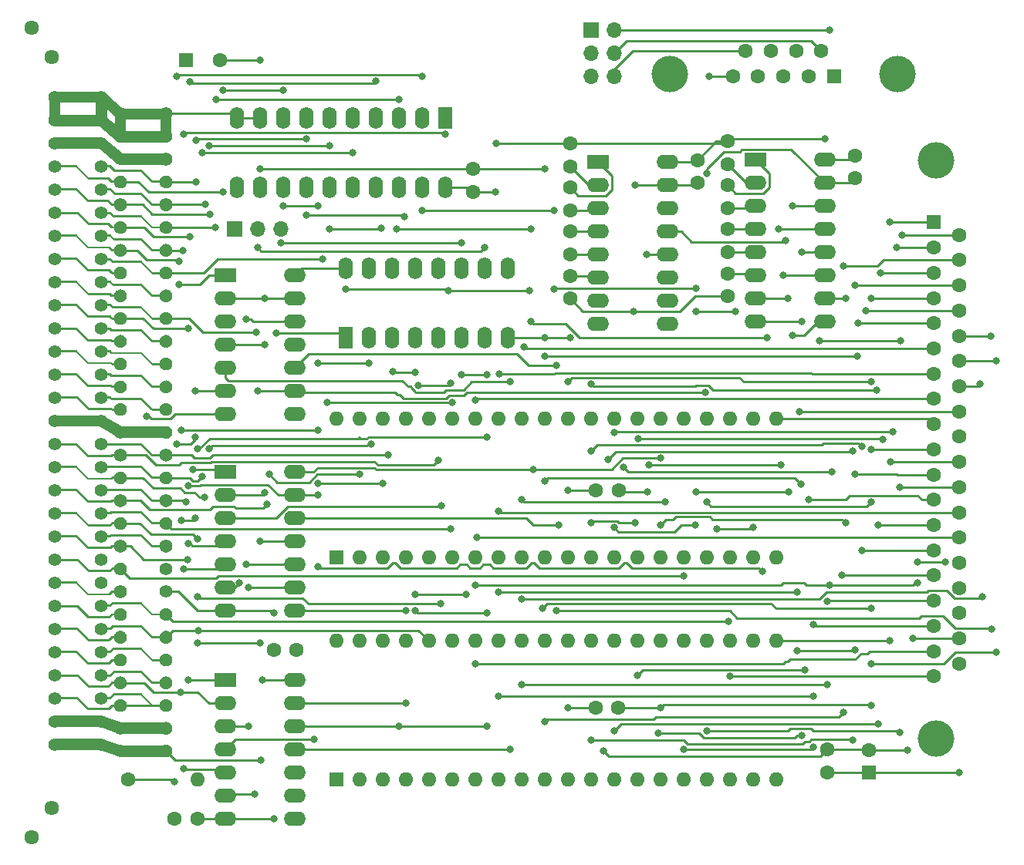
<source format=gbr>
%TF.GenerationSoftware,KiCad,Pcbnew,(5.1.10)-1*%
%TF.CreationDate,2025-03-09T14:01:03+01:00*%
%TF.ProjectId,EA-Modul,45412d4d-6f64-4756-9c2e-6b696361645f,rev?*%
%TF.SameCoordinates,Original*%
%TF.FileFunction,Copper,L2,Bot*%
%TF.FilePolarity,Positive*%
%FSLAX46Y46*%
G04 Gerber Fmt 4.6, Leading zero omitted, Abs format (unit mm)*
G04 Created by KiCad (PCBNEW (5.1.10)-1) date 2025-03-09 14:01:03*
%MOMM*%
%LPD*%
G01*
G04 APERTURE LIST*
%TA.AperFunction,ComponentPad*%
%ADD10O,1.600000X1.600000*%
%TD*%
%TA.AperFunction,ComponentPad*%
%ADD11R,1.600000X1.600000*%
%TD*%
%TA.AperFunction,ComponentPad*%
%ADD12C,1.600000*%
%TD*%
%TA.AperFunction,ComponentPad*%
%ADD13O,2.400000X1.600000*%
%TD*%
%TA.AperFunction,ComponentPad*%
%ADD14R,2.400000X1.600000*%
%TD*%
%TA.AperFunction,ComponentPad*%
%ADD15O,1.600000X2.400000*%
%TD*%
%TA.AperFunction,ComponentPad*%
%ADD16R,1.600000X2.400000*%
%TD*%
%TA.AperFunction,ComponentPad*%
%ADD17C,4.000000*%
%TD*%
%TA.AperFunction,ComponentPad*%
%ADD18O,1.700000X1.700000*%
%TD*%
%TA.AperFunction,ComponentPad*%
%ADD19R,1.700000X1.700000*%
%TD*%
%TA.AperFunction,ComponentPad*%
%ADD20C,1.610000*%
%TD*%
%TA.AperFunction,ComponentPad*%
%ADD21C,1.400000*%
%TD*%
%TA.AperFunction,SMDPad,CuDef*%
%ADD22C,0.100000*%
%TD*%
%TA.AperFunction,ViaPad*%
%ADD23C,0.800000*%
%TD*%
%TA.AperFunction,Conductor*%
%ADD24C,0.250000*%
%TD*%
G04 APERTURE END LIST*
D10*
%TO.P,U3,40*%
%TO.N,/D3*%
X91694000Y-116332000D03*
%TO.P,U3,20*%
%TO.N,/D1*%
X139954000Y-131572000D03*
%TO.P,U3,39*%
%TO.N,/D4*%
X94234000Y-116332000D03*
%TO.P,U3,19*%
%TO.N,/D0*%
X137414000Y-131572000D03*
%TO.P,U3,38*%
%TO.N,/D5*%
X96774000Y-116332000D03*
%TO.P,U3,18*%
%TO.N,Net-(J1-Pad19)*%
X134874000Y-131572000D03*
%TO.P,U3,37*%
%TO.N,/~M1R*%
X99314000Y-116332000D03*
%TO.P,U3,17*%
%TO.N,Net-(J1-Pad30)*%
X132334000Y-131572000D03*
%TO.P,U3,36*%
%TO.N,/~IORQ*%
X101854000Y-116332000D03*
%TO.P,U3,16*%
%TO.N,Net-(J1-Pad20)*%
X129794000Y-131572000D03*
%TO.P,U3,35*%
%TO.N,/~RD*%
X104394000Y-116332000D03*
%TO.P,U3,15*%
%TO.N,Net-(J1-Pad11)*%
X127254000Y-131572000D03*
%TO.P,U3,34*%
%TO.N,Net-(J1-Pad28)*%
X106934000Y-116332000D03*
%TO.P,U3,14*%
%TO.N,Net-(J1-Pad12)*%
X124714000Y-131572000D03*
%TO.P,U3,33*%
%TO.N,Net-(J1-Pad27)*%
X109474000Y-116332000D03*
%TO.P,U3,13*%
%TO.N,Net-(J1-Pad13)*%
X122174000Y-131572000D03*
%TO.P,U3,32*%
%TO.N,Net-(J1-Pad26)*%
X112014000Y-116332000D03*
%TO.P,U3,12*%
%TO.N,Net-(J1-Pad14)*%
X119634000Y-131572000D03*
%TO.P,U3,31*%
%TO.N,Net-(J1-Pad25)*%
X114554000Y-116332000D03*
%TO.P,U3,11*%
%TO.N,GND*%
X117094000Y-131572000D03*
%TO.P,U3,30*%
%TO.N,Net-(J1-Pad24)*%
X117094000Y-116332000D03*
%TO.P,U3,10*%
%TO.N,Net-(J1-Pad15)*%
X114554000Y-131572000D03*
%TO.P,U3,29*%
%TO.N,Net-(J1-Pad23)*%
X119634000Y-116332000D03*
%TO.P,U3,9*%
%TO.N,Net-(J1-Pad16)*%
X112014000Y-131572000D03*
%TO.P,U3,28*%
%TO.N,Net-(J1-Pad22)*%
X122174000Y-116332000D03*
%TO.P,U3,8*%
%TO.N,Net-(J1-Pad17)*%
X109474000Y-131572000D03*
%TO.P,U3,27*%
%TO.N,Net-(J1-Pad21)*%
X124714000Y-116332000D03*
%TO.P,U3,7*%
%TO.N,Net-(J1-Pad18)*%
X106934000Y-131572000D03*
%TO.P,U3,26*%
%TO.N,+5P*%
X127254000Y-116332000D03*
%TO.P,U3,6*%
%TO.N,/A1*%
X104394000Y-131572000D03*
%TO.P,U3,25*%
%TO.N,/CLK*%
X129794000Y-116332000D03*
%TO.P,U3,5*%
%TO.N,/A0*%
X101854000Y-131572000D03*
%TO.P,U3,24*%
%TO.N,Net-(U2-Pad22)*%
X132334000Y-116332000D03*
%TO.P,U3,4*%
%TO.N,/~CS2*%
X99314000Y-131572000D03*
%TO.P,U3,23*%
%TO.N,/~INT*%
X134874000Y-116332000D03*
%TO.P,U3,3*%
%TO.N,/D6*%
X96774000Y-131572000D03*
%TO.P,U3,22*%
%TO.N,/~IEO*%
X137414000Y-116332000D03*
%TO.P,U3,2*%
%TO.N,/D7*%
X94234000Y-131572000D03*
%TO.P,U3,21*%
%TO.N,Net-(J1-Pad29)*%
X139954000Y-116332000D03*
D11*
%TO.P,U3,1*%
%TO.N,/D2*%
X91694000Y-131572000D03*
%TD*%
D10*
%TO.P,R1,2*%
%TO.N,/~IEI*%
X76454000Y-131572000D03*
D12*
%TO.P,R1,1*%
%TO.N,+5P*%
X68834000Y-131572000D03*
%TD*%
%TO.P,C18,2*%
%TO.N,Net-(C18-Pad2)*%
X117348000Y-64222000D03*
%TO.P,C18,1*%
%TO.N,+5P*%
X117348000Y-61722000D03*
%TD*%
%TO.P,C17,2*%
%TO.N,Net-(C17-Pad2)*%
X134620000Y-63968000D03*
%TO.P,C17,1*%
%TO.N,+5P*%
X134620000Y-61468000D03*
%TD*%
%TO.P,C16,2*%
%TO.N,Net-(C16-Pad2)*%
X117348000Y-76240000D03*
%TO.P,C16,1*%
%TO.N,GND*%
X117348000Y-78740000D03*
%TD*%
%TO.P,C15,2*%
%TO.N,Net-(C15-Pad2)*%
X134620000Y-75986000D03*
%TO.P,C15,1*%
%TO.N,GND*%
X134620000Y-78486000D03*
%TD*%
%TO.P,C14,2*%
%TO.N,Net-(C14-Pad2)*%
X117348000Y-73874000D03*
%TO.P,C14,1*%
%TO.N,Net-(C14-Pad1)*%
X117348000Y-71374000D03*
%TD*%
%TO.P,C13,2*%
%TO.N,Net-(C13-Pad2)*%
X134620000Y-73620000D03*
%TO.P,C13,1*%
%TO.N,Net-(C13-Pad1)*%
X134620000Y-71120000D03*
%TD*%
%TO.P,C12,2*%
%TO.N,Net-(C12-Pad2)*%
X117348000Y-69048000D03*
%TO.P,C12,1*%
%TO.N,Net-(C12-Pad1)*%
X117348000Y-66548000D03*
%TD*%
%TO.P,C11,2*%
%TO.N,Net-(C11-Pad2)*%
X134620000Y-68794000D03*
%TO.P,C11,1*%
%TO.N,Net-(C11-Pad1)*%
X134620000Y-66294000D03*
%TD*%
D13*
%TO.P,U9,16*%
%TO.N,+5P*%
X128016000Y-63754000D03*
%TO.P,U9,8*%
%TO.N,/PO*%
X120396000Y-81534000D03*
%TO.P,U9,15*%
%TO.N,GND*%
X128016000Y-66294000D03*
%TO.P,U9,7*%
%TO.N,N/C*%
X120396000Y-78994000D03*
%TO.P,U9,14*%
X128016000Y-68834000D03*
%TO.P,U9,6*%
%TO.N,Net-(C16-Pad2)*%
X120396000Y-76454000D03*
%TO.P,U9,13*%
%TO.N,/CTS*%
X128016000Y-71374000D03*
%TO.P,U9,5*%
%TO.N,Net-(C14-Pad2)*%
X120396000Y-73914000D03*
%TO.P,U9,12*%
%TO.N,Net-(U2-Pad12)*%
X128016000Y-73914000D03*
%TO.P,U9,4*%
%TO.N,Net-(C14-Pad1)*%
X120396000Y-71374000D03*
%TO.P,U9,11*%
%TO.N,N/C*%
X128016000Y-76454000D03*
%TO.P,U9,3*%
%TO.N,Net-(C12-Pad2)*%
X120396000Y-68834000D03*
%TO.P,U9,10*%
%TO.N,N/C*%
X128016000Y-78994000D03*
%TO.P,U9,2*%
%TO.N,Net-(C18-Pad2)*%
X120396000Y-66294000D03*
%TO.P,U9,9*%
%TO.N,Net-(U2-Pad9)*%
X128016000Y-81534000D03*
D14*
%TO.P,U9,1*%
%TO.N,Net-(C12-Pad1)*%
X120396000Y-63754000D03*
%TD*%
D13*
%TO.P,U8,16*%
%TO.N,+5P*%
X145288000Y-63500000D03*
%TO.P,U8,8*%
%TO.N,/RxD*%
X137668000Y-81280000D03*
%TO.P,U8,15*%
%TO.N,GND*%
X145288000Y-66040000D03*
%TO.P,U8,7*%
%TO.N,/TxD*%
X137668000Y-78740000D03*
%TO.P,U8,14*%
%TO.N,/RTS*%
X145288000Y-68580000D03*
%TO.P,U8,6*%
%TO.N,Net-(C15-Pad2)*%
X137668000Y-76200000D03*
%TO.P,U8,13*%
%TO.N,/DTR*%
X145288000Y-71120000D03*
%TO.P,U8,5*%
%TO.N,Net-(C13-Pad2)*%
X137668000Y-73660000D03*
%TO.P,U8,12*%
%TO.N,Net-(U2-Pad10)*%
X145288000Y-73660000D03*
%TO.P,U8,4*%
%TO.N,Net-(C13-Pad1)*%
X137668000Y-71120000D03*
%TO.P,U8,11*%
%TO.N,Net-(U2-Pad14)*%
X145288000Y-76200000D03*
%TO.P,U8,3*%
%TO.N,Net-(C11-Pad2)*%
X137668000Y-68580000D03*
%TO.P,U8,10*%
%TO.N,Net-(U2-Pad15)*%
X145288000Y-78740000D03*
%TO.P,U8,2*%
%TO.N,Net-(C17-Pad2)*%
X137668000Y-66040000D03*
%TO.P,U8,9*%
%TO.N,Net-(U2-Pad13)*%
X145288000Y-81280000D03*
D14*
%TO.P,U8,1*%
%TO.N,Net-(C11-Pad1)*%
X137668000Y-63500000D03*
%TD*%
D13*
%TO.P,U7,14*%
%TO.N,+5P*%
X87122000Y-76200000D03*
%TO.P,U7,7*%
%TO.N,GND*%
X79502000Y-91440000D03*
%TO.P,U7,13*%
%TO.N,Net-(U4-Pad2)*%
X87122000Y-78740000D03*
%TO.P,U7,6*%
%TO.N,Net-(U5-Pad5)*%
X79502000Y-88900000D03*
%TO.P,U7,12*%
%TO.N,Net-(U4-Pad6)*%
X87122000Y-81280000D03*
%TO.P,U7,5*%
%TO.N,Net-(U5-Pad11)*%
X79502000Y-86360000D03*
%TO.P,U7,11*%
%TO.N,N/C*%
X87122000Y-83820000D03*
%TO.P,U7,4*%
%TO.N,Net-(U4-Pad2)*%
X79502000Y-83820000D03*
%TO.P,U7,10*%
%TO.N,Net-(U4-Pad12)*%
X87122000Y-86360000D03*
%TO.P,U7,3*%
%TO.N,N/C*%
X79502000Y-81280000D03*
%TO.P,U7,9*%
%TO.N,/~IEI*%
X87122000Y-88900000D03*
%TO.P,U7,2*%
%TO.N,Net-(U4-Pad2)*%
X79502000Y-78740000D03*
%TO.P,U7,8*%
%TO.N,Net-(U5-Pad4)*%
X87122000Y-91440000D03*
D14*
%TO.P,U7,1*%
%TO.N,Net-(U4-Pad4)*%
X79502000Y-76200000D03*
%TD*%
D15*
%TO.P,U6,16*%
%TO.N,+5P*%
X92710000Y-75438000D03*
%TO.P,U6,8*%
%TO.N,GND*%
X110490000Y-83058000D03*
%TO.P,U6,15*%
%TO.N,N/C*%
X95250000Y-75438000D03*
%TO.P,U6,7*%
X107950000Y-83058000D03*
%TO.P,U6,14*%
X97790000Y-75438000D03*
%TO.P,U6,6*%
%TO.N,/A5*%
X105410000Y-83058000D03*
%TO.P,U6,13*%
%TO.N,N/C*%
X100330000Y-75438000D03*
%TO.P,U6,5*%
%TO.N,/A6*%
X102870000Y-83058000D03*
%TO.P,U6,12*%
%TO.N,N/C*%
X102870000Y-75438000D03*
%TO.P,U6,4*%
%TO.N,/A7*%
X100330000Y-83058000D03*
%TO.P,U6,11*%
%TO.N,/~CS1*%
X105410000Y-75438000D03*
%TO.P,U6,3*%
%TO.N,/A4*%
X97790000Y-83058000D03*
%TO.P,U6,10*%
%TO.N,/~CS2*%
X107950000Y-75438000D03*
%TO.P,U6,2*%
%TO.N,/A3*%
X95250000Y-83058000D03*
%TO.P,U6,9*%
%TO.N,N/C*%
X110490000Y-75438000D03*
D16*
%TO.P,U6,1*%
%TO.N,/A2*%
X92710000Y-83058000D03*
%TD*%
D13*
%TO.P,U5,14*%
%TO.N,+5P*%
X87122000Y-120650000D03*
%TO.P,U5,7*%
%TO.N,GND*%
X79502000Y-135890000D03*
%TO.P,U5,13*%
%TO.N,/~CS2*%
X87122000Y-123190000D03*
%TO.P,U5,6*%
%TO.N,Net-(U4-Pad11)*%
X79502000Y-133350000D03*
%TO.P,U5,12*%
%TO.N,/~CS1*%
X87122000Y-125730000D03*
%TO.P,U5,5*%
%TO.N,Net-(U5-Pad5)*%
X79502000Y-130810000D03*
%TO.P,U5,11*%
%TO.N,Net-(U5-Pad11)*%
X87122000Y-128270000D03*
%TO.P,U5,4*%
%TO.N,Net-(U5-Pad4)*%
X79502000Y-128270000D03*
%TO.P,U5,10*%
%TO.N,N/C*%
X87122000Y-130810000D03*
%TO.P,U5,3*%
%TO.N,Net-(U4-Pad9)*%
X79502000Y-125730000D03*
%TO.P,U5,9*%
%TO.N,N/C*%
X87122000Y-133350000D03*
%TO.P,U5,2*%
%TO.N,/~M1*%
X79502000Y-123190000D03*
%TO.P,U5,8*%
%TO.N,N/C*%
X87122000Y-135890000D03*
D14*
%TO.P,U5,1*%
%TO.N,/~RESET*%
X79502000Y-120650000D03*
%TD*%
D13*
%TO.P,U4,14*%
%TO.N,+5P*%
X87122000Y-97790000D03*
%TO.P,U4,7*%
%TO.N,GND*%
X79502000Y-113030000D03*
%TO.P,U4,13*%
%TO.N,/~IEO*%
X87122000Y-100330000D03*
%TO.P,U4,6*%
%TO.N,Net-(U4-Pad6)*%
X79502000Y-110490000D03*
%TO.P,U4,12*%
%TO.N,Net-(U4-Pad12)*%
X87122000Y-102870000D03*
%TO.P,U4,5*%
%TO.N,/~M1*%
X79502000Y-107950000D03*
%TO.P,U4,11*%
%TO.N,Net-(U4-Pad11)*%
X87122000Y-105410000D03*
%TO.P,U4,4*%
%TO.N,Net-(U4-Pad4)*%
X79502000Y-105410000D03*
%TO.P,U4,10*%
%TO.N,Net-(J2-Pad1)*%
X87122000Y-107950000D03*
%TO.P,U4,3*%
%TO.N,/~RD*%
X79502000Y-102870000D03*
%TO.P,U4,9*%
%TO.N,Net-(U4-Pad9)*%
X87122000Y-110490000D03*
%TO.P,U4,2*%
%TO.N,Net-(U4-Pad2)*%
X79502000Y-100330000D03*
%TO.P,U4,8*%
%TO.N,/~M1R*%
X87122000Y-113030000D03*
D14*
%TO.P,U4,1*%
%TO.N,/~IORQ*%
X79502000Y-97790000D03*
%TD*%
D10*
%TO.P,U2,40*%
%TO.N,/D3*%
X91694000Y-91948000D03*
%TO.P,U2,20*%
%TO.N,/D1*%
X139954000Y-107188000D03*
%TO.P,U2,39*%
%TO.N,/D4*%
X94234000Y-91948000D03*
%TO.P,U2,19*%
%TO.N,/D0*%
X137414000Y-107188000D03*
%TO.P,U2,38*%
%TO.N,/D5*%
X96774000Y-91948000D03*
%TO.P,U2,18*%
%TO.N,N/C*%
X134874000Y-107188000D03*
%TO.P,U2,37*%
%TO.N,/~M1R*%
X99314000Y-91948000D03*
%TO.P,U2,17*%
%TO.N,Net-(J1-Pad10)*%
X132334000Y-107188000D03*
%TO.P,U2,36*%
%TO.N,/~IORQ*%
X101854000Y-91948000D03*
%TO.P,U2,16*%
%TO.N,N/C*%
X129794000Y-107188000D03*
%TO.P,U2,35*%
%TO.N,/~RD*%
X104394000Y-91948000D03*
%TO.P,U2,15*%
%TO.N,Net-(U2-Pad15)*%
X127254000Y-107188000D03*
%TO.P,U2,34*%
%TO.N,Net-(J1-Pad8)*%
X106934000Y-91948000D03*
%TO.P,U2,14*%
%TO.N,Net-(U2-Pad14)*%
X124714000Y-107188000D03*
%TO.P,U2,33*%
%TO.N,Net-(J1-Pad7)*%
X109474000Y-91948000D03*
%TO.P,U2,13*%
%TO.N,Net-(U2-Pad13)*%
X122174000Y-107188000D03*
%TO.P,U2,32*%
%TO.N,Net-(J1-Pad6)*%
X112014000Y-91948000D03*
%TO.P,U2,12*%
%TO.N,Net-(U2-Pad12)*%
X119634000Y-107188000D03*
%TO.P,U2,31*%
%TO.N,Net-(J1-Pad5)*%
X114554000Y-91948000D03*
%TO.P,U2,11*%
%TO.N,GND*%
X117094000Y-107188000D03*
%TO.P,U2,30*%
%TO.N,Net-(J1-Pad4)*%
X117094000Y-91948000D03*
%TO.P,U2,10*%
%TO.N,Net-(U2-Pad10)*%
X114554000Y-107188000D03*
%TO.P,U2,29*%
%TO.N,Net-(J1-Pad3)*%
X119634000Y-91948000D03*
%TO.P,U2,9*%
%TO.N,Net-(U2-Pad9)*%
X112014000Y-107188000D03*
%TO.P,U2,28*%
%TO.N,Net-(J1-Pad2)*%
X122174000Y-91948000D03*
%TO.P,U2,8*%
%TO.N,Net-(J1-Pad31)*%
X109474000Y-107188000D03*
%TO.P,U2,27*%
%TO.N,Net-(J1-Pad1)*%
X124714000Y-91948000D03*
%TO.P,U2,7*%
%TO.N,Net-(J1-Pad32)*%
X106934000Y-107188000D03*
%TO.P,U2,26*%
%TO.N,+5P*%
X127254000Y-91948000D03*
%TO.P,U2,6*%
%TO.N,/A1*%
X104394000Y-107188000D03*
%TO.P,U2,25*%
%TO.N,/CLK*%
X129794000Y-91948000D03*
%TO.P,U2,5*%
%TO.N,/A0*%
X101854000Y-107188000D03*
%TO.P,U2,24*%
%TO.N,/~IEI*%
X132334000Y-91948000D03*
%TO.P,U2,4*%
%TO.N,/~CS1*%
X99314000Y-107188000D03*
%TO.P,U2,23*%
%TO.N,/~INT*%
X134874000Y-91948000D03*
%TO.P,U2,3*%
%TO.N,/D6*%
X96774000Y-107188000D03*
%TO.P,U2,22*%
%TO.N,Net-(U2-Pad22)*%
X137414000Y-91948000D03*
%TO.P,U2,2*%
%TO.N,/D7*%
X94234000Y-107188000D03*
%TO.P,U2,21*%
%TO.N,Net-(J1-Pad9)*%
X139954000Y-91948000D03*
D11*
%TO.P,U2,1*%
%TO.N,/D2*%
X91694000Y-107188000D03*
%TD*%
D15*
%TO.P,U1,20*%
%TO.N,+5P*%
X103632000Y-66548000D03*
%TO.P,U1,10*%
%TO.N,GND*%
X80772000Y-58928000D03*
%TO.P,U1,19*%
%TO.N,/D0*%
X101092000Y-66548000D03*
%TO.P,U1,9*%
%TO.N,GND*%
X83312000Y-58928000D03*
%TO.P,U1,18*%
%TO.N,/D1*%
X98552000Y-66548000D03*
%TO.P,U1,8*%
%TO.N,/DB7*%
X85852000Y-58928000D03*
%TO.P,U1,17*%
%TO.N,/D2*%
X96012000Y-66548000D03*
%TO.P,U1,7*%
%TO.N,/DB6*%
X88392000Y-58928000D03*
%TO.P,U1,16*%
%TO.N,/D3*%
X93472000Y-66548000D03*
%TO.P,U1,6*%
%TO.N,/DB5*%
X90932000Y-58928000D03*
%TO.P,U1,15*%
%TO.N,/D4*%
X90932000Y-66548000D03*
%TO.P,U1,5*%
%TO.N,/DB4*%
X93472000Y-58928000D03*
%TO.P,U1,14*%
%TO.N,/D5*%
X88392000Y-66548000D03*
%TO.P,U1,4*%
%TO.N,/DB3*%
X96012000Y-58928000D03*
%TO.P,U1,13*%
%TO.N,/D6*%
X85852000Y-66548000D03*
%TO.P,U1,3*%
%TO.N,/DB2*%
X98552000Y-58928000D03*
%TO.P,U1,12*%
%TO.N,/D7*%
X83312000Y-66548000D03*
%TO.P,U1,2*%
%TO.N,/DB1*%
X101092000Y-58928000D03*
%TO.P,U1,11*%
%TO.N,Net-(J2-Pad1)*%
X80772000Y-66548000D03*
D16*
%TO.P,U1,1*%
%TO.N,/DB0*%
X103632000Y-58928000D03*
%TD*%
D17*
%TO.P,J4,0*%
%TO.N,N/C*%
X128264000Y-54056000D03*
X153264000Y-54056000D03*
D12*
%TO.P,J4,9*%
%TO.N,Net-(J3-Pad6)*%
X136609000Y-51516000D03*
%TO.P,J4,8*%
%TO.N,/CTS*%
X139379000Y-51516000D03*
%TO.P,J4,7*%
%TO.N,/RTS*%
X142149000Y-51516000D03*
%TO.P,J4,6*%
%TO.N,Net-(J3-Pad4)*%
X144919000Y-51516000D03*
%TO.P,J4,5*%
%TO.N,GND*%
X135224000Y-54356000D03*
%TO.P,J4,4*%
%TO.N,/DTR*%
X137994000Y-54356000D03*
%TO.P,J4,3*%
%TO.N,/TxD*%
X140764000Y-54356000D03*
%TO.P,J4,2*%
%TO.N,/RxD*%
X143534000Y-54356000D03*
D11*
%TO.P,J4,1*%
%TO.N,Net-(J3-Pad2)*%
X146304000Y-54356000D03*
%TD*%
D18*
%TO.P,J3,6*%
%TO.N,Net-(J3-Pad6)*%
X122174000Y-54356000D03*
%TO.P,J3,5*%
%TO.N,/PO*%
X119634000Y-54356000D03*
%TO.P,J3,4*%
%TO.N,Net-(J3-Pad4)*%
X122174000Y-51816000D03*
%TO.P,J3,3*%
%TO.N,/PO*%
X119634000Y-51816000D03*
%TO.P,J3,2*%
%TO.N,Net-(J3-Pad2)*%
X122174000Y-49276000D03*
D19*
%TO.P,J3,1*%
%TO.N,/PO*%
X119634000Y-49276000D03*
%TD*%
D18*
%TO.P,J2,3*%
%TO.N,/~CS1*%
X85598000Y-71120000D03*
%TO.P,J2,2*%
%TO.N,/~CS2*%
X83058000Y-71120000D03*
D19*
%TO.P,J2,1*%
%TO.N,Net-(J2-Pad1)*%
X80518000Y-71120000D03*
%TD*%
D17*
%TO.P,J1,0*%
%TO.N,N/C*%
X157526000Y-63538000D03*
X157526000Y-127038000D03*
D12*
%TO.P,J1,37*%
%TO.N,+5P*%
X160066000Y-118833000D03*
%TO.P,J1,36*%
%TO.N,GND*%
X160066000Y-116063000D03*
%TO.P,J1,35*%
X160066000Y-113293000D03*
%TO.P,J1,34*%
X160066000Y-110523000D03*
%TO.P,J1,33*%
X160066000Y-107753000D03*
%TO.P,J1,32*%
%TO.N,Net-(J1-Pad32)*%
X160066000Y-104983000D03*
%TO.P,J1,31*%
%TO.N,Net-(J1-Pad31)*%
X160066000Y-102213000D03*
%TO.P,J1,30*%
%TO.N,Net-(J1-Pad30)*%
X160066000Y-99443000D03*
%TO.P,J1,29*%
%TO.N,Net-(J1-Pad29)*%
X160066000Y-96673000D03*
%TO.P,J1,28*%
%TO.N,Net-(J1-Pad28)*%
X160066000Y-93903000D03*
%TO.P,J1,27*%
%TO.N,Net-(J1-Pad27)*%
X160066000Y-91133000D03*
%TO.P,J1,26*%
%TO.N,Net-(J1-Pad26)*%
X160066000Y-88363000D03*
%TO.P,J1,25*%
%TO.N,Net-(J1-Pad25)*%
X160066000Y-85593000D03*
%TO.P,J1,24*%
%TO.N,Net-(J1-Pad24)*%
X160066000Y-82823000D03*
%TO.P,J1,23*%
%TO.N,Net-(J1-Pad23)*%
X160066000Y-80053000D03*
%TO.P,J1,22*%
%TO.N,Net-(J1-Pad22)*%
X160066000Y-77283000D03*
%TO.P,J1,21*%
%TO.N,Net-(J1-Pad21)*%
X160066000Y-74513000D03*
%TO.P,J1,20*%
%TO.N,Net-(J1-Pad20)*%
X160066000Y-71743000D03*
%TO.P,J1,19*%
%TO.N,Net-(J1-Pad19)*%
X157226000Y-120218000D03*
%TO.P,J1,18*%
%TO.N,Net-(J1-Pad18)*%
X157226000Y-117448000D03*
%TO.P,J1,17*%
%TO.N,Net-(J1-Pad17)*%
X157226000Y-114678000D03*
%TO.P,J1,16*%
%TO.N,Net-(J1-Pad16)*%
X157226000Y-111908000D03*
%TO.P,J1,15*%
%TO.N,Net-(J1-Pad15)*%
X157226000Y-109138000D03*
%TO.P,J1,14*%
%TO.N,Net-(J1-Pad14)*%
X157226000Y-106368000D03*
%TO.P,J1,13*%
%TO.N,Net-(J1-Pad13)*%
X157226000Y-103598000D03*
%TO.P,J1,12*%
%TO.N,Net-(J1-Pad12)*%
X157226000Y-100828000D03*
%TO.P,J1,11*%
%TO.N,Net-(J1-Pad11)*%
X157226000Y-98058000D03*
%TO.P,J1,10*%
%TO.N,Net-(J1-Pad10)*%
X157226000Y-95288000D03*
%TO.P,J1,9*%
%TO.N,Net-(J1-Pad9)*%
X157226000Y-92518000D03*
%TO.P,J1,8*%
%TO.N,Net-(J1-Pad8)*%
X157226000Y-89748000D03*
%TO.P,J1,7*%
%TO.N,Net-(J1-Pad7)*%
X157226000Y-86978000D03*
%TO.P,J1,6*%
%TO.N,Net-(J1-Pad6)*%
X157226000Y-84208000D03*
%TO.P,J1,5*%
%TO.N,Net-(J1-Pad5)*%
X157226000Y-81438000D03*
%TO.P,J1,4*%
%TO.N,Net-(J1-Pad4)*%
X157226000Y-78668000D03*
%TO.P,J1,3*%
%TO.N,Net-(J1-Pad3)*%
X157226000Y-75898000D03*
%TO.P,J1,2*%
%TO.N,Net-(J1-Pad2)*%
X157226000Y-73128000D03*
D11*
%TO.P,J1,1*%
%TO.N,Net-(J1-Pad1)*%
X157226000Y-70358000D03*
%TD*%
D12*
%TO.P,C10,2*%
%TO.N,+5P*%
X122682000Y-99822000D03*
%TO.P,C10,1*%
%TO.N,GND*%
X120182000Y-99822000D03*
%TD*%
%TO.P,C9,2*%
%TO.N,+5P*%
X106680000Y-67016000D03*
%TO.P,C9,1*%
%TO.N,GND*%
X106680000Y-64516000D03*
%TD*%
%TO.P,C8,2*%
%TO.N,+5P*%
X145542000Y-130770000D03*
%TO.P,C8,1*%
%TO.N,GND*%
X145542000Y-128270000D03*
%TD*%
%TO.P,C7,2*%
%TO.N,+5P*%
X148590000Y-63032000D03*
%TO.P,C7,1*%
%TO.N,GND*%
X148590000Y-65532000D03*
%TD*%
%TO.P,C6,2*%
%TO.N,GND*%
X150114000Y-128310000D03*
D11*
%TO.P,C6,1*%
%TO.N,+5P*%
X150114000Y-130810000D03*
%TD*%
D12*
%TO.P,C5,2*%
%TO.N,+5P*%
X122642000Y-123698000D03*
%TO.P,C5,1*%
%TO.N,GND*%
X120142000Y-123698000D03*
%TD*%
%TO.P,C4,2*%
%TO.N,+5P*%
X73954000Y-135890000D03*
%TO.P,C4,1*%
%TO.N,GND*%
X76454000Y-135890000D03*
%TD*%
%TO.P,C3,2*%
%TO.N,+5P*%
X87336000Y-117348000D03*
%TO.P,C3,1*%
%TO.N,GND*%
X84836000Y-117348000D03*
%TD*%
%TO.P,C2,2*%
%TO.N,+5P*%
X131318000Y-63540000D03*
%TO.P,C2,1*%
%TO.N,GND*%
X131318000Y-66040000D03*
%TD*%
%TO.P,C1,2*%
%TO.N,GND*%
X78984000Y-52578000D03*
D11*
%TO.P,C1,1*%
%TO.N,+5P*%
X75184000Y-52578000D03*
%TD*%
D20*
%TO.P,X1,*%
%TO.N,*%
X58293600Y-48970000D03*
X58293600Y-137870000D03*
D21*
%TO.P,X1,A01*%
%TO.N,GND*%
X60833600Y-56590000D03*
%TO.P,X1,A02*%
X60833600Y-59130000D03*
%TO.P,X1,A04*%
%TO.N,/DB7*%
X60833600Y-64210000D03*
%TO.P,X1,A05*%
%TO.N,/DB5*%
X60833600Y-66750000D03*
%TO.P,X1,A06*%
%TO.N,/DB3*%
X60833600Y-69290000D03*
%TO.P,X1,A07*%
%TO.N,/DB1*%
X60833600Y-71830000D03*
%TO.P,X1,A08*%
%TO.N,/~WR*%
X60833600Y-74370000D03*
%TO.P,X1,A09*%
%TO.N,/~MREQ*%
X60833600Y-76910000D03*
%TO.P,X1,A10*%
%TO.N,/~IEO*%
X60833600Y-79450000D03*
%TO.P,X1,A11*%
%TO.N,/A14*%
X60833600Y-81990000D03*
%TO.P,X1,A12*%
%TO.N,/A12*%
X60833600Y-84530000D03*
%TO.P,X1,A13*%
%TO.N,/A10*%
X60833600Y-87070000D03*
%TO.P,X1,A14*%
%TO.N,/A8*%
X60833600Y-89610000D03*
%TO.P,X1,A15*%
%TO.N,-5V*%
X60833600Y-92150000D03*
%TO.P,X1,A16*%
%TO.N,/A6*%
X60833600Y-94690000D03*
%TO.P,X1,A17*%
%TO.N,/A4*%
X60833600Y-97230000D03*
%TO.P,X1,A18*%
%TO.N,/A2*%
X60833600Y-99770000D03*
%TO.P,X1,A19*%
%TO.N,/A0*%
X60833600Y-102310000D03*
%TO.P,X1,A20*%
%TO.N,/~RESET*%
X60833600Y-104850000D03*
%TO.P,X1,A21*%
%TO.N,/CLK*%
X60833600Y-107390000D03*
%TO.P,X1,A22*%
%TO.N,Net-(X1-PadA22)*%
X60833600Y-109930000D03*
%TO.P,X1,A23*%
%TO.N,Net-(X1-PadA23)*%
X60833600Y-112470000D03*
%TO.P,X1,A24*%
%TO.N,Net-(X1-PadA24)*%
X60833600Y-115010000D03*
%TO.P,X1,A25*%
%TO.N,Net-(X1-PadA25)*%
X60833600Y-117550000D03*
%TO.P,X1,A26*%
%TO.N,/~M1*%
X60833600Y-120090000D03*
%TO.P,X1,A27*%
%TO.N,Net-(X1-PadA27)*%
X60833600Y-122630000D03*
%TO.P,X1,A28*%
%TO.N,+12P*%
X60833600Y-125170000D03*
%TO.P,X1,A29*%
%TO.N,+5P*%
X60833600Y-127710000D03*
%TO.P,X1,C01*%
%TO.N,GND*%
X65913600Y-56590000D03*
%TO.P,X1,C02*%
X65913600Y-59130000D03*
%TO.P,X1,C03*%
%TO.N,-12V*%
X65913600Y-61670000D03*
%TO.P,X1,C04*%
%TO.N,/DB6*%
X65913600Y-64210000D03*
%TO.P,X1,C05*%
%TO.N,/DB4*%
X65913600Y-66750000D03*
%TO.P,X1,C06*%
%TO.N,/DB2*%
X65913600Y-69290000D03*
%TO.P,X1,C07*%
%TO.N,/DB0*%
X65913600Y-71830000D03*
%TO.P,X1,C08*%
%TO.N,/~RD*%
X65913600Y-74370000D03*
%TO.P,X1,C09*%
%TO.N,/~MEMDI*%
X65913600Y-76910000D03*
%TO.P,X1,C10*%
%TO.N,/~IEI*%
X65913600Y-79450000D03*
%TO.P,X1,C11*%
%TO.N,/A15*%
X65913600Y-81990000D03*
%TO.P,X1,C12*%
%TO.N,/A13*%
X65913600Y-84530000D03*
%TO.P,X1,C13*%
%TO.N,/A11*%
X65913600Y-87070000D03*
%TO.P,X1,C14*%
%TO.N,/A9*%
X65913600Y-89610000D03*
%TO.P,X1,C15*%
%TO.N,-5V*%
X65913600Y-92150000D03*
%TO.P,X1,C16*%
%TO.N,/A7*%
X65913600Y-94690000D03*
%TO.P,X1,C17*%
%TO.N,/A5*%
X65913600Y-97230000D03*
%TO.P,X1,C18*%
%TO.N,/A3*%
X65913600Y-99770000D03*
%TO.P,X1,C19*%
%TO.N,/A1*%
X65913600Y-102310000D03*
%TO.P,X1,C20*%
%TO.N,Net-(X1-PadC20)*%
X65913600Y-104850000D03*
%TO.P,X1,C21*%
%TO.N,GND*%
X65913600Y-107390000D03*
%TO.P,X1,C22*%
X65913600Y-109930000D03*
%TO.P,X1,C23*%
%TO.N,/~INT*%
X65913600Y-112470000D03*
%TO.P,X1,C24*%
%TO.N,/~IORQ*%
X65913600Y-115010000D03*
%TO.P,X1,C25*%
%TO.N,Net-(X1-PadC25)*%
X65913600Y-117550000D03*
%TO.P,X1,C26*%
%TO.N,Net-(X1-PadC26)*%
X65913600Y-120090000D03*
%TO.P,X1,C27*%
%TO.N,Net-(X1-PadA27)*%
X65913600Y-122630000D03*
%TO.P,X1,C28*%
%TO.N,+12P*%
X65913600Y-125170000D03*
%TO.P,X1,C29*%
%TO.N,+5P*%
X65913600Y-127710000D03*
D20*
%TO.P,X1,*%
%TO.N,*%
X60525000Y-52170000D03*
X60525000Y-134670000D03*
D21*
%TO.P,X1,C01*%
%TO.N,GND*%
X73025000Y-58420000D03*
%TO.P,X1,C02*%
X73025000Y-60920000D03*
%TO.P,X1,C03*%
%TO.N,-12V*%
X73025000Y-63420000D03*
%TO.P,X1,C04*%
%TO.N,/DB6*%
X73025000Y-65920000D03*
%TO.P,X1,C05*%
%TO.N,/DB4*%
X73025000Y-68420000D03*
%TO.P,X1,C06*%
%TO.N,/DB2*%
X73025000Y-70920000D03*
%TO.P,X1,C07*%
%TO.N,/DB0*%
X73025000Y-73420000D03*
%TO.P,X1,C08*%
%TO.N,/~RD*%
X73025000Y-75920000D03*
%TO.P,X1,C09*%
%TO.N,/~MEMDI*%
X73025000Y-78420000D03*
%TO.P,X1,C10*%
%TO.N,/~IEI*%
X73025000Y-80920000D03*
%TO.P,X1,C11*%
%TO.N,/A15*%
X73025000Y-83420000D03*
%TO.P,X1,C12*%
%TO.N,/A13*%
X73025000Y-85920000D03*
%TO.P,X1,C13*%
%TO.N,/A11*%
X73025000Y-88420000D03*
%TO.P,X1,C14*%
%TO.N,/A9*%
X73025000Y-90920000D03*
%TO.P,X1,C15*%
%TO.N,-5V*%
X73025000Y-93420000D03*
%TO.P,X1,C16*%
%TO.N,/A7*%
X73025000Y-95920000D03*
%TO.P,X1,C17*%
%TO.N,/A5*%
X73025000Y-98420000D03*
%TO.P,X1,C18*%
%TO.N,/A3*%
X73025000Y-100920000D03*
%TO.P,X1,C19*%
%TO.N,/A1*%
X73025000Y-103420000D03*
%TO.P,X1,C20*%
%TO.N,Net-(X1-PadC20)*%
X73025000Y-105920000D03*
%TO.P,X1,C21*%
%TO.N,GND*%
X73025000Y-108420000D03*
%TO.P,X1,C22*%
X73025000Y-110920000D03*
%TO.P,X1,C23*%
%TO.N,/~INT*%
X73025000Y-113420000D03*
%TO.P,X1,C24*%
%TO.N,/~IORQ*%
X73025000Y-115920000D03*
%TO.P,X1,C25*%
%TO.N,Net-(X1-PadC25)*%
X73025000Y-118420000D03*
%TO.P,X1,C26*%
%TO.N,Net-(X1-PadC26)*%
X73025000Y-120920000D03*
%TO.P,X1,C27*%
%TO.N,Net-(X1-PadA27)*%
X73025000Y-123420000D03*
%TO.P,X1,C28*%
%TO.N,+12P*%
X73025000Y-125920000D03*
%TO.P,X1,C29*%
%TO.N,+5P*%
X73025000Y-128420000D03*
%TO.P,X1,A01*%
%TO.N,GND*%
X68025000Y-58420000D03*
%TO.P,X1,A02*%
X68025000Y-60920000D03*
%TO.P,X1,A03*%
%TO.N,-12V*%
X68025000Y-63420000D03*
%TO.P,X1,A04*%
%TO.N,/DB7*%
X68025000Y-65920000D03*
%TO.P,X1,A05*%
%TO.N,/DB5*%
X68025000Y-68420000D03*
%TO.P,X1,A06*%
%TO.N,/DB3*%
X68025000Y-70920000D03*
%TO.P,X1,A07*%
%TO.N,/DB1*%
X68025000Y-73420000D03*
%TO.P,X1,A08*%
%TO.N,/~WR*%
X68025000Y-75920000D03*
%TO.P,X1,A09*%
%TO.N,/~MREQ*%
X68025000Y-78420000D03*
%TO.P,X1,A10*%
%TO.N,/~IEO*%
X68025000Y-80920000D03*
%TO.P,X1,A11*%
%TO.N,/A14*%
X68025000Y-83420000D03*
%TO.P,X1,A12*%
%TO.N,/A12*%
X68025000Y-85920000D03*
%TO.P,X1,A13*%
%TO.N,/A10*%
X68025000Y-88420000D03*
%TO.P,X1,A14*%
%TO.N,/A8*%
X68025000Y-90920000D03*
%TO.P,X1,A15*%
%TO.N,-5V*%
X68025000Y-93420000D03*
%TO.P,X1,A16*%
%TO.N,/A6*%
X68025000Y-95920000D03*
%TO.P,X1,A17*%
%TO.N,/A4*%
X68025000Y-98420000D03*
%TO.P,X1,A18*%
%TO.N,/A2*%
X68025000Y-100920000D03*
%TO.P,X1,A19*%
%TO.N,/A0*%
X68025000Y-103420000D03*
%TO.P,X1,A20*%
%TO.N,/~RESET*%
X68025000Y-105920000D03*
%TO.P,X1,A21*%
%TO.N,/CLK*%
X68025000Y-108420000D03*
%TO.P,X1,A22*%
%TO.N,Net-(X1-PadA22)*%
X68025000Y-110920000D03*
%TO.P,X1,A23*%
%TO.N,Net-(X1-PadA23)*%
X68025000Y-113420000D03*
%TO.P,X1,A24*%
%TO.N,Net-(X1-PadA24)*%
X68025000Y-115920000D03*
%TO.P,X1,A25*%
%TO.N,Net-(X1-PadA25)*%
X68025000Y-118420000D03*
%TO.P,X1,A26*%
%TO.N,/~M1*%
X68025000Y-120920000D03*
%TO.P,X1,A27*%
%TO.N,Net-(X1-PadA27)*%
X68025000Y-123420000D03*
%TO.P,X1,A28*%
%TO.N,+12P*%
X68025000Y-125920000D03*
%TO.P,X1,A29*%
%TO.N,+5P*%
X68025000Y-128420000D03*
%TO.P,X1,A03*%
%TO.N,-12V*%
X60833600Y-61670000D03*
%TA.AperFunction,SMDPad,CuDef*%
D22*
%TO.P,X1,C01*%
%TO.N,GND*%
G36*
X73717424Y-58522711D02*
G01*
X73704022Y-58590086D01*
X73684081Y-58655823D01*
X73657793Y-58719289D01*
X73650000Y-58733868D01*
X73650000Y-60970000D01*
X73649972Y-60974046D01*
X73649985Y-60974363D01*
X73649967Y-60974680D01*
X73649939Y-60978726D01*
X73648159Y-61007019D01*
X73646576Y-61035330D01*
X73646242Y-61037486D01*
X73646105Y-61039668D01*
X73641578Y-61067620D01*
X73637235Y-61095674D01*
X73636690Y-61097797D01*
X73636342Y-61099945D01*
X73629119Y-61127284D01*
X73622049Y-61154818D01*
X73621301Y-61156874D01*
X73620744Y-61158981D01*
X73610846Y-61185596D01*
X73601164Y-61212197D01*
X73600225Y-61214157D01*
X73599460Y-61216214D01*
X73586978Y-61241805D01*
X73574780Y-61267265D01*
X73573652Y-61269127D01*
X73572692Y-61271096D01*
X73557810Y-61295286D01*
X73543148Y-61319496D01*
X73541840Y-61321244D01*
X73540696Y-61323104D01*
X73523565Y-61345673D01*
X73506571Y-61368390D01*
X73505097Y-61370004D01*
X73503778Y-61371742D01*
X73484517Y-61392542D01*
X73465396Y-61413482D01*
X73463774Y-61414942D01*
X73462290Y-61416545D01*
X73441084Y-61435372D01*
X73420018Y-61454340D01*
X73418260Y-61455636D01*
X73416627Y-61457086D01*
X73393701Y-61473743D01*
X73370870Y-61490576D01*
X73368993Y-61491695D01*
X73367227Y-61492978D01*
X73342783Y-61507319D01*
X73318420Y-61521842D01*
X73316443Y-61522772D01*
X73314560Y-61523877D01*
X73288813Y-61535774D01*
X73263169Y-61547841D01*
X73261114Y-61548573D01*
X73259129Y-61549490D01*
X73232382Y-61558804D01*
X73205645Y-61568325D01*
X73203519Y-61568855D01*
X73201463Y-61569571D01*
X73173921Y-61576234D01*
X73146396Y-61583097D01*
X73144240Y-61583415D01*
X73142113Y-61583930D01*
X73113977Y-61587884D01*
X73085989Y-61592017D01*
X73083812Y-61592123D01*
X73081645Y-61592428D01*
X73053275Y-61593617D01*
X73025000Y-61595000D01*
X68025000Y-61595000D01*
X68020954Y-61594972D01*
X68020637Y-61594985D01*
X68020320Y-61594967D01*
X68016274Y-61594939D01*
X68012986Y-61594732D01*
X68009715Y-61594812D01*
X67984730Y-61592977D01*
X67959670Y-61591576D01*
X67957514Y-61591242D01*
X67955332Y-61591105D01*
X67952095Y-61590581D01*
X67948817Y-61590340D01*
X67924102Y-61586070D01*
X67899326Y-61582235D01*
X67897203Y-61581690D01*
X67895055Y-61581342D01*
X67891884Y-61580504D01*
X67888647Y-61579945D01*
X67864488Y-61573290D01*
X67840182Y-61567049D01*
X67838126Y-61566301D01*
X67836019Y-61565744D01*
X67832944Y-61564600D01*
X67829777Y-61563728D01*
X67806355Y-61554736D01*
X67782803Y-61546164D01*
X67780843Y-61545225D01*
X67778786Y-61544460D01*
X67775831Y-61543019D01*
X67772771Y-61541844D01*
X67750331Y-61530606D01*
X67727735Y-61519780D01*
X67725873Y-61518652D01*
X67723904Y-61517692D01*
X67721103Y-61515969D01*
X67718172Y-61514501D01*
X67696959Y-61501142D01*
X67675504Y-61488148D01*
X67673756Y-61486840D01*
X67671896Y-61485696D01*
X67669276Y-61483708D01*
X67666503Y-61481961D01*
X67646710Y-61466608D01*
X67626610Y-61451571D01*
X67624996Y-61450097D01*
X67623258Y-61448778D01*
X67620848Y-61446547D01*
X67618255Y-61444535D01*
X65693798Y-59795000D01*
X60825000Y-59795000D01*
X60820954Y-59794972D01*
X60820637Y-59794985D01*
X60820320Y-59794967D01*
X60816274Y-59794939D01*
X60787981Y-59793159D01*
X60759670Y-59791576D01*
X60757514Y-59791242D01*
X60755332Y-59791105D01*
X60727380Y-59786578D01*
X60699326Y-59782235D01*
X60697203Y-59781690D01*
X60695055Y-59781342D01*
X60667716Y-59774119D01*
X60640182Y-59767049D01*
X60638126Y-59766301D01*
X60636019Y-59765744D01*
X60609404Y-59755846D01*
X60582803Y-59746164D01*
X60580843Y-59745225D01*
X60578786Y-59744460D01*
X60553195Y-59731978D01*
X60527735Y-59719780D01*
X60525873Y-59718652D01*
X60523904Y-59717692D01*
X60499714Y-59702810D01*
X60475504Y-59688148D01*
X60473756Y-59686840D01*
X60471896Y-59685696D01*
X60449327Y-59668565D01*
X60426610Y-59651571D01*
X60424996Y-59650097D01*
X60423258Y-59648778D01*
X60402458Y-59629517D01*
X60381518Y-59610396D01*
X60380058Y-59608774D01*
X60378455Y-59607290D01*
X60359628Y-59586084D01*
X60340660Y-59565018D01*
X60339364Y-59563260D01*
X60337914Y-59561627D01*
X60321257Y-59538701D01*
X60304424Y-59515870D01*
X60303305Y-59513993D01*
X60302022Y-59512227D01*
X60287681Y-59487783D01*
X60273158Y-59463420D01*
X60272228Y-59461443D01*
X60271123Y-59459560D01*
X60259226Y-59433813D01*
X60247159Y-59408169D01*
X60246427Y-59406114D01*
X60245510Y-59404129D01*
X60236196Y-59377382D01*
X60226675Y-59350645D01*
X60226145Y-59348519D01*
X60225429Y-59346463D01*
X60218766Y-59318921D01*
X60211903Y-59291396D01*
X60211585Y-59289240D01*
X60211070Y-59287113D01*
X60207116Y-59258977D01*
X60202983Y-59230989D01*
X60202877Y-59228812D01*
X60202572Y-59226645D01*
X60201383Y-59198275D01*
X60200000Y-59170000D01*
X60200000Y-56620000D01*
X60200028Y-56615954D01*
X60200015Y-56615637D01*
X60200033Y-56615320D01*
X60200061Y-56611274D01*
X60201841Y-56582981D01*
X60203424Y-56554670D01*
X60203758Y-56552514D01*
X60203895Y-56550332D01*
X60208422Y-56522380D01*
X60212765Y-56494326D01*
X60213310Y-56492203D01*
X60213658Y-56490055D01*
X60220881Y-56462716D01*
X60227951Y-56435182D01*
X60228699Y-56433126D01*
X60229256Y-56431019D01*
X60239154Y-56404404D01*
X60248836Y-56377803D01*
X60249775Y-56375843D01*
X60250540Y-56373786D01*
X60263022Y-56348195D01*
X60275220Y-56322735D01*
X60276348Y-56320873D01*
X60277308Y-56318904D01*
X60292190Y-56294714D01*
X60306852Y-56270504D01*
X60308160Y-56268756D01*
X60309304Y-56266896D01*
X60326435Y-56244327D01*
X60343429Y-56221610D01*
X60344903Y-56219996D01*
X60346222Y-56218258D01*
X60365483Y-56197458D01*
X60384604Y-56176518D01*
X60386226Y-56175058D01*
X60387710Y-56173455D01*
X60408916Y-56154628D01*
X60429982Y-56135660D01*
X60431740Y-56134364D01*
X60433373Y-56132914D01*
X60456299Y-56116257D01*
X60479130Y-56099424D01*
X60481007Y-56098305D01*
X60482773Y-56097022D01*
X60507217Y-56082681D01*
X60531580Y-56068158D01*
X60533557Y-56067228D01*
X60535440Y-56066123D01*
X60561187Y-56054226D01*
X60586831Y-56042159D01*
X60588886Y-56041427D01*
X60590871Y-56040510D01*
X60617618Y-56031196D01*
X60644355Y-56021675D01*
X60646481Y-56021145D01*
X60648537Y-56020429D01*
X60676079Y-56013766D01*
X60703604Y-56006903D01*
X60705760Y-56006585D01*
X60707887Y-56006070D01*
X60736023Y-56002116D01*
X60764011Y-55997983D01*
X60766188Y-55997877D01*
X60768355Y-55997572D01*
X60796725Y-55996383D01*
X60825000Y-55995000D01*
X65300000Y-55995000D01*
X65300000Y-57245000D01*
X61450000Y-57245000D01*
X61450000Y-58545000D01*
X65300000Y-58545000D01*
X65300000Y-57245000D01*
X65300000Y-55995000D01*
X65975000Y-55995000D01*
X65983726Y-55995061D01*
X66044668Y-55998895D01*
X66104945Y-56008658D01*
X66163981Y-56024256D01*
X66221214Y-56045540D01*
X66276096Y-56072308D01*
X66328104Y-56104304D01*
X66376742Y-56141222D01*
X66421545Y-56182710D01*
X66462086Y-56228373D01*
X66497978Y-56277773D01*
X66515050Y-56306871D01*
X66550000Y-56337660D01*
X66550000Y-58003529D01*
X66550000Y-58882541D01*
X67400000Y-59611112D01*
X67400000Y-58752339D01*
X66550000Y-58003529D01*
X66550000Y-56337660D01*
X68261034Y-57845000D01*
X72400000Y-57845000D01*
X72400000Y-59095000D01*
X68650000Y-59095000D01*
X68650000Y-60345000D01*
X72400000Y-60345000D01*
X72400000Y-59095000D01*
X72400000Y-57845000D01*
X72627099Y-57845000D01*
X72665128Y-57819590D01*
X72725711Y-57787207D01*
X72789177Y-57760919D01*
X72854914Y-57740978D01*
X72922289Y-57727576D01*
X72990653Y-57720843D01*
X73059347Y-57720843D01*
X73127711Y-57727576D01*
X73195086Y-57740978D01*
X73260823Y-57760919D01*
X73324289Y-57787207D01*
X73384872Y-57819590D01*
X73441990Y-57857755D01*
X73495091Y-57901334D01*
X73543666Y-57949909D01*
X73587245Y-58003010D01*
X73625410Y-58060128D01*
X73657793Y-58120711D01*
X73684081Y-58184177D01*
X73704022Y-58249914D01*
X73717424Y-58317289D01*
X73724157Y-58385653D01*
X73724157Y-58454347D01*
X73717424Y-58522711D01*
G37*
%TD.AperFunction*%
%TA.AperFunction,SMDPad,CuDef*%
%TO.P,X1,C03*%
%TO.N,-12V*%
G36*
X73717424Y-63522711D02*
G01*
X73704022Y-63590086D01*
X73684081Y-63655823D01*
X73657793Y-63719289D01*
X73625410Y-63779872D01*
X73587245Y-63836990D01*
X73543666Y-63890091D01*
X73495091Y-63938666D01*
X73441990Y-63982245D01*
X73384872Y-64020410D01*
X73324289Y-64052793D01*
X73260823Y-64079081D01*
X73195086Y-64099022D01*
X73127711Y-64112424D01*
X73059347Y-64119157D01*
X72990653Y-64119157D01*
X72922289Y-64112424D01*
X72854914Y-64099022D01*
X72789177Y-64079081D01*
X72725711Y-64052793D01*
X72711132Y-64045000D01*
X68025000Y-64045000D01*
X68018619Y-64044955D01*
X68018394Y-64044964D01*
X68018200Y-64044952D01*
X68016274Y-64044939D01*
X67986750Y-64043082D01*
X67957440Y-64041338D01*
X67956390Y-64041172D01*
X67955332Y-64041105D01*
X67926179Y-64036383D01*
X67897131Y-64031779D01*
X67896109Y-64031513D01*
X67895055Y-64031342D01*
X67866524Y-64023804D01*
X67838041Y-64016382D01*
X67837042Y-64016014D01*
X67836019Y-64015744D01*
X67808415Y-64005479D01*
X67780737Y-63995292D01*
X67779784Y-63994831D01*
X67778786Y-63994460D01*
X67752205Y-63981495D01*
X67725764Y-63968710D01*
X67724862Y-63968159D01*
X67723904Y-63967692D01*
X67698794Y-63952244D01*
X67673647Y-63936891D01*
X67672797Y-63936250D01*
X67671896Y-63935696D01*
X67648490Y-63917930D01*
X67624884Y-63900138D01*
X65698719Y-62295000D01*
X60825000Y-62295000D01*
X60816274Y-62294939D01*
X60755332Y-62291105D01*
X60695055Y-62281342D01*
X60636019Y-62265744D01*
X60578786Y-62244460D01*
X60523904Y-62217692D01*
X60471896Y-62185696D01*
X60423258Y-62148778D01*
X60378455Y-62107290D01*
X60337914Y-62061627D01*
X60302022Y-62012227D01*
X60271123Y-61959560D01*
X60245510Y-61904129D01*
X60225429Y-61846463D01*
X60211070Y-61787113D01*
X60202572Y-61726645D01*
X60200015Y-61665637D01*
X60203424Y-61604670D01*
X60212765Y-61544326D01*
X60227951Y-61485182D01*
X60248836Y-61427803D01*
X60275220Y-61372735D01*
X60306852Y-61320504D01*
X60343429Y-61271610D01*
X60384604Y-61226518D01*
X60429982Y-61185660D01*
X60479130Y-61149424D01*
X60531580Y-61118158D01*
X60586831Y-61092159D01*
X60644355Y-61071675D01*
X60703604Y-61056903D01*
X60764011Y-61047983D01*
X60825000Y-61045000D01*
X65925000Y-61045000D01*
X65931359Y-61045044D01*
X65931606Y-61045035D01*
X65931819Y-61045048D01*
X65933726Y-61045061D01*
X65963109Y-61046910D01*
X65992560Y-61048662D01*
X65993610Y-61048828D01*
X65994668Y-61048895D01*
X66023673Y-61053593D01*
X66052869Y-61058220D01*
X66053901Y-61058489D01*
X66054945Y-61058658D01*
X66083380Y-61066171D01*
X66111958Y-61073618D01*
X66112955Y-61073985D01*
X66113981Y-61074256D01*
X66141631Y-61084539D01*
X66169263Y-61094708D01*
X66170216Y-61095169D01*
X66171214Y-61095540D01*
X66197795Y-61108505D01*
X66224236Y-61121290D01*
X66225138Y-61121841D01*
X66226096Y-61122308D01*
X66251206Y-61137756D01*
X66276353Y-61153109D01*
X66277203Y-61153750D01*
X66278104Y-61154304D01*
X66301583Y-61172125D01*
X66325115Y-61189862D01*
X68251282Y-62795000D01*
X72711132Y-62795000D01*
X72725711Y-62787207D01*
X72789177Y-62760919D01*
X72854914Y-62740978D01*
X72922289Y-62727576D01*
X72990653Y-62720843D01*
X73059347Y-62720843D01*
X73127711Y-62727576D01*
X73195086Y-62740978D01*
X73260823Y-62760919D01*
X73324289Y-62787207D01*
X73384872Y-62819590D01*
X73441990Y-62857755D01*
X73495091Y-62901334D01*
X73543666Y-62949909D01*
X73587245Y-63003010D01*
X73625410Y-63060128D01*
X73657793Y-63120711D01*
X73684081Y-63184177D01*
X73704022Y-63249914D01*
X73717424Y-63317289D01*
X73724157Y-63385653D01*
X73724157Y-63454347D01*
X73717424Y-63522711D01*
G37*
%TD.AperFunction*%
%TA.AperFunction,SMDPad,CuDef*%
%TO.P,X1,A04*%
%TO.N,/DB7*%
G36*
X68717424Y-66022711D02*
G01*
X68704022Y-66090086D01*
X68684081Y-66155823D01*
X68657793Y-66219289D01*
X68625410Y-66279872D01*
X68587245Y-66336990D01*
X68543666Y-66390091D01*
X68495091Y-66438666D01*
X68441990Y-66482245D01*
X68384872Y-66520410D01*
X68324289Y-66552793D01*
X68260823Y-66579081D01*
X68195086Y-66599022D01*
X68127711Y-66612424D01*
X68059347Y-66619157D01*
X67990653Y-66619157D01*
X67922289Y-66612424D01*
X67854914Y-66599022D01*
X67789177Y-66579081D01*
X67725711Y-66552793D01*
X67665128Y-66520410D01*
X67608010Y-66482245D01*
X67554909Y-66438666D01*
X67506334Y-66390091D01*
X67462755Y-66336990D01*
X67424590Y-66279872D01*
X67392207Y-66219289D01*
X67365919Y-66155823D01*
X67345978Y-66090086D01*
X67337010Y-66045000D01*
X67125000Y-66045000D01*
X67124601Y-66044997D01*
X67124563Y-66044999D01*
X67124519Y-66044997D01*
X67123255Y-66044988D01*
X67117789Y-66044644D01*
X67112368Y-66044360D01*
X67111722Y-66044262D01*
X67111066Y-66044221D01*
X67105699Y-66043351D01*
X67100293Y-66042534D01*
X67099653Y-66042372D01*
X67099011Y-66042268D01*
X67093749Y-66040878D01*
X67088454Y-66039538D01*
X67087841Y-66039317D01*
X67087204Y-66039149D01*
X67082061Y-66037237D01*
X67076963Y-66035401D01*
X67076375Y-66035122D01*
X67075757Y-66034892D01*
X67070861Y-66032504D01*
X67065931Y-66030163D01*
X67065365Y-66029823D01*
X67064781Y-66029538D01*
X67060123Y-66026673D01*
X67055463Y-66023872D01*
X67054944Y-66023487D01*
X67054379Y-66023139D01*
X67049977Y-66019798D01*
X67045659Y-66016591D01*
X67045180Y-66016157D01*
X67044652Y-66015756D01*
X67040634Y-66012036D01*
X67036611Y-66008388D01*
X66673224Y-65645000D01*
X64525000Y-65645000D01*
X64524602Y-65644997D01*
X64524564Y-65644999D01*
X64524520Y-65644997D01*
X64523255Y-65644988D01*
X64517837Y-65644647D01*
X64512369Y-65644361D01*
X64511713Y-65644262D01*
X64511066Y-65644221D01*
X64505734Y-65643357D01*
X64500293Y-65642534D01*
X64499653Y-65642372D01*
X64499011Y-65642268D01*
X64493749Y-65640878D01*
X64488454Y-65639538D01*
X64487840Y-65639317D01*
X64487204Y-65639149D01*
X64482091Y-65637248D01*
X64476964Y-65635402D01*
X64476370Y-65635120D01*
X64475757Y-65634892D01*
X64470879Y-65632512D01*
X64465931Y-65630163D01*
X64465365Y-65629823D01*
X64464781Y-65629538D01*
X64460162Y-65626697D01*
X64455463Y-65623873D01*
X64454936Y-65623482D01*
X64454379Y-65623139D01*
X64450038Y-65619844D01*
X64445659Y-65616592D01*
X64445174Y-65616152D01*
X64444652Y-65615756D01*
X64440660Y-65612059D01*
X64436612Y-65608389D01*
X63173224Y-64345000D01*
X60825000Y-64345000D01*
X60823255Y-64344988D01*
X60811066Y-64344221D01*
X60799011Y-64342268D01*
X60787204Y-64339149D01*
X60775757Y-64334892D01*
X60764781Y-64329538D01*
X60754379Y-64323139D01*
X60744652Y-64315756D01*
X60735691Y-64307458D01*
X60727583Y-64298325D01*
X60720404Y-64288445D01*
X60714225Y-64277912D01*
X60709102Y-64266826D01*
X60705086Y-64255293D01*
X60702214Y-64243423D01*
X60700514Y-64231329D01*
X60700003Y-64219127D01*
X60700685Y-64206934D01*
X60702553Y-64194865D01*
X60705590Y-64183036D01*
X60709767Y-64171561D01*
X60715044Y-64160547D01*
X60721370Y-64150101D01*
X60728686Y-64140322D01*
X60736921Y-64131304D01*
X60745996Y-64123132D01*
X60755826Y-64115885D01*
X60766316Y-64109632D01*
X60777366Y-64104432D01*
X60788871Y-64100335D01*
X60800721Y-64097381D01*
X60812802Y-64095597D01*
X60825000Y-64095000D01*
X63225000Y-64095000D01*
X63225398Y-64095003D01*
X63225436Y-64095001D01*
X63225480Y-64095003D01*
X63226745Y-64095012D01*
X63232213Y-64095356D01*
X63237632Y-64095640D01*
X63238278Y-64095738D01*
X63238934Y-64095779D01*
X63244301Y-64096649D01*
X63249707Y-64097466D01*
X63250347Y-64097628D01*
X63250989Y-64097732D01*
X63256251Y-64099122D01*
X63261546Y-64100462D01*
X63262159Y-64100683D01*
X63262796Y-64100851D01*
X63267939Y-64102763D01*
X63273037Y-64104599D01*
X63273625Y-64104878D01*
X63274243Y-64105108D01*
X63279139Y-64107496D01*
X63284069Y-64109837D01*
X63284635Y-64110177D01*
X63285219Y-64110462D01*
X63289838Y-64113303D01*
X63294537Y-64116127D01*
X63295063Y-64116518D01*
X63295621Y-64116861D01*
X63299996Y-64120182D01*
X63304341Y-64123409D01*
X63304819Y-64123843D01*
X63305348Y-64124244D01*
X63309392Y-64127988D01*
X63313388Y-64131612D01*
X64576777Y-65395000D01*
X66725000Y-65395000D01*
X66725398Y-65395003D01*
X66725436Y-65395001D01*
X66725480Y-65395003D01*
X66726745Y-65395012D01*
X66732213Y-65395356D01*
X66737632Y-65395640D01*
X66738278Y-65395738D01*
X66738934Y-65395779D01*
X66744301Y-65396649D01*
X66749707Y-65397466D01*
X66750347Y-65397628D01*
X66750989Y-65397732D01*
X66756251Y-65399122D01*
X66761546Y-65400462D01*
X66762159Y-65400683D01*
X66762796Y-65400851D01*
X66767939Y-65402763D01*
X66773037Y-65404599D01*
X66773625Y-65404878D01*
X66774243Y-65405108D01*
X66779139Y-65407496D01*
X66784069Y-65409837D01*
X66784635Y-65410177D01*
X66785219Y-65410462D01*
X66789838Y-65413303D01*
X66794537Y-65416127D01*
X66795063Y-65416518D01*
X66795621Y-65416861D01*
X66799996Y-65420182D01*
X66804341Y-65423409D01*
X66804819Y-65423843D01*
X66805348Y-65424244D01*
X66809392Y-65427988D01*
X66813388Y-65431612D01*
X67176777Y-65795000D01*
X67337010Y-65795000D01*
X67345978Y-65749914D01*
X67365919Y-65684177D01*
X67392207Y-65620711D01*
X67424590Y-65560128D01*
X67462755Y-65503010D01*
X67506334Y-65449909D01*
X67554909Y-65401334D01*
X67608010Y-65357755D01*
X67665128Y-65319590D01*
X67725711Y-65287207D01*
X67789177Y-65260919D01*
X67854914Y-65240978D01*
X67922289Y-65227576D01*
X67990653Y-65220843D01*
X68059347Y-65220843D01*
X68127711Y-65227576D01*
X68195086Y-65240978D01*
X68260823Y-65260919D01*
X68324289Y-65287207D01*
X68384872Y-65319590D01*
X68441990Y-65357755D01*
X68495091Y-65401334D01*
X68543666Y-65449909D01*
X68587245Y-65503010D01*
X68625410Y-65560128D01*
X68657793Y-65620711D01*
X68684081Y-65684177D01*
X68704022Y-65749914D01*
X68717424Y-65817289D01*
X68724157Y-65885653D01*
X68724157Y-65954347D01*
X68717424Y-66022711D01*
G37*
%TD.AperFunction*%
%TA.AperFunction,SMDPad,CuDef*%
%TO.P,X1,C04*%
%TO.N,/DB6*%
G36*
X73717424Y-66022711D02*
G01*
X73704022Y-66090086D01*
X73684081Y-66155823D01*
X73657793Y-66219289D01*
X73625410Y-66279872D01*
X73587245Y-66336990D01*
X73543666Y-66390091D01*
X73495091Y-66438666D01*
X73441990Y-66482245D01*
X73384872Y-66520410D01*
X73324289Y-66552793D01*
X73260823Y-66579081D01*
X73195086Y-66599022D01*
X73127711Y-66612424D01*
X73059347Y-66619157D01*
X72990653Y-66619157D01*
X72922289Y-66612424D01*
X72854914Y-66599022D01*
X72789177Y-66579081D01*
X72725711Y-66552793D01*
X72665128Y-66520410D01*
X72608010Y-66482245D01*
X72554909Y-66438666D01*
X72506334Y-66390091D01*
X72462755Y-66336990D01*
X72424590Y-66279872D01*
X72392207Y-66219289D01*
X72365919Y-66155823D01*
X72345978Y-66090086D01*
X72337010Y-66045000D01*
X71525000Y-66045000D01*
X71524602Y-66044997D01*
X71524564Y-66044999D01*
X71524520Y-66044997D01*
X71523255Y-66044988D01*
X71517787Y-66044644D01*
X71512368Y-66044360D01*
X71511722Y-66044262D01*
X71511066Y-66044221D01*
X71505699Y-66043351D01*
X71500293Y-66042534D01*
X71499653Y-66042372D01*
X71499011Y-66042268D01*
X71493749Y-66040878D01*
X71488454Y-66039538D01*
X71487841Y-66039317D01*
X71487204Y-66039149D01*
X71482061Y-66037237D01*
X71476963Y-66035401D01*
X71476375Y-66035122D01*
X71475757Y-66034892D01*
X71470861Y-66032504D01*
X71465931Y-66030163D01*
X71465365Y-66029823D01*
X71464781Y-66029538D01*
X71460123Y-66026673D01*
X71455463Y-66023872D01*
X71454944Y-66023487D01*
X71454379Y-66023139D01*
X71449977Y-66019798D01*
X71445659Y-66016591D01*
X71445180Y-66016157D01*
X71444652Y-66015756D01*
X71440634Y-66012036D01*
X71436611Y-66008388D01*
X70273224Y-64845000D01*
X67425000Y-64845000D01*
X67424602Y-64844997D01*
X67424564Y-64844999D01*
X67424520Y-64844997D01*
X67423255Y-64844988D01*
X67417787Y-64844644D01*
X67412368Y-64844360D01*
X67411722Y-64844262D01*
X67411066Y-64844221D01*
X67405699Y-64843351D01*
X67400293Y-64842534D01*
X67399653Y-64842372D01*
X67399011Y-64842268D01*
X67393749Y-64840878D01*
X67388454Y-64839538D01*
X67387841Y-64839317D01*
X67387204Y-64839149D01*
X67382045Y-64837230D01*
X67376964Y-64835401D01*
X67376379Y-64835123D01*
X67375757Y-64834892D01*
X67370844Y-64832496D01*
X67365931Y-64830163D01*
X67365365Y-64829823D01*
X67364781Y-64829538D01*
X67360162Y-64826697D01*
X67355463Y-64823873D01*
X67354936Y-64823482D01*
X67354379Y-64823139D01*
X67350038Y-64819844D01*
X67345659Y-64816592D01*
X67345174Y-64816152D01*
X67344652Y-64815756D01*
X67340660Y-64812059D01*
X67336612Y-64808389D01*
X66873224Y-64345000D01*
X65925000Y-64345000D01*
X65923255Y-64344988D01*
X65911066Y-64344221D01*
X65899011Y-64342268D01*
X65887204Y-64339149D01*
X65875757Y-64334892D01*
X65864781Y-64329538D01*
X65854379Y-64323139D01*
X65844652Y-64315756D01*
X65835691Y-64307458D01*
X65827583Y-64298325D01*
X65820404Y-64288445D01*
X65814225Y-64277912D01*
X65809102Y-64266826D01*
X65805086Y-64255293D01*
X65802214Y-64243423D01*
X65800514Y-64231329D01*
X65800003Y-64219127D01*
X65800685Y-64206934D01*
X65802553Y-64194865D01*
X65805590Y-64183036D01*
X65809767Y-64171561D01*
X65815044Y-64160547D01*
X65821370Y-64150101D01*
X65828686Y-64140322D01*
X65836921Y-64131304D01*
X65845996Y-64123132D01*
X65855826Y-64115885D01*
X65866316Y-64109632D01*
X65877366Y-64104432D01*
X65888871Y-64100335D01*
X65900721Y-64097381D01*
X65912802Y-64095597D01*
X65925000Y-64095000D01*
X66925000Y-64095000D01*
X66925398Y-64095003D01*
X66925436Y-64095001D01*
X66925480Y-64095003D01*
X66926745Y-64095012D01*
X66932213Y-64095356D01*
X66937632Y-64095640D01*
X66938278Y-64095738D01*
X66938934Y-64095779D01*
X66944301Y-64096649D01*
X66949707Y-64097466D01*
X66950347Y-64097628D01*
X66950989Y-64097732D01*
X66956251Y-64099122D01*
X66961546Y-64100462D01*
X66962159Y-64100683D01*
X66962796Y-64100851D01*
X66967939Y-64102763D01*
X66973037Y-64104599D01*
X66973625Y-64104878D01*
X66974243Y-64105108D01*
X66979139Y-64107496D01*
X66984069Y-64109837D01*
X66984635Y-64110177D01*
X66985219Y-64110462D01*
X66989838Y-64113303D01*
X66994537Y-64116127D01*
X66995063Y-64116518D01*
X66995621Y-64116861D01*
X66999996Y-64120182D01*
X67004341Y-64123409D01*
X67004819Y-64123843D01*
X67005348Y-64124244D01*
X67009392Y-64127988D01*
X67013388Y-64131612D01*
X67476777Y-64595000D01*
X70325000Y-64595000D01*
X70325398Y-64595003D01*
X70325436Y-64595001D01*
X70325480Y-64595003D01*
X70326745Y-64595012D01*
X70332213Y-64595356D01*
X70337632Y-64595640D01*
X70338278Y-64595738D01*
X70338934Y-64595779D01*
X70344301Y-64596649D01*
X70349707Y-64597466D01*
X70350347Y-64597628D01*
X70350989Y-64597732D01*
X70356251Y-64599122D01*
X70361546Y-64600462D01*
X70362159Y-64600683D01*
X70362796Y-64600851D01*
X70367939Y-64602763D01*
X70373037Y-64604599D01*
X70373625Y-64604878D01*
X70374243Y-64605108D01*
X70379139Y-64607496D01*
X70384069Y-64609837D01*
X70384635Y-64610177D01*
X70385219Y-64610462D01*
X70389838Y-64613303D01*
X70394537Y-64616127D01*
X70395063Y-64616518D01*
X70395621Y-64616861D01*
X70399996Y-64620182D01*
X70404341Y-64623409D01*
X70404819Y-64623843D01*
X70405348Y-64624244D01*
X70409392Y-64627988D01*
X70413388Y-64631612D01*
X71576777Y-65795000D01*
X72337010Y-65795000D01*
X72345978Y-65749914D01*
X72365919Y-65684177D01*
X72392207Y-65620711D01*
X72424590Y-65560128D01*
X72462755Y-65503010D01*
X72506334Y-65449909D01*
X72554909Y-65401334D01*
X72608010Y-65357755D01*
X72665128Y-65319590D01*
X72725711Y-65287207D01*
X72789177Y-65260919D01*
X72854914Y-65240978D01*
X72922289Y-65227576D01*
X72990653Y-65220843D01*
X73059347Y-65220843D01*
X73127711Y-65227576D01*
X73195086Y-65240978D01*
X73260823Y-65260919D01*
X73324289Y-65287207D01*
X73384872Y-65319590D01*
X73441990Y-65357755D01*
X73495091Y-65401334D01*
X73543666Y-65449909D01*
X73587245Y-65503010D01*
X73625410Y-65560128D01*
X73657793Y-65620711D01*
X73684081Y-65684177D01*
X73704022Y-65749914D01*
X73717424Y-65817289D01*
X73724157Y-65885653D01*
X73724157Y-65954347D01*
X73717424Y-66022711D01*
G37*
%TD.AperFunction*%
%TA.AperFunction,SMDPad,CuDef*%
%TO.P,X1,C05*%
%TO.N,/DB4*%
G36*
X73717424Y-68522711D02*
G01*
X73704022Y-68590086D01*
X73684081Y-68655823D01*
X73657793Y-68719289D01*
X73625410Y-68779872D01*
X73587245Y-68836990D01*
X73543666Y-68890091D01*
X73495091Y-68938666D01*
X73441990Y-68982245D01*
X73384872Y-69020410D01*
X73324289Y-69052793D01*
X73260823Y-69079081D01*
X73195086Y-69099022D01*
X73127711Y-69112424D01*
X73059347Y-69119157D01*
X72990653Y-69119157D01*
X72922289Y-69112424D01*
X72854914Y-69099022D01*
X72789177Y-69079081D01*
X72725711Y-69052793D01*
X72665128Y-69020410D01*
X72608010Y-68982245D01*
X72554909Y-68938666D01*
X72506334Y-68890091D01*
X72462755Y-68836990D01*
X72424590Y-68779872D01*
X72392207Y-68719289D01*
X72365919Y-68655823D01*
X72345978Y-68590086D01*
X72337010Y-68545000D01*
X71525000Y-68545000D01*
X71524602Y-68544997D01*
X71524564Y-68544999D01*
X71524520Y-68544997D01*
X71523255Y-68544988D01*
X71517787Y-68544644D01*
X71512368Y-68544360D01*
X71511722Y-68544262D01*
X71511066Y-68544221D01*
X71505699Y-68543351D01*
X71500293Y-68542534D01*
X71499653Y-68542372D01*
X71499011Y-68542268D01*
X71493749Y-68540878D01*
X71488454Y-68539538D01*
X71487841Y-68539317D01*
X71487204Y-68539149D01*
X71482061Y-68537237D01*
X71476963Y-68535401D01*
X71476375Y-68535122D01*
X71475757Y-68534892D01*
X71470861Y-68532504D01*
X71465931Y-68530163D01*
X71465365Y-68529823D01*
X71464781Y-68529538D01*
X71460123Y-68526673D01*
X71455463Y-68523872D01*
X71454944Y-68523487D01*
X71454379Y-68523139D01*
X71449977Y-68519798D01*
X71445659Y-68516591D01*
X71445180Y-68516157D01*
X71444652Y-68515756D01*
X71440634Y-68512036D01*
X71436611Y-68508388D01*
X70273224Y-67345000D01*
X67425000Y-67345000D01*
X67424602Y-67344997D01*
X67424564Y-67344999D01*
X67424520Y-67344997D01*
X67423255Y-67344988D01*
X67417787Y-67344644D01*
X67412368Y-67344360D01*
X67411722Y-67344262D01*
X67411066Y-67344221D01*
X67405699Y-67343351D01*
X67400293Y-67342534D01*
X67399653Y-67342372D01*
X67399011Y-67342268D01*
X67393749Y-67340878D01*
X67388454Y-67339538D01*
X67387841Y-67339317D01*
X67387204Y-67339149D01*
X67382045Y-67337230D01*
X67376964Y-67335401D01*
X67376379Y-67335123D01*
X67375757Y-67334892D01*
X67370844Y-67332496D01*
X67365931Y-67330163D01*
X67365365Y-67329823D01*
X67364781Y-67329538D01*
X67360162Y-67326697D01*
X67355463Y-67323873D01*
X67354936Y-67323482D01*
X67354379Y-67323139D01*
X67350038Y-67319844D01*
X67345659Y-67316592D01*
X67345174Y-67316152D01*
X67344652Y-67315756D01*
X67340660Y-67312059D01*
X67336612Y-67308389D01*
X66873224Y-66845000D01*
X65925000Y-66845000D01*
X65923255Y-66844988D01*
X65911066Y-66844221D01*
X65899011Y-66842268D01*
X65887204Y-66839149D01*
X65875757Y-66834892D01*
X65864781Y-66829538D01*
X65854379Y-66823139D01*
X65844652Y-66815756D01*
X65835691Y-66807458D01*
X65827583Y-66798325D01*
X65820404Y-66788445D01*
X65814225Y-66777912D01*
X65809102Y-66766826D01*
X65805086Y-66755293D01*
X65802214Y-66743423D01*
X65800514Y-66731329D01*
X65800003Y-66719127D01*
X65800685Y-66706934D01*
X65802553Y-66694865D01*
X65805590Y-66683036D01*
X65809767Y-66671561D01*
X65815044Y-66660547D01*
X65821370Y-66650101D01*
X65828686Y-66640322D01*
X65836921Y-66631304D01*
X65845996Y-66623132D01*
X65855826Y-66615885D01*
X65866316Y-66609632D01*
X65877366Y-66604432D01*
X65888871Y-66600335D01*
X65900721Y-66597381D01*
X65912802Y-66595597D01*
X65925000Y-66595000D01*
X66925000Y-66595000D01*
X66925398Y-66595003D01*
X66925436Y-66595001D01*
X66925480Y-66595003D01*
X66926745Y-66595012D01*
X66932213Y-66595356D01*
X66937632Y-66595640D01*
X66938278Y-66595738D01*
X66938934Y-66595779D01*
X66944301Y-66596649D01*
X66949707Y-66597466D01*
X66950347Y-66597628D01*
X66950989Y-66597732D01*
X66956251Y-66599122D01*
X66961546Y-66600462D01*
X66962159Y-66600683D01*
X66962796Y-66600851D01*
X66967939Y-66602763D01*
X66973037Y-66604599D01*
X66973625Y-66604878D01*
X66974243Y-66605108D01*
X66979139Y-66607496D01*
X66984069Y-66609837D01*
X66984635Y-66610177D01*
X66985219Y-66610462D01*
X66989838Y-66613303D01*
X66994537Y-66616127D01*
X66995063Y-66616518D01*
X66995621Y-66616861D01*
X66999996Y-66620182D01*
X67004341Y-66623409D01*
X67004819Y-66623843D01*
X67005348Y-66624244D01*
X67009392Y-66627988D01*
X67013388Y-66631612D01*
X67476777Y-67095000D01*
X70325000Y-67095000D01*
X70325398Y-67095003D01*
X70325436Y-67095001D01*
X70325480Y-67095003D01*
X70326745Y-67095012D01*
X70332213Y-67095356D01*
X70337632Y-67095640D01*
X70338278Y-67095738D01*
X70338934Y-67095779D01*
X70344301Y-67096649D01*
X70349707Y-67097466D01*
X70350347Y-67097628D01*
X70350989Y-67097732D01*
X70356251Y-67099122D01*
X70361546Y-67100462D01*
X70362159Y-67100683D01*
X70362796Y-67100851D01*
X70367939Y-67102763D01*
X70373037Y-67104599D01*
X70373625Y-67104878D01*
X70374243Y-67105108D01*
X70379139Y-67107496D01*
X70384069Y-67109837D01*
X70384635Y-67110177D01*
X70385219Y-67110462D01*
X70389838Y-67113303D01*
X70394537Y-67116127D01*
X70395063Y-67116518D01*
X70395621Y-67116861D01*
X70399996Y-67120182D01*
X70404341Y-67123409D01*
X70404819Y-67123843D01*
X70405348Y-67124244D01*
X70409392Y-67127988D01*
X70413388Y-67131612D01*
X71576777Y-68295000D01*
X72337010Y-68295000D01*
X72345978Y-68249914D01*
X72365919Y-68184177D01*
X72392207Y-68120711D01*
X72424590Y-68060128D01*
X72462755Y-68003010D01*
X72506334Y-67949909D01*
X72554909Y-67901334D01*
X72608010Y-67857755D01*
X72665128Y-67819590D01*
X72725711Y-67787207D01*
X72789177Y-67760919D01*
X72854914Y-67740978D01*
X72922289Y-67727576D01*
X72990653Y-67720843D01*
X73059347Y-67720843D01*
X73127711Y-67727576D01*
X73195086Y-67740978D01*
X73260823Y-67760919D01*
X73324289Y-67787207D01*
X73384872Y-67819590D01*
X73441990Y-67857755D01*
X73495091Y-67901334D01*
X73543666Y-67949909D01*
X73587245Y-68003010D01*
X73625410Y-68060128D01*
X73657793Y-68120711D01*
X73684081Y-68184177D01*
X73704022Y-68249914D01*
X73717424Y-68317289D01*
X73724157Y-68385653D01*
X73724157Y-68454347D01*
X73717424Y-68522711D01*
G37*
%TD.AperFunction*%
%TA.AperFunction,SMDPad,CuDef*%
%TO.P,X1,C06*%
%TO.N,/DB2*%
G36*
X73717424Y-71022711D02*
G01*
X73704022Y-71090086D01*
X73684081Y-71155823D01*
X73657793Y-71219289D01*
X73625410Y-71279872D01*
X73587245Y-71336990D01*
X73543666Y-71390091D01*
X73495091Y-71438666D01*
X73441990Y-71482245D01*
X73384872Y-71520410D01*
X73324289Y-71552793D01*
X73260823Y-71579081D01*
X73195086Y-71599022D01*
X73127711Y-71612424D01*
X73059347Y-71619157D01*
X72990653Y-71619157D01*
X72922289Y-71612424D01*
X72854914Y-71599022D01*
X72789177Y-71579081D01*
X72725711Y-71552793D01*
X72665128Y-71520410D01*
X72608010Y-71482245D01*
X72554909Y-71438666D01*
X72506334Y-71390091D01*
X72462755Y-71336990D01*
X72424590Y-71279872D01*
X72392207Y-71219289D01*
X72365919Y-71155823D01*
X72345978Y-71090086D01*
X72337010Y-71045000D01*
X71525000Y-71045000D01*
X71524602Y-71044997D01*
X71524564Y-71044999D01*
X71524520Y-71044997D01*
X71523255Y-71044988D01*
X71517787Y-71044644D01*
X71512368Y-71044360D01*
X71511722Y-71044262D01*
X71511066Y-71044221D01*
X71505699Y-71043351D01*
X71500293Y-71042534D01*
X71499653Y-71042372D01*
X71499011Y-71042268D01*
X71493749Y-71040878D01*
X71488454Y-71039538D01*
X71487841Y-71039317D01*
X71487204Y-71039149D01*
X71482061Y-71037237D01*
X71476963Y-71035401D01*
X71476375Y-71035122D01*
X71475757Y-71034892D01*
X71470861Y-71032504D01*
X71465931Y-71030163D01*
X71465365Y-71029823D01*
X71464781Y-71029538D01*
X71460123Y-71026673D01*
X71455463Y-71023872D01*
X71454944Y-71023487D01*
X71454379Y-71023139D01*
X71449977Y-71019798D01*
X71445659Y-71016591D01*
X71445180Y-71016157D01*
X71444652Y-71015756D01*
X71440634Y-71012036D01*
X71436611Y-71008388D01*
X70273224Y-69845000D01*
X67325000Y-69845000D01*
X67324601Y-69844997D01*
X67324563Y-69844999D01*
X67324519Y-69844997D01*
X67323255Y-69844988D01*
X67317789Y-69844644D01*
X67312368Y-69844360D01*
X67311722Y-69844262D01*
X67311066Y-69844221D01*
X67305699Y-69843351D01*
X67300293Y-69842534D01*
X67299653Y-69842372D01*
X67299011Y-69842268D01*
X67293749Y-69840878D01*
X67288454Y-69839538D01*
X67287841Y-69839317D01*
X67287204Y-69839149D01*
X67282061Y-69837237D01*
X67276963Y-69835401D01*
X67276375Y-69835122D01*
X67275757Y-69834892D01*
X67270861Y-69832504D01*
X67265931Y-69830163D01*
X67265365Y-69829823D01*
X67264781Y-69829538D01*
X67260123Y-69826673D01*
X67255463Y-69823872D01*
X67254944Y-69823487D01*
X67254379Y-69823139D01*
X67249977Y-69819798D01*
X67245659Y-69816591D01*
X67245180Y-69816157D01*
X67244652Y-69815756D01*
X67240634Y-69812036D01*
X67236611Y-69808388D01*
X66873224Y-69445000D01*
X65925000Y-69445000D01*
X65923255Y-69444988D01*
X65911066Y-69444221D01*
X65899011Y-69442268D01*
X65887204Y-69439149D01*
X65875757Y-69434892D01*
X65864781Y-69429538D01*
X65854379Y-69423139D01*
X65844652Y-69415756D01*
X65835691Y-69407458D01*
X65827583Y-69398325D01*
X65820404Y-69388445D01*
X65814225Y-69377912D01*
X65809102Y-69366826D01*
X65805086Y-69355293D01*
X65802214Y-69343423D01*
X65800514Y-69331329D01*
X65800003Y-69319127D01*
X65800685Y-69306934D01*
X65802553Y-69294865D01*
X65805590Y-69283036D01*
X65809767Y-69271561D01*
X65815044Y-69260547D01*
X65821370Y-69250101D01*
X65828686Y-69240322D01*
X65836921Y-69231304D01*
X65845996Y-69223132D01*
X65855826Y-69215885D01*
X65866316Y-69209632D01*
X65877366Y-69204432D01*
X65888871Y-69200335D01*
X65900721Y-69197381D01*
X65912802Y-69195597D01*
X65925000Y-69195000D01*
X66925000Y-69195000D01*
X66925398Y-69195003D01*
X66925436Y-69195001D01*
X66925480Y-69195003D01*
X66926745Y-69195012D01*
X66932213Y-69195356D01*
X66937632Y-69195640D01*
X66938278Y-69195738D01*
X66938934Y-69195779D01*
X66944301Y-69196649D01*
X66949707Y-69197466D01*
X66950347Y-69197628D01*
X66950989Y-69197732D01*
X66956251Y-69199122D01*
X66961546Y-69200462D01*
X66962159Y-69200683D01*
X66962796Y-69200851D01*
X66967939Y-69202763D01*
X66973037Y-69204599D01*
X66973625Y-69204878D01*
X66974243Y-69205108D01*
X66979139Y-69207496D01*
X66984069Y-69209837D01*
X66984635Y-69210177D01*
X66985219Y-69210462D01*
X66989838Y-69213303D01*
X66994537Y-69216127D01*
X66995063Y-69216518D01*
X66995621Y-69216861D01*
X66999996Y-69220182D01*
X67004341Y-69223409D01*
X67004819Y-69223843D01*
X67005348Y-69224244D01*
X67009392Y-69227988D01*
X67013388Y-69231612D01*
X67376777Y-69595000D01*
X70325000Y-69595000D01*
X70325398Y-69595003D01*
X70325436Y-69595001D01*
X70325480Y-69595003D01*
X70326745Y-69595012D01*
X70332213Y-69595356D01*
X70337632Y-69595640D01*
X70338278Y-69595738D01*
X70338934Y-69595779D01*
X70344301Y-69596649D01*
X70349707Y-69597466D01*
X70350347Y-69597628D01*
X70350989Y-69597732D01*
X70356251Y-69599122D01*
X70361546Y-69600462D01*
X70362159Y-69600683D01*
X70362796Y-69600851D01*
X70367939Y-69602763D01*
X70373037Y-69604599D01*
X70373625Y-69604878D01*
X70374243Y-69605108D01*
X70379139Y-69607496D01*
X70384069Y-69609837D01*
X70384635Y-69610177D01*
X70385219Y-69610462D01*
X70389838Y-69613303D01*
X70394537Y-69616127D01*
X70395063Y-69616518D01*
X70395621Y-69616861D01*
X70399996Y-69620182D01*
X70404341Y-69623409D01*
X70404819Y-69623843D01*
X70405348Y-69624244D01*
X70409392Y-69627988D01*
X70413388Y-69631612D01*
X71576777Y-70795000D01*
X72337010Y-70795000D01*
X72345978Y-70749914D01*
X72365919Y-70684177D01*
X72392207Y-70620711D01*
X72424590Y-70560128D01*
X72462755Y-70503010D01*
X72506334Y-70449909D01*
X72554909Y-70401334D01*
X72608010Y-70357755D01*
X72665128Y-70319590D01*
X72725711Y-70287207D01*
X72789177Y-70260919D01*
X72854914Y-70240978D01*
X72922289Y-70227576D01*
X72990653Y-70220843D01*
X73059347Y-70220843D01*
X73127711Y-70227576D01*
X73195086Y-70240978D01*
X73260823Y-70260919D01*
X73324289Y-70287207D01*
X73384872Y-70319590D01*
X73441990Y-70357755D01*
X73495091Y-70401334D01*
X73543666Y-70449909D01*
X73587245Y-70503010D01*
X73625410Y-70560128D01*
X73657793Y-70620711D01*
X73684081Y-70684177D01*
X73704022Y-70749914D01*
X73717424Y-70817289D01*
X73724157Y-70885653D01*
X73724157Y-70954347D01*
X73717424Y-71022711D01*
G37*
%TD.AperFunction*%
%TA.AperFunction,SMDPad,CuDef*%
%TO.P,X1,C07*%
%TO.N,/DB0*%
G36*
X73717424Y-73522711D02*
G01*
X73704022Y-73590086D01*
X73684081Y-73655823D01*
X73657793Y-73719289D01*
X73625410Y-73779872D01*
X73587245Y-73836990D01*
X73543666Y-73890091D01*
X73495091Y-73938666D01*
X73441990Y-73982245D01*
X73384872Y-74020410D01*
X73324289Y-74052793D01*
X73260823Y-74079081D01*
X73195086Y-74099022D01*
X73127711Y-74112424D01*
X73059347Y-74119157D01*
X72990653Y-74119157D01*
X72922289Y-74112424D01*
X72854914Y-74099022D01*
X72789177Y-74079081D01*
X72725711Y-74052793D01*
X72665128Y-74020410D01*
X72608010Y-73982245D01*
X72554909Y-73938666D01*
X72506334Y-73890091D01*
X72462755Y-73836990D01*
X72424590Y-73779872D01*
X72392207Y-73719289D01*
X72365919Y-73655823D01*
X72345978Y-73590086D01*
X72337010Y-73545000D01*
X71525000Y-73545000D01*
X71524602Y-73544997D01*
X71524564Y-73544999D01*
X71524520Y-73544997D01*
X71523255Y-73544988D01*
X71517787Y-73544644D01*
X71512368Y-73544360D01*
X71511722Y-73544262D01*
X71511066Y-73544221D01*
X71505699Y-73543351D01*
X71500293Y-73542534D01*
X71499653Y-73542372D01*
X71499011Y-73542268D01*
X71493749Y-73540878D01*
X71488454Y-73539538D01*
X71487841Y-73539317D01*
X71487204Y-73539149D01*
X71482061Y-73537237D01*
X71476963Y-73535401D01*
X71476375Y-73535122D01*
X71475757Y-73534892D01*
X71470861Y-73532504D01*
X71465931Y-73530163D01*
X71465365Y-73529823D01*
X71464781Y-73529538D01*
X71460123Y-73526673D01*
X71455463Y-73523872D01*
X71454944Y-73523487D01*
X71454379Y-73523139D01*
X71449977Y-73519798D01*
X71445659Y-73516591D01*
X71445180Y-73516157D01*
X71444652Y-73515756D01*
X71440634Y-73512036D01*
X71436611Y-73508388D01*
X70273224Y-72345000D01*
X67325000Y-72345000D01*
X67324601Y-72344997D01*
X67324563Y-72344999D01*
X67324519Y-72344997D01*
X67323255Y-72344988D01*
X67317789Y-72344644D01*
X67312368Y-72344360D01*
X67311722Y-72344262D01*
X67311066Y-72344221D01*
X67305699Y-72343351D01*
X67300293Y-72342534D01*
X67299653Y-72342372D01*
X67299011Y-72342268D01*
X67293749Y-72340878D01*
X67288454Y-72339538D01*
X67287841Y-72339317D01*
X67287204Y-72339149D01*
X67282061Y-72337237D01*
X67276963Y-72335401D01*
X67276375Y-72335122D01*
X67275757Y-72334892D01*
X67270861Y-72332504D01*
X67265931Y-72330163D01*
X67265365Y-72329823D01*
X67264781Y-72329538D01*
X67260123Y-72326673D01*
X67255463Y-72323872D01*
X67254944Y-72323487D01*
X67254379Y-72323139D01*
X67249977Y-72319798D01*
X67245659Y-72316591D01*
X67245180Y-72316157D01*
X67244652Y-72315756D01*
X67240634Y-72312036D01*
X67236611Y-72308388D01*
X66873224Y-71945000D01*
X65925000Y-71945000D01*
X65923255Y-71944988D01*
X65911066Y-71944221D01*
X65899011Y-71942268D01*
X65887204Y-71939149D01*
X65875757Y-71934892D01*
X65864781Y-71929538D01*
X65854379Y-71923139D01*
X65844652Y-71915756D01*
X65835691Y-71907458D01*
X65827583Y-71898325D01*
X65820404Y-71888445D01*
X65814225Y-71877912D01*
X65809102Y-71866826D01*
X65805086Y-71855293D01*
X65802214Y-71843423D01*
X65800514Y-71831329D01*
X65800003Y-71819127D01*
X65800685Y-71806934D01*
X65802553Y-71794865D01*
X65805590Y-71783036D01*
X65809767Y-71771561D01*
X65815044Y-71760547D01*
X65821370Y-71750101D01*
X65828686Y-71740322D01*
X65836921Y-71731304D01*
X65845996Y-71723132D01*
X65855826Y-71715885D01*
X65866316Y-71709632D01*
X65877366Y-71704432D01*
X65888871Y-71700335D01*
X65900721Y-71697381D01*
X65912802Y-71695597D01*
X65925000Y-71695000D01*
X66925000Y-71695000D01*
X66925398Y-71695003D01*
X66925436Y-71695001D01*
X66925480Y-71695003D01*
X66926745Y-71695012D01*
X66932213Y-71695356D01*
X66937632Y-71695640D01*
X66938278Y-71695738D01*
X66938934Y-71695779D01*
X66944301Y-71696649D01*
X66949707Y-71697466D01*
X66950347Y-71697628D01*
X66950989Y-71697732D01*
X66956251Y-71699122D01*
X66961546Y-71700462D01*
X66962159Y-71700683D01*
X66962796Y-71700851D01*
X66967939Y-71702763D01*
X66973037Y-71704599D01*
X66973625Y-71704878D01*
X66974243Y-71705108D01*
X66979139Y-71707496D01*
X66984069Y-71709837D01*
X66984635Y-71710177D01*
X66985219Y-71710462D01*
X66989838Y-71713303D01*
X66994537Y-71716127D01*
X66995063Y-71716518D01*
X66995621Y-71716861D01*
X66999996Y-71720182D01*
X67004341Y-71723409D01*
X67004819Y-71723843D01*
X67005348Y-71724244D01*
X67009392Y-71727988D01*
X67013388Y-71731612D01*
X67376777Y-72095000D01*
X70325000Y-72095000D01*
X70325398Y-72095003D01*
X70325436Y-72095001D01*
X70325480Y-72095003D01*
X70326745Y-72095012D01*
X70332213Y-72095356D01*
X70337632Y-72095640D01*
X70338278Y-72095738D01*
X70338934Y-72095779D01*
X70344301Y-72096649D01*
X70349707Y-72097466D01*
X70350347Y-72097628D01*
X70350989Y-72097732D01*
X70356251Y-72099122D01*
X70361546Y-72100462D01*
X70362159Y-72100683D01*
X70362796Y-72100851D01*
X70367939Y-72102763D01*
X70373037Y-72104599D01*
X70373625Y-72104878D01*
X70374243Y-72105108D01*
X70379139Y-72107496D01*
X70384069Y-72109837D01*
X70384635Y-72110177D01*
X70385219Y-72110462D01*
X70389838Y-72113303D01*
X70394537Y-72116127D01*
X70395063Y-72116518D01*
X70395621Y-72116861D01*
X70399996Y-72120182D01*
X70404341Y-72123409D01*
X70404819Y-72123843D01*
X70405348Y-72124244D01*
X70409392Y-72127988D01*
X70413388Y-72131612D01*
X71576777Y-73295000D01*
X72337010Y-73295000D01*
X72345978Y-73249914D01*
X72365919Y-73184177D01*
X72392207Y-73120711D01*
X72424590Y-73060128D01*
X72462755Y-73003010D01*
X72506334Y-72949909D01*
X72554909Y-72901334D01*
X72608010Y-72857755D01*
X72665128Y-72819590D01*
X72725711Y-72787207D01*
X72789177Y-72760919D01*
X72854914Y-72740978D01*
X72922289Y-72727576D01*
X72990653Y-72720843D01*
X73059347Y-72720843D01*
X73127711Y-72727576D01*
X73195086Y-72740978D01*
X73260823Y-72760919D01*
X73324289Y-72787207D01*
X73384872Y-72819590D01*
X73441990Y-72857755D01*
X73495091Y-72901334D01*
X73543666Y-72949909D01*
X73587245Y-73003010D01*
X73625410Y-73060128D01*
X73657793Y-73120711D01*
X73684081Y-73184177D01*
X73704022Y-73249914D01*
X73717424Y-73317289D01*
X73724157Y-73385653D01*
X73724157Y-73454347D01*
X73717424Y-73522711D01*
G37*
%TD.AperFunction*%
%TA.AperFunction,SMDPad,CuDef*%
%TO.P,X1,C08*%
%TO.N,/~RD*%
G36*
X73717424Y-76022711D02*
G01*
X73704022Y-76090086D01*
X73684081Y-76155823D01*
X73657793Y-76219289D01*
X73625410Y-76279872D01*
X73587245Y-76336990D01*
X73543666Y-76390091D01*
X73495091Y-76438666D01*
X73441990Y-76482245D01*
X73384872Y-76520410D01*
X73324289Y-76552793D01*
X73260823Y-76579081D01*
X73195086Y-76599022D01*
X73127711Y-76612424D01*
X73059347Y-76619157D01*
X72990653Y-76619157D01*
X72922289Y-76612424D01*
X72854914Y-76599022D01*
X72789177Y-76579081D01*
X72725711Y-76552793D01*
X72665128Y-76520410D01*
X72608010Y-76482245D01*
X72554909Y-76438666D01*
X72506334Y-76390091D01*
X72462755Y-76336990D01*
X72424590Y-76279872D01*
X72392207Y-76219289D01*
X72365919Y-76155823D01*
X72345978Y-76090086D01*
X72337010Y-76045000D01*
X71525000Y-76045000D01*
X71524602Y-76044997D01*
X71524564Y-76044999D01*
X71524520Y-76044997D01*
X71523255Y-76044988D01*
X71517787Y-76044644D01*
X71512368Y-76044360D01*
X71511722Y-76044262D01*
X71511066Y-76044221D01*
X71505699Y-76043351D01*
X71500293Y-76042534D01*
X71499653Y-76042372D01*
X71499011Y-76042268D01*
X71493749Y-76040878D01*
X71488454Y-76039538D01*
X71487841Y-76039317D01*
X71487204Y-76039149D01*
X71482061Y-76037237D01*
X71476963Y-76035401D01*
X71476375Y-76035122D01*
X71475757Y-76034892D01*
X71470861Y-76032504D01*
X71465931Y-76030163D01*
X71465365Y-76029823D01*
X71464781Y-76029538D01*
X71460123Y-76026673D01*
X71455463Y-76023872D01*
X71454944Y-76023487D01*
X71454379Y-76023139D01*
X71449977Y-76019798D01*
X71445659Y-76016591D01*
X71445180Y-76016157D01*
X71444652Y-76015756D01*
X71440634Y-76012036D01*
X71436611Y-76008388D01*
X70273224Y-74845000D01*
X67225000Y-74845000D01*
X67224602Y-74844997D01*
X67224564Y-74844999D01*
X67224520Y-74844997D01*
X67223255Y-74844988D01*
X67217787Y-74844644D01*
X67212368Y-74844360D01*
X67211722Y-74844262D01*
X67211066Y-74844221D01*
X67205699Y-74843351D01*
X67200293Y-74842534D01*
X67199653Y-74842372D01*
X67199011Y-74842268D01*
X67193749Y-74840878D01*
X67188454Y-74839538D01*
X67187841Y-74839317D01*
X67187204Y-74839149D01*
X67182061Y-74837237D01*
X67176963Y-74835401D01*
X67176375Y-74835122D01*
X67175757Y-74834892D01*
X67170861Y-74832504D01*
X67165931Y-74830163D01*
X67165365Y-74829823D01*
X67164781Y-74829538D01*
X67160162Y-74826697D01*
X67155463Y-74823873D01*
X67154937Y-74823482D01*
X67154379Y-74823139D01*
X67150004Y-74819818D01*
X67145659Y-74816591D01*
X67145181Y-74816157D01*
X67144652Y-74815756D01*
X67140608Y-74812012D01*
X67136612Y-74808388D01*
X66873224Y-74545000D01*
X65925000Y-74545000D01*
X65923255Y-74544988D01*
X65911066Y-74544221D01*
X65899011Y-74542268D01*
X65887204Y-74539149D01*
X65875757Y-74534892D01*
X65864781Y-74529538D01*
X65854379Y-74523139D01*
X65844652Y-74515756D01*
X65835691Y-74507458D01*
X65827583Y-74498325D01*
X65820404Y-74488445D01*
X65814225Y-74477912D01*
X65809102Y-74466826D01*
X65805086Y-74455293D01*
X65802214Y-74443423D01*
X65800514Y-74431329D01*
X65800003Y-74419127D01*
X65800685Y-74406934D01*
X65802553Y-74394865D01*
X65805590Y-74383036D01*
X65809767Y-74371561D01*
X65815044Y-74360547D01*
X65821370Y-74350101D01*
X65828686Y-74340322D01*
X65836921Y-74331304D01*
X65845996Y-74323132D01*
X65855826Y-74315885D01*
X65866316Y-74309632D01*
X65877366Y-74304432D01*
X65888871Y-74300335D01*
X65900721Y-74297381D01*
X65912802Y-74295597D01*
X65925000Y-74295000D01*
X66925000Y-74295000D01*
X66925398Y-74295003D01*
X66925436Y-74295001D01*
X66925480Y-74295003D01*
X66926745Y-74295012D01*
X66932213Y-74295356D01*
X66937632Y-74295640D01*
X66938278Y-74295738D01*
X66938934Y-74295779D01*
X66944301Y-74296649D01*
X66949707Y-74297466D01*
X66950347Y-74297628D01*
X66950989Y-74297732D01*
X66956251Y-74299122D01*
X66961546Y-74300462D01*
X66962159Y-74300683D01*
X66962796Y-74300851D01*
X66967939Y-74302763D01*
X66973037Y-74304599D01*
X66973625Y-74304878D01*
X66974243Y-74305108D01*
X66979139Y-74307496D01*
X66984069Y-74309837D01*
X66984635Y-74310177D01*
X66985219Y-74310462D01*
X66989838Y-74313303D01*
X66994537Y-74316127D01*
X66995063Y-74316518D01*
X66995621Y-74316861D01*
X66999996Y-74320182D01*
X67004341Y-74323409D01*
X67004819Y-74323843D01*
X67005348Y-74324244D01*
X67009392Y-74327988D01*
X67013388Y-74331612D01*
X67276776Y-74595000D01*
X70325000Y-74595000D01*
X70325398Y-74595003D01*
X70325436Y-74595001D01*
X70325480Y-74595003D01*
X70326745Y-74595012D01*
X70332213Y-74595356D01*
X70337632Y-74595640D01*
X70338278Y-74595738D01*
X70338934Y-74595779D01*
X70344301Y-74596649D01*
X70349707Y-74597466D01*
X70350347Y-74597628D01*
X70350989Y-74597732D01*
X70356251Y-74599122D01*
X70361546Y-74600462D01*
X70362159Y-74600683D01*
X70362796Y-74600851D01*
X70367939Y-74602763D01*
X70373037Y-74604599D01*
X70373625Y-74604878D01*
X70374243Y-74605108D01*
X70379139Y-74607496D01*
X70384069Y-74609837D01*
X70384635Y-74610177D01*
X70385219Y-74610462D01*
X70389838Y-74613303D01*
X70394537Y-74616127D01*
X70395063Y-74616518D01*
X70395621Y-74616861D01*
X70399996Y-74620182D01*
X70404341Y-74623409D01*
X70404819Y-74623843D01*
X70405348Y-74624244D01*
X70409392Y-74627988D01*
X70413388Y-74631612D01*
X71576777Y-75795000D01*
X72337010Y-75795000D01*
X72345978Y-75749914D01*
X72365919Y-75684177D01*
X72392207Y-75620711D01*
X72424590Y-75560128D01*
X72462755Y-75503010D01*
X72506334Y-75449909D01*
X72554909Y-75401334D01*
X72608010Y-75357755D01*
X72665128Y-75319590D01*
X72725711Y-75287207D01*
X72789177Y-75260919D01*
X72854914Y-75240978D01*
X72922289Y-75227576D01*
X72990653Y-75220843D01*
X73059347Y-75220843D01*
X73127711Y-75227576D01*
X73195086Y-75240978D01*
X73260823Y-75260919D01*
X73324289Y-75287207D01*
X73384872Y-75319590D01*
X73441990Y-75357755D01*
X73495091Y-75401334D01*
X73543666Y-75449909D01*
X73587245Y-75503010D01*
X73625410Y-75560128D01*
X73657793Y-75620711D01*
X73684081Y-75684177D01*
X73704022Y-75749914D01*
X73717424Y-75817289D01*
X73724157Y-75885653D01*
X73724157Y-75954347D01*
X73717424Y-76022711D01*
G37*
%TD.AperFunction*%
%TA.AperFunction,SMDPad,CuDef*%
%TO.P,X1,C09*%
%TO.N,/~MEMDI*%
G36*
X73717424Y-78522711D02*
G01*
X73704022Y-78590086D01*
X73684081Y-78655823D01*
X73657793Y-78719289D01*
X73625410Y-78779872D01*
X73587245Y-78836990D01*
X73543666Y-78890091D01*
X73495091Y-78938666D01*
X73441990Y-78982245D01*
X73384872Y-79020410D01*
X73324289Y-79052793D01*
X73260823Y-79079081D01*
X73195086Y-79099022D01*
X73127711Y-79112424D01*
X73059347Y-79119157D01*
X72990653Y-79119157D01*
X72922289Y-79112424D01*
X72854914Y-79099022D01*
X72789177Y-79079081D01*
X72725711Y-79052793D01*
X72665128Y-79020410D01*
X72608010Y-78982245D01*
X72554909Y-78938666D01*
X72506334Y-78890091D01*
X72462755Y-78836990D01*
X72424590Y-78779872D01*
X72392207Y-78719289D01*
X72365919Y-78655823D01*
X72345978Y-78590086D01*
X72337010Y-78545000D01*
X71525000Y-78545000D01*
X71524602Y-78544997D01*
X71524564Y-78544999D01*
X71524520Y-78544997D01*
X71523255Y-78544988D01*
X71517787Y-78544644D01*
X71512368Y-78544360D01*
X71511722Y-78544262D01*
X71511066Y-78544221D01*
X71505699Y-78543351D01*
X71500293Y-78542534D01*
X71499653Y-78542372D01*
X71499011Y-78542268D01*
X71493749Y-78540878D01*
X71488454Y-78539538D01*
X71487841Y-78539317D01*
X71487204Y-78539149D01*
X71482061Y-78537237D01*
X71476963Y-78535401D01*
X71476375Y-78535122D01*
X71475757Y-78534892D01*
X71470861Y-78532504D01*
X71465931Y-78530163D01*
X71465365Y-78529823D01*
X71464781Y-78529538D01*
X71460123Y-78526673D01*
X71455463Y-78523872D01*
X71454944Y-78523487D01*
X71454379Y-78523139D01*
X71449977Y-78519798D01*
X71445659Y-78516591D01*
X71445180Y-78516157D01*
X71444652Y-78515756D01*
X71440634Y-78512036D01*
X71436611Y-78508388D01*
X70273224Y-77345000D01*
X67225000Y-77345000D01*
X67224602Y-77344997D01*
X67224564Y-77344999D01*
X67224520Y-77344997D01*
X67223255Y-77344988D01*
X67217787Y-77344644D01*
X67212368Y-77344360D01*
X67211722Y-77344262D01*
X67211066Y-77344221D01*
X67205699Y-77343351D01*
X67200293Y-77342534D01*
X67199653Y-77342372D01*
X67199011Y-77342268D01*
X67193749Y-77340878D01*
X67188454Y-77339538D01*
X67187841Y-77339317D01*
X67187204Y-77339149D01*
X67182061Y-77337237D01*
X67176963Y-77335401D01*
X67176375Y-77335122D01*
X67175757Y-77334892D01*
X67170861Y-77332504D01*
X67165931Y-77330163D01*
X67165365Y-77329823D01*
X67164781Y-77329538D01*
X67160162Y-77326697D01*
X67155463Y-77323873D01*
X67154937Y-77323482D01*
X67154379Y-77323139D01*
X67150004Y-77319818D01*
X67145659Y-77316591D01*
X67145181Y-77316157D01*
X67144652Y-77315756D01*
X67140608Y-77312012D01*
X67136612Y-77308388D01*
X66873224Y-77045000D01*
X65925000Y-77045000D01*
X65923255Y-77044988D01*
X65911066Y-77044221D01*
X65899011Y-77042268D01*
X65887204Y-77039149D01*
X65875757Y-77034892D01*
X65864781Y-77029538D01*
X65854379Y-77023139D01*
X65844652Y-77015756D01*
X65835691Y-77007458D01*
X65827583Y-76998325D01*
X65820404Y-76988445D01*
X65814225Y-76977912D01*
X65809102Y-76966826D01*
X65805086Y-76955293D01*
X65802214Y-76943423D01*
X65800514Y-76931329D01*
X65800003Y-76919127D01*
X65800685Y-76906934D01*
X65802553Y-76894865D01*
X65805590Y-76883036D01*
X65809767Y-76871561D01*
X65815044Y-76860547D01*
X65821370Y-76850101D01*
X65828686Y-76840322D01*
X65836921Y-76831304D01*
X65845996Y-76823132D01*
X65855826Y-76815885D01*
X65866316Y-76809632D01*
X65877366Y-76804432D01*
X65888871Y-76800335D01*
X65900721Y-76797381D01*
X65912802Y-76795597D01*
X65925000Y-76795000D01*
X66925000Y-76795000D01*
X66925398Y-76795003D01*
X66925436Y-76795001D01*
X66925480Y-76795003D01*
X66926745Y-76795012D01*
X66932213Y-76795356D01*
X66937632Y-76795640D01*
X66938278Y-76795738D01*
X66938934Y-76795779D01*
X66944301Y-76796649D01*
X66949707Y-76797466D01*
X66950347Y-76797628D01*
X66950989Y-76797732D01*
X66956251Y-76799122D01*
X66961546Y-76800462D01*
X66962159Y-76800683D01*
X66962796Y-76800851D01*
X66967939Y-76802763D01*
X66973037Y-76804599D01*
X66973625Y-76804878D01*
X66974243Y-76805108D01*
X66979139Y-76807496D01*
X66984069Y-76809837D01*
X66984635Y-76810177D01*
X66985219Y-76810462D01*
X66989838Y-76813303D01*
X66994537Y-76816127D01*
X66995063Y-76816518D01*
X66995621Y-76816861D01*
X66999996Y-76820182D01*
X67004341Y-76823409D01*
X67004819Y-76823843D01*
X67005348Y-76824244D01*
X67009392Y-76827988D01*
X67013388Y-76831612D01*
X67276776Y-77095000D01*
X70325000Y-77095000D01*
X70325398Y-77095003D01*
X70325436Y-77095001D01*
X70325480Y-77095003D01*
X70326745Y-77095012D01*
X70332213Y-77095356D01*
X70337632Y-77095640D01*
X70338278Y-77095738D01*
X70338934Y-77095779D01*
X70344301Y-77096649D01*
X70349707Y-77097466D01*
X70350347Y-77097628D01*
X70350989Y-77097732D01*
X70356251Y-77099122D01*
X70361546Y-77100462D01*
X70362159Y-77100683D01*
X70362796Y-77100851D01*
X70367939Y-77102763D01*
X70373037Y-77104599D01*
X70373625Y-77104878D01*
X70374243Y-77105108D01*
X70379139Y-77107496D01*
X70384069Y-77109837D01*
X70384635Y-77110177D01*
X70385219Y-77110462D01*
X70389838Y-77113303D01*
X70394537Y-77116127D01*
X70395063Y-77116518D01*
X70395621Y-77116861D01*
X70399996Y-77120182D01*
X70404341Y-77123409D01*
X70404819Y-77123843D01*
X70405348Y-77124244D01*
X70409392Y-77127988D01*
X70413388Y-77131612D01*
X71576777Y-78295000D01*
X72337010Y-78295000D01*
X72345978Y-78249914D01*
X72365919Y-78184177D01*
X72392207Y-78120711D01*
X72424590Y-78060128D01*
X72462755Y-78003010D01*
X72506334Y-77949909D01*
X72554909Y-77901334D01*
X72608010Y-77857755D01*
X72665128Y-77819590D01*
X72725711Y-77787207D01*
X72789177Y-77760919D01*
X72854914Y-77740978D01*
X72922289Y-77727576D01*
X72990653Y-77720843D01*
X73059347Y-77720843D01*
X73127711Y-77727576D01*
X73195086Y-77740978D01*
X73260823Y-77760919D01*
X73324289Y-77787207D01*
X73384872Y-77819590D01*
X73441990Y-77857755D01*
X73495091Y-77901334D01*
X73543666Y-77949909D01*
X73587245Y-78003010D01*
X73625410Y-78060128D01*
X73657793Y-78120711D01*
X73684081Y-78184177D01*
X73704022Y-78249914D01*
X73717424Y-78317289D01*
X73724157Y-78385653D01*
X73724157Y-78454347D01*
X73717424Y-78522711D01*
G37*
%TD.AperFunction*%
%TA.AperFunction,SMDPad,CuDef*%
%TO.P,X1,C10*%
%TO.N,/~IEI*%
G36*
X73717424Y-81022711D02*
G01*
X73704022Y-81090086D01*
X73684081Y-81155823D01*
X73657793Y-81219289D01*
X73625410Y-81279872D01*
X73587245Y-81336990D01*
X73543666Y-81390091D01*
X73495091Y-81438666D01*
X73441990Y-81482245D01*
X73384872Y-81520410D01*
X73324289Y-81552793D01*
X73260823Y-81579081D01*
X73195086Y-81599022D01*
X73127711Y-81612424D01*
X73059347Y-81619157D01*
X72990653Y-81619157D01*
X72922289Y-81612424D01*
X72854914Y-81599022D01*
X72789177Y-81579081D01*
X72725711Y-81552793D01*
X72665128Y-81520410D01*
X72608010Y-81482245D01*
X72554909Y-81438666D01*
X72506334Y-81390091D01*
X72462755Y-81336990D01*
X72424590Y-81279872D01*
X72392207Y-81219289D01*
X72365919Y-81155823D01*
X72345978Y-81090086D01*
X72337010Y-81045000D01*
X71525000Y-81045000D01*
X71524602Y-81044997D01*
X71524564Y-81044999D01*
X71524520Y-81044997D01*
X71523255Y-81044988D01*
X71517787Y-81044644D01*
X71512368Y-81044360D01*
X71511722Y-81044262D01*
X71511066Y-81044221D01*
X71505699Y-81043351D01*
X71500293Y-81042534D01*
X71499653Y-81042372D01*
X71499011Y-81042268D01*
X71493749Y-81040878D01*
X71488454Y-81039538D01*
X71487841Y-81039317D01*
X71487204Y-81039149D01*
X71482061Y-81037237D01*
X71476963Y-81035401D01*
X71476375Y-81035122D01*
X71475757Y-81034892D01*
X71470861Y-81032504D01*
X71465931Y-81030163D01*
X71465365Y-81029823D01*
X71464781Y-81029538D01*
X71460123Y-81026673D01*
X71455463Y-81023872D01*
X71454944Y-81023487D01*
X71454379Y-81023139D01*
X71449977Y-81019798D01*
X71445659Y-81016591D01*
X71445180Y-81016157D01*
X71444652Y-81015756D01*
X71440634Y-81012036D01*
X71436611Y-81008388D01*
X70273224Y-79845000D01*
X67225000Y-79845000D01*
X67224602Y-79844997D01*
X67224564Y-79844999D01*
X67224520Y-79844997D01*
X67223255Y-79844988D01*
X67217787Y-79844644D01*
X67212368Y-79844360D01*
X67211722Y-79844262D01*
X67211066Y-79844221D01*
X67205699Y-79843351D01*
X67200293Y-79842534D01*
X67199653Y-79842372D01*
X67199011Y-79842268D01*
X67193749Y-79840878D01*
X67188454Y-79839538D01*
X67187841Y-79839317D01*
X67187204Y-79839149D01*
X67182061Y-79837237D01*
X67176963Y-79835401D01*
X67176375Y-79835122D01*
X67175757Y-79834892D01*
X67170861Y-79832504D01*
X67165931Y-79830163D01*
X67165365Y-79829823D01*
X67164781Y-79829538D01*
X67160162Y-79826697D01*
X67155463Y-79823873D01*
X67154937Y-79823482D01*
X67154379Y-79823139D01*
X67150004Y-79819818D01*
X67145659Y-79816591D01*
X67145181Y-79816157D01*
X67144652Y-79815756D01*
X67140608Y-79812012D01*
X67136612Y-79808388D01*
X66873224Y-79545000D01*
X65925000Y-79545000D01*
X65923255Y-79544988D01*
X65911066Y-79544221D01*
X65899011Y-79542268D01*
X65887204Y-79539149D01*
X65875757Y-79534892D01*
X65864781Y-79529538D01*
X65854379Y-79523139D01*
X65844652Y-79515756D01*
X65835691Y-79507458D01*
X65827583Y-79498325D01*
X65820404Y-79488445D01*
X65814225Y-79477912D01*
X65809102Y-79466826D01*
X65805086Y-79455293D01*
X65802214Y-79443423D01*
X65800514Y-79431329D01*
X65800003Y-79419127D01*
X65800685Y-79406934D01*
X65802553Y-79394865D01*
X65805590Y-79383036D01*
X65809767Y-79371561D01*
X65815044Y-79360547D01*
X65821370Y-79350101D01*
X65828686Y-79340322D01*
X65836921Y-79331304D01*
X65845996Y-79323132D01*
X65855826Y-79315885D01*
X65866316Y-79309632D01*
X65877366Y-79304432D01*
X65888871Y-79300335D01*
X65900721Y-79297381D01*
X65912802Y-79295597D01*
X65925000Y-79295000D01*
X66925000Y-79295000D01*
X66925398Y-79295003D01*
X66925436Y-79295001D01*
X66925480Y-79295003D01*
X66926745Y-79295012D01*
X66932213Y-79295356D01*
X66937632Y-79295640D01*
X66938278Y-79295738D01*
X66938934Y-79295779D01*
X66944301Y-79296649D01*
X66949707Y-79297466D01*
X66950347Y-79297628D01*
X66950989Y-79297732D01*
X66956251Y-79299122D01*
X66961546Y-79300462D01*
X66962159Y-79300683D01*
X66962796Y-79300851D01*
X66967939Y-79302763D01*
X66973037Y-79304599D01*
X66973625Y-79304878D01*
X66974243Y-79305108D01*
X66979139Y-79307496D01*
X66984069Y-79309837D01*
X66984635Y-79310177D01*
X66985219Y-79310462D01*
X66989838Y-79313303D01*
X66994537Y-79316127D01*
X66995063Y-79316518D01*
X66995621Y-79316861D01*
X66999996Y-79320182D01*
X67004341Y-79323409D01*
X67004819Y-79323843D01*
X67005348Y-79324244D01*
X67009392Y-79327988D01*
X67013388Y-79331612D01*
X67276776Y-79595000D01*
X70325000Y-79595000D01*
X70325398Y-79595003D01*
X70325436Y-79595001D01*
X70325480Y-79595003D01*
X70326745Y-79595012D01*
X70332213Y-79595356D01*
X70337632Y-79595640D01*
X70338278Y-79595738D01*
X70338934Y-79595779D01*
X70344301Y-79596649D01*
X70349707Y-79597466D01*
X70350347Y-79597628D01*
X70350989Y-79597732D01*
X70356251Y-79599122D01*
X70361546Y-79600462D01*
X70362159Y-79600683D01*
X70362796Y-79600851D01*
X70367939Y-79602763D01*
X70373037Y-79604599D01*
X70373625Y-79604878D01*
X70374243Y-79605108D01*
X70379139Y-79607496D01*
X70384069Y-79609837D01*
X70384635Y-79610177D01*
X70385219Y-79610462D01*
X70389838Y-79613303D01*
X70394537Y-79616127D01*
X70395063Y-79616518D01*
X70395621Y-79616861D01*
X70399996Y-79620182D01*
X70404341Y-79623409D01*
X70404819Y-79623843D01*
X70405348Y-79624244D01*
X70409392Y-79627988D01*
X70413388Y-79631612D01*
X71576777Y-80795000D01*
X72337010Y-80795000D01*
X72345978Y-80749914D01*
X72365919Y-80684177D01*
X72392207Y-80620711D01*
X72424590Y-80560128D01*
X72462755Y-80503010D01*
X72506334Y-80449909D01*
X72554909Y-80401334D01*
X72608010Y-80357755D01*
X72665128Y-80319590D01*
X72725711Y-80287207D01*
X72789177Y-80260919D01*
X72854914Y-80240978D01*
X72922289Y-80227576D01*
X72990653Y-80220843D01*
X73059347Y-80220843D01*
X73127711Y-80227576D01*
X73195086Y-80240978D01*
X73260823Y-80260919D01*
X73324289Y-80287207D01*
X73384872Y-80319590D01*
X73441990Y-80357755D01*
X73495091Y-80401334D01*
X73543666Y-80449909D01*
X73587245Y-80503010D01*
X73625410Y-80560128D01*
X73657793Y-80620711D01*
X73684081Y-80684177D01*
X73704022Y-80749914D01*
X73717424Y-80817289D01*
X73724157Y-80885653D01*
X73724157Y-80954347D01*
X73717424Y-81022711D01*
G37*
%TD.AperFunction*%
%TA.AperFunction,SMDPad,CuDef*%
%TO.P,X1,C11*%
%TO.N,/A15*%
G36*
X73717424Y-83522711D02*
G01*
X73704022Y-83590086D01*
X73684081Y-83655823D01*
X73657793Y-83719289D01*
X73625410Y-83779872D01*
X73587245Y-83836990D01*
X73543666Y-83890091D01*
X73495091Y-83938666D01*
X73441990Y-83982245D01*
X73384872Y-84020410D01*
X73324289Y-84052793D01*
X73260823Y-84079081D01*
X73195086Y-84099022D01*
X73127711Y-84112424D01*
X73059347Y-84119157D01*
X72990653Y-84119157D01*
X72922289Y-84112424D01*
X72854914Y-84099022D01*
X72789177Y-84079081D01*
X72725711Y-84052793D01*
X72665128Y-84020410D01*
X72608010Y-83982245D01*
X72554909Y-83938666D01*
X72506334Y-83890091D01*
X72462755Y-83836990D01*
X72424590Y-83779872D01*
X72392207Y-83719289D01*
X72365919Y-83655823D01*
X72345978Y-83590086D01*
X72337010Y-83545000D01*
X71525000Y-83545000D01*
X71524602Y-83544997D01*
X71524564Y-83544999D01*
X71524520Y-83544997D01*
X71523255Y-83544988D01*
X71517787Y-83544644D01*
X71512368Y-83544360D01*
X71511722Y-83544262D01*
X71511066Y-83544221D01*
X71505699Y-83543351D01*
X71500293Y-83542534D01*
X71499653Y-83542372D01*
X71499011Y-83542268D01*
X71493749Y-83540878D01*
X71488454Y-83539538D01*
X71487841Y-83539317D01*
X71487204Y-83539149D01*
X71482061Y-83537237D01*
X71476963Y-83535401D01*
X71476375Y-83535122D01*
X71475757Y-83534892D01*
X71470861Y-83532504D01*
X71465931Y-83530163D01*
X71465365Y-83529823D01*
X71464781Y-83529538D01*
X71460123Y-83526673D01*
X71455463Y-83523872D01*
X71454944Y-83523487D01*
X71454379Y-83523139D01*
X71449977Y-83519798D01*
X71445659Y-83516591D01*
X71445180Y-83516157D01*
X71444652Y-83515756D01*
X71440634Y-83512036D01*
X71436611Y-83508388D01*
X70273224Y-82345000D01*
X67125000Y-82345000D01*
X67124602Y-82344997D01*
X67124564Y-82344999D01*
X67124520Y-82344997D01*
X67123255Y-82344988D01*
X67117787Y-82344644D01*
X67112368Y-82344360D01*
X67111722Y-82344262D01*
X67111066Y-82344221D01*
X67105699Y-82343351D01*
X67100293Y-82342534D01*
X67099653Y-82342372D01*
X67099011Y-82342268D01*
X67093749Y-82340878D01*
X67088454Y-82339538D01*
X67087841Y-82339317D01*
X67087204Y-82339149D01*
X67082045Y-82337230D01*
X67076964Y-82335401D01*
X67076379Y-82335123D01*
X67075757Y-82334892D01*
X67070844Y-82332496D01*
X67065931Y-82330163D01*
X67065365Y-82329823D01*
X67064781Y-82329538D01*
X67060162Y-82326697D01*
X67055463Y-82323873D01*
X67054936Y-82323482D01*
X67054379Y-82323139D01*
X67050038Y-82319844D01*
X67045659Y-82316592D01*
X67045174Y-82316152D01*
X67044652Y-82315756D01*
X67040660Y-82312059D01*
X67036612Y-82308389D01*
X66873224Y-82145000D01*
X65925000Y-82145000D01*
X65923255Y-82144988D01*
X65911066Y-82144221D01*
X65899011Y-82142268D01*
X65887204Y-82139149D01*
X65875757Y-82134892D01*
X65864781Y-82129538D01*
X65854379Y-82123139D01*
X65844652Y-82115756D01*
X65835691Y-82107458D01*
X65827583Y-82098325D01*
X65820404Y-82088445D01*
X65814225Y-82077912D01*
X65809102Y-82066826D01*
X65805086Y-82055293D01*
X65802214Y-82043423D01*
X65800514Y-82031329D01*
X65800003Y-82019127D01*
X65800685Y-82006934D01*
X65802553Y-81994865D01*
X65805590Y-81983036D01*
X65809767Y-81971561D01*
X65815044Y-81960547D01*
X65821370Y-81950101D01*
X65828686Y-81940322D01*
X65836921Y-81931304D01*
X65845996Y-81923132D01*
X65855826Y-81915885D01*
X65866316Y-81909632D01*
X65877366Y-81904432D01*
X65888871Y-81900335D01*
X65900721Y-81897381D01*
X65912802Y-81895597D01*
X65925000Y-81895000D01*
X66925000Y-81895000D01*
X66925398Y-81895003D01*
X66925436Y-81895001D01*
X66925480Y-81895003D01*
X66926745Y-81895012D01*
X66932213Y-81895356D01*
X66937632Y-81895640D01*
X66938278Y-81895738D01*
X66938934Y-81895779D01*
X66944301Y-81896649D01*
X66949707Y-81897466D01*
X66950347Y-81897628D01*
X66950989Y-81897732D01*
X66956251Y-81899122D01*
X66961546Y-81900462D01*
X66962159Y-81900683D01*
X66962796Y-81900851D01*
X66967939Y-81902763D01*
X66973037Y-81904599D01*
X66973625Y-81904878D01*
X66974243Y-81905108D01*
X66979139Y-81907496D01*
X66984069Y-81909837D01*
X66984635Y-81910177D01*
X66985219Y-81910462D01*
X66989838Y-81913303D01*
X66994537Y-81916127D01*
X66995063Y-81916518D01*
X66995621Y-81916861D01*
X67000003Y-81920187D01*
X67004341Y-81923409D01*
X67004819Y-81923843D01*
X67005348Y-81924244D01*
X67009392Y-81927988D01*
X67013388Y-81931612D01*
X67176777Y-82095000D01*
X70325000Y-82095000D01*
X70325398Y-82095003D01*
X70325436Y-82095001D01*
X70325480Y-82095003D01*
X70326745Y-82095012D01*
X70332213Y-82095356D01*
X70337632Y-82095640D01*
X70338278Y-82095738D01*
X70338934Y-82095779D01*
X70344301Y-82096649D01*
X70349707Y-82097466D01*
X70350347Y-82097628D01*
X70350989Y-82097732D01*
X70356251Y-82099122D01*
X70361546Y-82100462D01*
X70362159Y-82100683D01*
X70362796Y-82100851D01*
X70367939Y-82102763D01*
X70373037Y-82104599D01*
X70373625Y-82104878D01*
X70374243Y-82105108D01*
X70379139Y-82107496D01*
X70384069Y-82109837D01*
X70384635Y-82110177D01*
X70385219Y-82110462D01*
X70389838Y-82113303D01*
X70394537Y-82116127D01*
X70395063Y-82116518D01*
X70395621Y-82116861D01*
X70399996Y-82120182D01*
X70404341Y-82123409D01*
X70404819Y-82123843D01*
X70405348Y-82124244D01*
X70409392Y-82127988D01*
X70413388Y-82131612D01*
X71576777Y-83295000D01*
X72337010Y-83295000D01*
X72345978Y-83249914D01*
X72365919Y-83184177D01*
X72392207Y-83120711D01*
X72424590Y-83060128D01*
X72462755Y-83003010D01*
X72506334Y-82949909D01*
X72554909Y-82901334D01*
X72608010Y-82857755D01*
X72665128Y-82819590D01*
X72725711Y-82787207D01*
X72789177Y-82760919D01*
X72854914Y-82740978D01*
X72922289Y-82727576D01*
X72990653Y-82720843D01*
X73059347Y-82720843D01*
X73127711Y-82727576D01*
X73195086Y-82740978D01*
X73260823Y-82760919D01*
X73324289Y-82787207D01*
X73384872Y-82819590D01*
X73441990Y-82857755D01*
X73495091Y-82901334D01*
X73543666Y-82949909D01*
X73587245Y-83003010D01*
X73625410Y-83060128D01*
X73657793Y-83120711D01*
X73684081Y-83184177D01*
X73704022Y-83249914D01*
X73717424Y-83317289D01*
X73724157Y-83385653D01*
X73724157Y-83454347D01*
X73717424Y-83522711D01*
G37*
%TD.AperFunction*%
%TA.AperFunction,SMDPad,CuDef*%
%TO.P,X1,C12*%
%TO.N,/A13*%
G36*
X73717424Y-86022711D02*
G01*
X73704022Y-86090086D01*
X73684081Y-86155823D01*
X73657793Y-86219289D01*
X73625410Y-86279872D01*
X73587245Y-86336990D01*
X73543666Y-86390091D01*
X73495091Y-86438666D01*
X73441990Y-86482245D01*
X73384872Y-86520410D01*
X73324289Y-86552793D01*
X73260823Y-86579081D01*
X73195086Y-86599022D01*
X73127711Y-86612424D01*
X73059347Y-86619157D01*
X72990653Y-86619157D01*
X72922289Y-86612424D01*
X72854914Y-86599022D01*
X72789177Y-86579081D01*
X72725711Y-86552793D01*
X72665128Y-86520410D01*
X72608010Y-86482245D01*
X72554909Y-86438666D01*
X72506334Y-86390091D01*
X72462755Y-86336990D01*
X72424590Y-86279872D01*
X72392207Y-86219289D01*
X72365919Y-86155823D01*
X72345978Y-86090086D01*
X72337010Y-86045000D01*
X71525000Y-86045000D01*
X71524602Y-86044997D01*
X71524564Y-86044999D01*
X71524520Y-86044997D01*
X71523255Y-86044988D01*
X71517787Y-86044644D01*
X71512368Y-86044360D01*
X71511722Y-86044262D01*
X71511066Y-86044221D01*
X71505699Y-86043351D01*
X71500293Y-86042534D01*
X71499653Y-86042372D01*
X71499011Y-86042268D01*
X71493749Y-86040878D01*
X71488454Y-86039538D01*
X71487841Y-86039317D01*
X71487204Y-86039149D01*
X71482061Y-86037237D01*
X71476963Y-86035401D01*
X71476375Y-86035122D01*
X71475757Y-86034892D01*
X71470861Y-86032504D01*
X71465931Y-86030163D01*
X71465365Y-86029823D01*
X71464781Y-86029538D01*
X71460123Y-86026673D01*
X71455463Y-86023872D01*
X71454944Y-86023487D01*
X71454379Y-86023139D01*
X71449977Y-86019798D01*
X71445659Y-86016591D01*
X71445180Y-86016157D01*
X71444652Y-86015756D01*
X71440634Y-86012036D01*
X71436611Y-86008388D01*
X70273224Y-84845000D01*
X67125000Y-84845000D01*
X67124602Y-84844997D01*
X67124564Y-84844999D01*
X67124520Y-84844997D01*
X67123255Y-84844988D01*
X67117787Y-84844644D01*
X67112368Y-84844360D01*
X67111722Y-84844262D01*
X67111066Y-84844221D01*
X67105699Y-84843351D01*
X67100293Y-84842534D01*
X67099653Y-84842372D01*
X67099011Y-84842268D01*
X67093749Y-84840878D01*
X67088454Y-84839538D01*
X67087841Y-84839317D01*
X67087204Y-84839149D01*
X67082045Y-84837230D01*
X67076964Y-84835401D01*
X67076379Y-84835123D01*
X67075757Y-84834892D01*
X67070844Y-84832496D01*
X67065931Y-84830163D01*
X67065365Y-84829823D01*
X67064781Y-84829538D01*
X67060162Y-84826697D01*
X67055463Y-84823873D01*
X67054936Y-84823482D01*
X67054379Y-84823139D01*
X67050038Y-84819844D01*
X67045659Y-84816592D01*
X67045174Y-84816152D01*
X67044652Y-84815756D01*
X67040660Y-84812059D01*
X67036612Y-84808389D01*
X66873224Y-84645000D01*
X65925000Y-84645000D01*
X65923255Y-84644988D01*
X65911066Y-84644221D01*
X65899011Y-84642268D01*
X65887204Y-84639149D01*
X65875757Y-84634892D01*
X65864781Y-84629538D01*
X65854379Y-84623139D01*
X65844652Y-84615756D01*
X65835691Y-84607458D01*
X65827583Y-84598325D01*
X65820404Y-84588445D01*
X65814225Y-84577912D01*
X65809102Y-84566826D01*
X65805086Y-84555293D01*
X65802214Y-84543423D01*
X65800514Y-84531329D01*
X65800003Y-84519127D01*
X65800685Y-84506934D01*
X65802553Y-84494865D01*
X65805590Y-84483036D01*
X65809767Y-84471561D01*
X65815044Y-84460547D01*
X65821370Y-84450101D01*
X65828686Y-84440322D01*
X65836921Y-84431304D01*
X65845996Y-84423132D01*
X65855826Y-84415885D01*
X65866316Y-84409632D01*
X65877366Y-84404432D01*
X65888871Y-84400335D01*
X65900721Y-84397381D01*
X65912802Y-84395597D01*
X65925000Y-84395000D01*
X66925000Y-84395000D01*
X66925398Y-84395003D01*
X66925436Y-84395001D01*
X66925480Y-84395003D01*
X66926745Y-84395012D01*
X66932213Y-84395356D01*
X66937632Y-84395640D01*
X66938278Y-84395738D01*
X66938934Y-84395779D01*
X66944301Y-84396649D01*
X66949707Y-84397466D01*
X66950347Y-84397628D01*
X66950989Y-84397732D01*
X66956251Y-84399122D01*
X66961546Y-84400462D01*
X66962159Y-84400683D01*
X66962796Y-84400851D01*
X66967939Y-84402763D01*
X66973037Y-84404599D01*
X66973625Y-84404878D01*
X66974243Y-84405108D01*
X66979139Y-84407496D01*
X66984069Y-84409837D01*
X66984635Y-84410177D01*
X66985219Y-84410462D01*
X66989838Y-84413303D01*
X66994537Y-84416127D01*
X66995063Y-84416518D01*
X66995621Y-84416861D01*
X67000003Y-84420187D01*
X67004341Y-84423409D01*
X67004819Y-84423843D01*
X67005348Y-84424244D01*
X67009392Y-84427988D01*
X67013388Y-84431612D01*
X67176777Y-84595000D01*
X70325000Y-84595000D01*
X70325398Y-84595003D01*
X70325436Y-84595001D01*
X70325480Y-84595003D01*
X70326745Y-84595012D01*
X70332213Y-84595356D01*
X70337632Y-84595640D01*
X70338278Y-84595738D01*
X70338934Y-84595779D01*
X70344301Y-84596649D01*
X70349707Y-84597466D01*
X70350347Y-84597628D01*
X70350989Y-84597732D01*
X70356251Y-84599122D01*
X70361546Y-84600462D01*
X70362159Y-84600683D01*
X70362796Y-84600851D01*
X70367939Y-84602763D01*
X70373037Y-84604599D01*
X70373625Y-84604878D01*
X70374243Y-84605108D01*
X70379139Y-84607496D01*
X70384069Y-84609837D01*
X70384635Y-84610177D01*
X70385219Y-84610462D01*
X70389838Y-84613303D01*
X70394537Y-84616127D01*
X70395063Y-84616518D01*
X70395621Y-84616861D01*
X70399996Y-84620182D01*
X70404341Y-84623409D01*
X70404819Y-84623843D01*
X70405348Y-84624244D01*
X70409392Y-84627988D01*
X70413388Y-84631612D01*
X71576777Y-85795000D01*
X72337010Y-85795000D01*
X72345978Y-85749914D01*
X72365919Y-85684177D01*
X72392207Y-85620711D01*
X72424590Y-85560128D01*
X72462755Y-85503010D01*
X72506334Y-85449909D01*
X72554909Y-85401334D01*
X72608010Y-85357755D01*
X72665128Y-85319590D01*
X72725711Y-85287207D01*
X72789177Y-85260919D01*
X72854914Y-85240978D01*
X72922289Y-85227576D01*
X72990653Y-85220843D01*
X73059347Y-85220843D01*
X73127711Y-85227576D01*
X73195086Y-85240978D01*
X73260823Y-85260919D01*
X73324289Y-85287207D01*
X73384872Y-85319590D01*
X73441990Y-85357755D01*
X73495091Y-85401334D01*
X73543666Y-85449909D01*
X73587245Y-85503010D01*
X73625410Y-85560128D01*
X73657793Y-85620711D01*
X73684081Y-85684177D01*
X73704022Y-85749914D01*
X73717424Y-85817289D01*
X73724157Y-85885653D01*
X73724157Y-85954347D01*
X73717424Y-86022711D01*
G37*
%TD.AperFunction*%
%TA.AperFunction,SMDPad,CuDef*%
%TO.P,X1,C13*%
%TO.N,/A11*%
G36*
X73717424Y-88522711D02*
G01*
X73704022Y-88590086D01*
X73684081Y-88655823D01*
X73657793Y-88719289D01*
X73625410Y-88779872D01*
X73587245Y-88836990D01*
X73543666Y-88890091D01*
X73495091Y-88938666D01*
X73441990Y-88982245D01*
X73384872Y-89020410D01*
X73324289Y-89052793D01*
X73260823Y-89079081D01*
X73195086Y-89099022D01*
X73127711Y-89112424D01*
X73059347Y-89119157D01*
X72990653Y-89119157D01*
X72922289Y-89112424D01*
X72854914Y-89099022D01*
X72789177Y-89079081D01*
X72725711Y-89052793D01*
X72665128Y-89020410D01*
X72608010Y-88982245D01*
X72554909Y-88938666D01*
X72506334Y-88890091D01*
X72462755Y-88836990D01*
X72424590Y-88779872D01*
X72392207Y-88719289D01*
X72365919Y-88655823D01*
X72345978Y-88590086D01*
X72337010Y-88545000D01*
X71525000Y-88545000D01*
X71524602Y-88544997D01*
X71524564Y-88544999D01*
X71524520Y-88544997D01*
X71523255Y-88544988D01*
X71517787Y-88544644D01*
X71512368Y-88544360D01*
X71511722Y-88544262D01*
X71511066Y-88544221D01*
X71505699Y-88543351D01*
X71500293Y-88542534D01*
X71499653Y-88542372D01*
X71499011Y-88542268D01*
X71493749Y-88540878D01*
X71488454Y-88539538D01*
X71487841Y-88539317D01*
X71487204Y-88539149D01*
X71482061Y-88537237D01*
X71476963Y-88535401D01*
X71476375Y-88535122D01*
X71475757Y-88534892D01*
X71470861Y-88532504D01*
X71465931Y-88530163D01*
X71465365Y-88529823D01*
X71464781Y-88529538D01*
X71460123Y-88526673D01*
X71455463Y-88523872D01*
X71454944Y-88523487D01*
X71454379Y-88523139D01*
X71449977Y-88519798D01*
X71445659Y-88516591D01*
X71445180Y-88516157D01*
X71444652Y-88515756D01*
X71440634Y-88512036D01*
X71436611Y-88508388D01*
X70273224Y-87345000D01*
X67125000Y-87345000D01*
X67124602Y-87344997D01*
X67124564Y-87344999D01*
X67124520Y-87344997D01*
X67123255Y-87344988D01*
X67117787Y-87344644D01*
X67112368Y-87344360D01*
X67111722Y-87344262D01*
X67111066Y-87344221D01*
X67105699Y-87343351D01*
X67100293Y-87342534D01*
X67099653Y-87342372D01*
X67099011Y-87342268D01*
X67093749Y-87340878D01*
X67088454Y-87339538D01*
X67087841Y-87339317D01*
X67087204Y-87339149D01*
X67082045Y-87337230D01*
X67076964Y-87335401D01*
X67076379Y-87335123D01*
X67075757Y-87334892D01*
X67070844Y-87332496D01*
X67065931Y-87330163D01*
X67065365Y-87329823D01*
X67064781Y-87329538D01*
X67060162Y-87326697D01*
X67055463Y-87323873D01*
X67054936Y-87323482D01*
X67054379Y-87323139D01*
X67050038Y-87319844D01*
X67045659Y-87316592D01*
X67045174Y-87316152D01*
X67044652Y-87315756D01*
X67040660Y-87312059D01*
X67036612Y-87308389D01*
X66873224Y-87145000D01*
X65925000Y-87145000D01*
X65923255Y-87144988D01*
X65911066Y-87144221D01*
X65899011Y-87142268D01*
X65887204Y-87139149D01*
X65875757Y-87134892D01*
X65864781Y-87129538D01*
X65854379Y-87123139D01*
X65844652Y-87115756D01*
X65835691Y-87107458D01*
X65827583Y-87098325D01*
X65820404Y-87088445D01*
X65814225Y-87077912D01*
X65809102Y-87066826D01*
X65805086Y-87055293D01*
X65802214Y-87043423D01*
X65800514Y-87031329D01*
X65800003Y-87019127D01*
X65800685Y-87006934D01*
X65802553Y-86994865D01*
X65805590Y-86983036D01*
X65809767Y-86971561D01*
X65815044Y-86960547D01*
X65821370Y-86950101D01*
X65828686Y-86940322D01*
X65836921Y-86931304D01*
X65845996Y-86923132D01*
X65855826Y-86915885D01*
X65866316Y-86909632D01*
X65877366Y-86904432D01*
X65888871Y-86900335D01*
X65900721Y-86897381D01*
X65912802Y-86895597D01*
X65925000Y-86895000D01*
X66925000Y-86895000D01*
X66925398Y-86895003D01*
X66925436Y-86895001D01*
X66925480Y-86895003D01*
X66926745Y-86895012D01*
X66932213Y-86895356D01*
X66937632Y-86895640D01*
X66938278Y-86895738D01*
X66938934Y-86895779D01*
X66944301Y-86896649D01*
X66949707Y-86897466D01*
X66950347Y-86897628D01*
X66950989Y-86897732D01*
X66956251Y-86899122D01*
X66961546Y-86900462D01*
X66962159Y-86900683D01*
X66962796Y-86900851D01*
X66967939Y-86902763D01*
X66973037Y-86904599D01*
X66973625Y-86904878D01*
X66974243Y-86905108D01*
X66979139Y-86907496D01*
X66984069Y-86909837D01*
X66984635Y-86910177D01*
X66985219Y-86910462D01*
X66989838Y-86913303D01*
X66994537Y-86916127D01*
X66995063Y-86916518D01*
X66995621Y-86916861D01*
X67000003Y-86920187D01*
X67004341Y-86923409D01*
X67004819Y-86923843D01*
X67005348Y-86924244D01*
X67009392Y-86927988D01*
X67013388Y-86931612D01*
X67176777Y-87095000D01*
X70325000Y-87095000D01*
X70325398Y-87095003D01*
X70325436Y-87095001D01*
X70325480Y-87095003D01*
X70326745Y-87095012D01*
X70332213Y-87095356D01*
X70337632Y-87095640D01*
X70338278Y-87095738D01*
X70338934Y-87095779D01*
X70344301Y-87096649D01*
X70349707Y-87097466D01*
X70350347Y-87097628D01*
X70350989Y-87097732D01*
X70356251Y-87099122D01*
X70361546Y-87100462D01*
X70362159Y-87100683D01*
X70362796Y-87100851D01*
X70367939Y-87102763D01*
X70373037Y-87104599D01*
X70373625Y-87104878D01*
X70374243Y-87105108D01*
X70379139Y-87107496D01*
X70384069Y-87109837D01*
X70384635Y-87110177D01*
X70385219Y-87110462D01*
X70389838Y-87113303D01*
X70394537Y-87116127D01*
X70395063Y-87116518D01*
X70395621Y-87116861D01*
X70399996Y-87120182D01*
X70404341Y-87123409D01*
X70404819Y-87123843D01*
X70405348Y-87124244D01*
X70409392Y-87127988D01*
X70413388Y-87131612D01*
X71576777Y-88295000D01*
X72337010Y-88295000D01*
X72345978Y-88249914D01*
X72365919Y-88184177D01*
X72392207Y-88120711D01*
X72424590Y-88060128D01*
X72462755Y-88003010D01*
X72506334Y-87949909D01*
X72554909Y-87901334D01*
X72608010Y-87857755D01*
X72665128Y-87819590D01*
X72725711Y-87787207D01*
X72789177Y-87760919D01*
X72854914Y-87740978D01*
X72922289Y-87727576D01*
X72990653Y-87720843D01*
X73059347Y-87720843D01*
X73127711Y-87727576D01*
X73195086Y-87740978D01*
X73260823Y-87760919D01*
X73324289Y-87787207D01*
X73384872Y-87819590D01*
X73441990Y-87857755D01*
X73495091Y-87901334D01*
X73543666Y-87949909D01*
X73587245Y-88003010D01*
X73625410Y-88060128D01*
X73657793Y-88120711D01*
X73684081Y-88184177D01*
X73704022Y-88249914D01*
X73717424Y-88317289D01*
X73724157Y-88385653D01*
X73724157Y-88454347D01*
X73717424Y-88522711D01*
G37*
%TD.AperFunction*%
%TA.AperFunction,SMDPad,CuDef*%
%TO.P,X1,C14*%
%TO.N,/A9*%
G36*
X73717424Y-91022711D02*
G01*
X73704022Y-91090086D01*
X73684081Y-91155823D01*
X73657793Y-91219289D01*
X73625410Y-91279872D01*
X73587245Y-91336990D01*
X73543666Y-91390091D01*
X73495091Y-91438666D01*
X73441990Y-91482245D01*
X73384872Y-91520410D01*
X73324289Y-91552793D01*
X73260823Y-91579081D01*
X73195086Y-91599022D01*
X73127711Y-91612424D01*
X73059347Y-91619157D01*
X72990653Y-91619157D01*
X72922289Y-91612424D01*
X72854914Y-91599022D01*
X72789177Y-91579081D01*
X72725711Y-91552793D01*
X72665128Y-91520410D01*
X72608010Y-91482245D01*
X72554909Y-91438666D01*
X72506334Y-91390091D01*
X72462755Y-91336990D01*
X72424590Y-91279872D01*
X72392207Y-91219289D01*
X72365919Y-91155823D01*
X72345978Y-91090086D01*
X72337010Y-91045000D01*
X71525000Y-91045000D01*
X71524602Y-91044997D01*
X71524564Y-91044999D01*
X71524520Y-91044997D01*
X71523255Y-91044988D01*
X71517787Y-91044644D01*
X71512368Y-91044360D01*
X71511722Y-91044262D01*
X71511066Y-91044221D01*
X71505699Y-91043351D01*
X71500293Y-91042534D01*
X71499653Y-91042372D01*
X71499011Y-91042268D01*
X71493749Y-91040878D01*
X71488454Y-91039538D01*
X71487841Y-91039317D01*
X71487204Y-91039149D01*
X71482061Y-91037237D01*
X71476963Y-91035401D01*
X71476375Y-91035122D01*
X71475757Y-91034892D01*
X71470861Y-91032504D01*
X71465931Y-91030163D01*
X71465365Y-91029823D01*
X71464781Y-91029538D01*
X71460123Y-91026673D01*
X71455463Y-91023872D01*
X71454944Y-91023487D01*
X71454379Y-91023139D01*
X71449977Y-91019798D01*
X71445659Y-91016591D01*
X71445180Y-91016157D01*
X71444652Y-91015756D01*
X71440634Y-91012036D01*
X71436611Y-91008388D01*
X70273224Y-89845000D01*
X67025000Y-89845000D01*
X67024601Y-89844997D01*
X67024563Y-89844999D01*
X67024519Y-89844997D01*
X67023255Y-89844988D01*
X67017789Y-89844644D01*
X67012368Y-89844360D01*
X67011722Y-89844262D01*
X67011066Y-89844221D01*
X67005699Y-89843351D01*
X67000293Y-89842534D01*
X66999653Y-89842372D01*
X66999011Y-89842268D01*
X66993749Y-89840878D01*
X66988454Y-89839538D01*
X66987841Y-89839317D01*
X66987204Y-89839149D01*
X66982061Y-89837237D01*
X66976963Y-89835401D01*
X66976375Y-89835122D01*
X66975757Y-89834892D01*
X66970861Y-89832504D01*
X66965931Y-89830163D01*
X66965365Y-89829823D01*
X66964781Y-89829538D01*
X66960123Y-89826673D01*
X66955463Y-89823872D01*
X66954944Y-89823487D01*
X66954379Y-89823139D01*
X66949977Y-89819798D01*
X66945659Y-89816591D01*
X66945180Y-89816157D01*
X66944652Y-89815756D01*
X66940634Y-89812036D01*
X66936611Y-89808388D01*
X66873224Y-89745000D01*
X65925000Y-89745000D01*
X65923255Y-89744988D01*
X65911066Y-89744221D01*
X65899011Y-89742268D01*
X65887204Y-89739149D01*
X65875757Y-89734892D01*
X65864781Y-89729538D01*
X65854379Y-89723139D01*
X65844652Y-89715756D01*
X65835691Y-89707458D01*
X65827583Y-89698325D01*
X65820404Y-89688445D01*
X65814225Y-89677912D01*
X65809102Y-89666826D01*
X65805086Y-89655293D01*
X65802214Y-89643423D01*
X65800514Y-89631329D01*
X65800003Y-89619127D01*
X65800685Y-89606934D01*
X65802553Y-89594865D01*
X65805590Y-89583036D01*
X65809767Y-89571561D01*
X65815044Y-89560547D01*
X65821370Y-89550101D01*
X65828686Y-89540322D01*
X65836921Y-89531304D01*
X65845996Y-89523132D01*
X65855826Y-89515885D01*
X65866316Y-89509632D01*
X65877366Y-89504432D01*
X65888871Y-89500335D01*
X65900721Y-89497381D01*
X65912802Y-89495597D01*
X65925000Y-89495000D01*
X66925000Y-89495000D01*
X66925398Y-89495003D01*
X66925436Y-89495001D01*
X66925480Y-89495003D01*
X66926745Y-89495012D01*
X66932213Y-89495356D01*
X66937632Y-89495640D01*
X66938278Y-89495738D01*
X66938934Y-89495779D01*
X66944301Y-89496649D01*
X66949707Y-89497466D01*
X66950347Y-89497628D01*
X66950989Y-89497732D01*
X66956251Y-89499122D01*
X66961546Y-89500462D01*
X66962159Y-89500683D01*
X66962796Y-89500851D01*
X66967939Y-89502763D01*
X66973037Y-89504599D01*
X66973625Y-89504878D01*
X66974243Y-89505108D01*
X66979139Y-89507496D01*
X66984069Y-89509837D01*
X66984635Y-89510177D01*
X66985219Y-89510462D01*
X66989838Y-89513303D01*
X66994537Y-89516127D01*
X66995063Y-89516518D01*
X66995621Y-89516861D01*
X66999996Y-89520182D01*
X67004341Y-89523409D01*
X67004819Y-89523843D01*
X67005348Y-89524244D01*
X67009392Y-89527988D01*
X67013388Y-89531612D01*
X67076777Y-89595000D01*
X70325000Y-89595000D01*
X70325398Y-89595003D01*
X70325436Y-89595001D01*
X70325480Y-89595003D01*
X70326745Y-89595012D01*
X70332213Y-89595356D01*
X70337632Y-89595640D01*
X70338278Y-89595738D01*
X70338934Y-89595779D01*
X70344301Y-89596649D01*
X70349707Y-89597466D01*
X70350347Y-89597628D01*
X70350989Y-89597732D01*
X70356251Y-89599122D01*
X70361546Y-89600462D01*
X70362159Y-89600683D01*
X70362796Y-89600851D01*
X70367939Y-89602763D01*
X70373037Y-89604599D01*
X70373625Y-89604878D01*
X70374243Y-89605108D01*
X70379139Y-89607496D01*
X70384069Y-89609837D01*
X70384635Y-89610177D01*
X70385219Y-89610462D01*
X70389838Y-89613303D01*
X70394537Y-89616127D01*
X70395063Y-89616518D01*
X70395621Y-89616861D01*
X70399996Y-89620182D01*
X70404341Y-89623409D01*
X70404819Y-89623843D01*
X70405348Y-89624244D01*
X70409392Y-89627988D01*
X70413388Y-89631612D01*
X71576777Y-90795000D01*
X72337010Y-90795000D01*
X72345978Y-90749914D01*
X72365919Y-90684177D01*
X72392207Y-90620711D01*
X72424590Y-90560128D01*
X72462755Y-90503010D01*
X72506334Y-90449909D01*
X72554909Y-90401334D01*
X72608010Y-90357755D01*
X72665128Y-90319590D01*
X72725711Y-90287207D01*
X72789177Y-90260919D01*
X72854914Y-90240978D01*
X72922289Y-90227576D01*
X72990653Y-90220843D01*
X73059347Y-90220843D01*
X73127711Y-90227576D01*
X73195086Y-90240978D01*
X73260823Y-90260919D01*
X73324289Y-90287207D01*
X73384872Y-90319590D01*
X73441990Y-90357755D01*
X73495091Y-90401334D01*
X73543666Y-90449909D01*
X73587245Y-90503010D01*
X73625410Y-90560128D01*
X73657793Y-90620711D01*
X73684081Y-90684177D01*
X73704022Y-90749914D01*
X73717424Y-90817289D01*
X73724157Y-90885653D01*
X73724157Y-90954347D01*
X73717424Y-91022711D01*
G37*
%TD.AperFunction*%
%TA.AperFunction,SMDPad,CuDef*%
%TO.P,X1,C16*%
%TO.N,/A7*%
G36*
X73717424Y-96022711D02*
G01*
X73704022Y-96090086D01*
X73684081Y-96155823D01*
X73657793Y-96219289D01*
X73625410Y-96279872D01*
X73587245Y-96336990D01*
X73543666Y-96390091D01*
X73495091Y-96438666D01*
X73441990Y-96482245D01*
X73384872Y-96520410D01*
X73324289Y-96552793D01*
X73260823Y-96579081D01*
X73195086Y-96599022D01*
X73127711Y-96612424D01*
X73059347Y-96619157D01*
X72990653Y-96619157D01*
X72922289Y-96612424D01*
X72854914Y-96599022D01*
X72789177Y-96579081D01*
X72725711Y-96552793D01*
X72665128Y-96520410D01*
X72608010Y-96482245D01*
X72554909Y-96438666D01*
X72506334Y-96390091D01*
X72462755Y-96336990D01*
X72424590Y-96279872D01*
X72392207Y-96219289D01*
X72365919Y-96155823D01*
X72345978Y-96090086D01*
X72337010Y-96045000D01*
X71525000Y-96045000D01*
X71524602Y-96044997D01*
X71524564Y-96044999D01*
X71524520Y-96044997D01*
X71523255Y-96044988D01*
X71517787Y-96044644D01*
X71512368Y-96044360D01*
X71511722Y-96044262D01*
X71511066Y-96044221D01*
X71505699Y-96043351D01*
X71500293Y-96042534D01*
X71499653Y-96042372D01*
X71499011Y-96042268D01*
X71493749Y-96040878D01*
X71488454Y-96039538D01*
X71487841Y-96039317D01*
X71487204Y-96039149D01*
X71482061Y-96037237D01*
X71476963Y-96035401D01*
X71476375Y-96035122D01*
X71475757Y-96034892D01*
X71470861Y-96032504D01*
X71465931Y-96030163D01*
X71465365Y-96029823D01*
X71464781Y-96029538D01*
X71460123Y-96026673D01*
X71455463Y-96023872D01*
X71454944Y-96023487D01*
X71454379Y-96023139D01*
X71449977Y-96019798D01*
X71445659Y-96016591D01*
X71445180Y-96016157D01*
X71444652Y-96015756D01*
X71440634Y-96012036D01*
X71436611Y-96008388D01*
X70273224Y-94845000D01*
X65925000Y-94845000D01*
X65923255Y-94844988D01*
X65911066Y-94844221D01*
X65899011Y-94842268D01*
X65887204Y-94839149D01*
X65875757Y-94834892D01*
X65864781Y-94829538D01*
X65854379Y-94823139D01*
X65844652Y-94815756D01*
X65835691Y-94807458D01*
X65827583Y-94798325D01*
X65820404Y-94788445D01*
X65814225Y-94777912D01*
X65809102Y-94766826D01*
X65805086Y-94755293D01*
X65802214Y-94743423D01*
X65800514Y-94731329D01*
X65800003Y-94719127D01*
X65800685Y-94706934D01*
X65802553Y-94694865D01*
X65805590Y-94683036D01*
X65809767Y-94671561D01*
X65815044Y-94660547D01*
X65821370Y-94650101D01*
X65828686Y-94640322D01*
X65836921Y-94631304D01*
X65845996Y-94623132D01*
X65855826Y-94615885D01*
X65866316Y-94609632D01*
X65877366Y-94604432D01*
X65888871Y-94600335D01*
X65900721Y-94597381D01*
X65912802Y-94595597D01*
X65925000Y-94595000D01*
X70325000Y-94595000D01*
X70325398Y-94595003D01*
X70325436Y-94595001D01*
X70325480Y-94595003D01*
X70326745Y-94595012D01*
X70332213Y-94595356D01*
X70337632Y-94595640D01*
X70338278Y-94595738D01*
X70338934Y-94595779D01*
X70344301Y-94596649D01*
X70349707Y-94597466D01*
X70350347Y-94597628D01*
X70350989Y-94597732D01*
X70356251Y-94599122D01*
X70361546Y-94600462D01*
X70362159Y-94600683D01*
X70362796Y-94600851D01*
X70367939Y-94602763D01*
X70373037Y-94604599D01*
X70373625Y-94604878D01*
X70374243Y-94605108D01*
X70379139Y-94607496D01*
X70384069Y-94609837D01*
X70384635Y-94610177D01*
X70385219Y-94610462D01*
X70389838Y-94613303D01*
X70394537Y-94616127D01*
X70395063Y-94616518D01*
X70395621Y-94616861D01*
X70399996Y-94620182D01*
X70404341Y-94623409D01*
X70404819Y-94623843D01*
X70405348Y-94624244D01*
X70409392Y-94627988D01*
X70413388Y-94631612D01*
X71576777Y-95795000D01*
X72337010Y-95795000D01*
X72345978Y-95749914D01*
X72365919Y-95684177D01*
X72392207Y-95620711D01*
X72424590Y-95560128D01*
X72462755Y-95503010D01*
X72506334Y-95449909D01*
X72554909Y-95401334D01*
X72608010Y-95357755D01*
X72665128Y-95319590D01*
X72725711Y-95287207D01*
X72789177Y-95260919D01*
X72854914Y-95240978D01*
X72922289Y-95227576D01*
X72990653Y-95220843D01*
X73059347Y-95220843D01*
X73127711Y-95227576D01*
X73195086Y-95240978D01*
X73260823Y-95260919D01*
X73324289Y-95287207D01*
X73384872Y-95319590D01*
X73441990Y-95357755D01*
X73495091Y-95401334D01*
X73543666Y-95449909D01*
X73587245Y-95503010D01*
X73625410Y-95560128D01*
X73657793Y-95620711D01*
X73684081Y-95684177D01*
X73704022Y-95749914D01*
X73717424Y-95817289D01*
X73724157Y-95885653D01*
X73724157Y-95954347D01*
X73717424Y-96022711D01*
G37*
%TD.AperFunction*%
%TA.AperFunction,SMDPad,CuDef*%
%TO.P,X1,C17*%
%TO.N,/A5*%
G36*
X73717424Y-98522711D02*
G01*
X73704022Y-98590086D01*
X73684081Y-98655823D01*
X73657793Y-98719289D01*
X73625410Y-98779872D01*
X73587245Y-98836990D01*
X73543666Y-98890091D01*
X73495091Y-98938666D01*
X73441990Y-98982245D01*
X73384872Y-99020410D01*
X73324289Y-99052793D01*
X73260823Y-99079081D01*
X73195086Y-99099022D01*
X73127711Y-99112424D01*
X73059347Y-99119157D01*
X72990653Y-99119157D01*
X72922289Y-99112424D01*
X72854914Y-99099022D01*
X72789177Y-99079081D01*
X72725711Y-99052793D01*
X72665128Y-99020410D01*
X72608010Y-98982245D01*
X72554909Y-98938666D01*
X72506334Y-98890091D01*
X72462755Y-98836990D01*
X72424590Y-98779872D01*
X72392207Y-98719289D01*
X72365919Y-98655823D01*
X72345978Y-98590086D01*
X72337010Y-98545000D01*
X71525000Y-98545000D01*
X71524602Y-98544997D01*
X71524564Y-98544999D01*
X71524520Y-98544997D01*
X71523255Y-98544988D01*
X71517787Y-98544644D01*
X71512368Y-98544360D01*
X71511722Y-98544262D01*
X71511066Y-98544221D01*
X71505699Y-98543351D01*
X71500293Y-98542534D01*
X71499653Y-98542372D01*
X71499011Y-98542268D01*
X71493749Y-98540878D01*
X71488454Y-98539538D01*
X71487841Y-98539317D01*
X71487204Y-98539149D01*
X71482061Y-98537237D01*
X71476963Y-98535401D01*
X71476375Y-98535122D01*
X71475757Y-98534892D01*
X71470861Y-98532504D01*
X71465931Y-98530163D01*
X71465365Y-98529823D01*
X71464781Y-98529538D01*
X71460123Y-98526673D01*
X71455463Y-98523872D01*
X71454944Y-98523487D01*
X71454379Y-98523139D01*
X71449977Y-98519798D01*
X71445659Y-98516591D01*
X71445180Y-98516157D01*
X71444652Y-98515756D01*
X71440634Y-98512036D01*
X71436611Y-98508388D01*
X70273224Y-97345000D01*
X65925000Y-97345000D01*
X65923255Y-97344988D01*
X65911066Y-97344221D01*
X65899011Y-97342268D01*
X65887204Y-97339149D01*
X65875757Y-97334892D01*
X65864781Y-97329538D01*
X65854379Y-97323139D01*
X65844652Y-97315756D01*
X65835691Y-97307458D01*
X65827583Y-97298325D01*
X65820404Y-97288445D01*
X65814225Y-97277912D01*
X65809102Y-97266826D01*
X65805086Y-97255293D01*
X65802214Y-97243423D01*
X65800514Y-97231329D01*
X65800003Y-97219127D01*
X65800685Y-97206934D01*
X65802553Y-97194865D01*
X65805590Y-97183036D01*
X65809767Y-97171561D01*
X65815044Y-97160547D01*
X65821370Y-97150101D01*
X65828686Y-97140322D01*
X65836921Y-97131304D01*
X65845996Y-97123132D01*
X65855826Y-97115885D01*
X65866316Y-97109632D01*
X65877366Y-97104432D01*
X65888871Y-97100335D01*
X65900721Y-97097381D01*
X65912802Y-97095597D01*
X65925000Y-97095000D01*
X70325000Y-97095000D01*
X70325398Y-97095003D01*
X70325436Y-97095001D01*
X70325480Y-97095003D01*
X70326745Y-97095012D01*
X70332213Y-97095356D01*
X70337632Y-97095640D01*
X70338278Y-97095738D01*
X70338934Y-97095779D01*
X70344301Y-97096649D01*
X70349707Y-97097466D01*
X70350347Y-97097628D01*
X70350989Y-97097732D01*
X70356251Y-97099122D01*
X70361546Y-97100462D01*
X70362159Y-97100683D01*
X70362796Y-97100851D01*
X70367939Y-97102763D01*
X70373037Y-97104599D01*
X70373625Y-97104878D01*
X70374243Y-97105108D01*
X70379139Y-97107496D01*
X70384069Y-97109837D01*
X70384635Y-97110177D01*
X70385219Y-97110462D01*
X70389838Y-97113303D01*
X70394537Y-97116127D01*
X70395063Y-97116518D01*
X70395621Y-97116861D01*
X70399996Y-97120182D01*
X70404341Y-97123409D01*
X70404819Y-97123843D01*
X70405348Y-97124244D01*
X70409392Y-97127988D01*
X70413388Y-97131612D01*
X71576777Y-98295000D01*
X72337010Y-98295000D01*
X72345978Y-98249914D01*
X72365919Y-98184177D01*
X72392207Y-98120711D01*
X72424590Y-98060128D01*
X72462755Y-98003010D01*
X72506334Y-97949909D01*
X72554909Y-97901334D01*
X72608010Y-97857755D01*
X72665128Y-97819590D01*
X72725711Y-97787207D01*
X72789177Y-97760919D01*
X72854914Y-97740978D01*
X72922289Y-97727576D01*
X72990653Y-97720843D01*
X73059347Y-97720843D01*
X73127711Y-97727576D01*
X73195086Y-97740978D01*
X73260823Y-97760919D01*
X73324289Y-97787207D01*
X73384872Y-97819590D01*
X73441990Y-97857755D01*
X73495091Y-97901334D01*
X73543666Y-97949909D01*
X73587245Y-98003010D01*
X73625410Y-98060128D01*
X73657793Y-98120711D01*
X73684081Y-98184177D01*
X73704022Y-98249914D01*
X73717424Y-98317289D01*
X73724157Y-98385653D01*
X73724157Y-98454347D01*
X73717424Y-98522711D01*
G37*
%TD.AperFunction*%
%TA.AperFunction,SMDPad,CuDef*%
%TO.P,X1,C18*%
%TO.N,/A3*%
G36*
X73717424Y-101022711D02*
G01*
X73704022Y-101090086D01*
X73684081Y-101155823D01*
X73657793Y-101219289D01*
X73625410Y-101279872D01*
X73587245Y-101336990D01*
X73543666Y-101390091D01*
X73495091Y-101438666D01*
X73441990Y-101482245D01*
X73384872Y-101520410D01*
X73324289Y-101552793D01*
X73260823Y-101579081D01*
X73195086Y-101599022D01*
X73127711Y-101612424D01*
X73059347Y-101619157D01*
X72990653Y-101619157D01*
X72922289Y-101612424D01*
X72854914Y-101599022D01*
X72789177Y-101579081D01*
X72725711Y-101552793D01*
X72665128Y-101520410D01*
X72608010Y-101482245D01*
X72554909Y-101438666D01*
X72506334Y-101390091D01*
X72462755Y-101336990D01*
X72424590Y-101279872D01*
X72392207Y-101219289D01*
X72365919Y-101155823D01*
X72345978Y-101090086D01*
X72337010Y-101045000D01*
X71525000Y-101045000D01*
X71524602Y-101044997D01*
X71524564Y-101044999D01*
X71524520Y-101044997D01*
X71523255Y-101044988D01*
X71517787Y-101044644D01*
X71512368Y-101044360D01*
X71511722Y-101044262D01*
X71511066Y-101044221D01*
X71505699Y-101043351D01*
X71500293Y-101042534D01*
X71499653Y-101042372D01*
X71499011Y-101042268D01*
X71493749Y-101040878D01*
X71488454Y-101039538D01*
X71487841Y-101039317D01*
X71487204Y-101039149D01*
X71482061Y-101037237D01*
X71476963Y-101035401D01*
X71476375Y-101035122D01*
X71475757Y-101034892D01*
X71470861Y-101032504D01*
X71465931Y-101030163D01*
X71465365Y-101029823D01*
X71464781Y-101029538D01*
X71460123Y-101026673D01*
X71455463Y-101023872D01*
X71454944Y-101023487D01*
X71454379Y-101023139D01*
X71449977Y-101019798D01*
X71445659Y-101016591D01*
X71445180Y-101016157D01*
X71444652Y-101015756D01*
X71440634Y-101012036D01*
X71436611Y-101008388D01*
X70273224Y-99845000D01*
X65825000Y-99845000D01*
X65823255Y-99844988D01*
X65811066Y-99844221D01*
X65799011Y-99842268D01*
X65787204Y-99839149D01*
X65775757Y-99834892D01*
X65764781Y-99829538D01*
X65754379Y-99823139D01*
X65744652Y-99815756D01*
X65735691Y-99807458D01*
X65727583Y-99798325D01*
X65720404Y-99788445D01*
X65714225Y-99777912D01*
X65709102Y-99766826D01*
X65705086Y-99755293D01*
X65702214Y-99743423D01*
X65700514Y-99731329D01*
X65700003Y-99719127D01*
X65700685Y-99706934D01*
X65702553Y-99694865D01*
X65705590Y-99683036D01*
X65709767Y-99671561D01*
X65715044Y-99660547D01*
X65721370Y-99650101D01*
X65728686Y-99640322D01*
X65736921Y-99631304D01*
X65745996Y-99623132D01*
X65755826Y-99615885D01*
X65766316Y-99609632D01*
X65777366Y-99604432D01*
X65788871Y-99600335D01*
X65800721Y-99597381D01*
X65812802Y-99595597D01*
X65825000Y-99595000D01*
X70325000Y-99595000D01*
X70325398Y-99595003D01*
X70325436Y-99595001D01*
X70325480Y-99595003D01*
X70326745Y-99595012D01*
X70332213Y-99595356D01*
X70337632Y-99595640D01*
X70338278Y-99595738D01*
X70338934Y-99595779D01*
X70344301Y-99596649D01*
X70349707Y-99597466D01*
X70350347Y-99597628D01*
X70350989Y-99597732D01*
X70356251Y-99599122D01*
X70361546Y-99600462D01*
X70362159Y-99600683D01*
X70362796Y-99600851D01*
X70367939Y-99602763D01*
X70373037Y-99604599D01*
X70373625Y-99604878D01*
X70374243Y-99605108D01*
X70379139Y-99607496D01*
X70384069Y-99609837D01*
X70384635Y-99610177D01*
X70385219Y-99610462D01*
X70389838Y-99613303D01*
X70394537Y-99616127D01*
X70395063Y-99616518D01*
X70395621Y-99616861D01*
X70399996Y-99620182D01*
X70404341Y-99623409D01*
X70404819Y-99623843D01*
X70405348Y-99624244D01*
X70409392Y-99627988D01*
X70413388Y-99631612D01*
X71576777Y-100795000D01*
X72337010Y-100795000D01*
X72345978Y-100749914D01*
X72365919Y-100684177D01*
X72392207Y-100620711D01*
X72424590Y-100560128D01*
X72462755Y-100503010D01*
X72506334Y-100449909D01*
X72554909Y-100401334D01*
X72608010Y-100357755D01*
X72665128Y-100319590D01*
X72725711Y-100287207D01*
X72789177Y-100260919D01*
X72854914Y-100240978D01*
X72922289Y-100227576D01*
X72990653Y-100220843D01*
X73059347Y-100220843D01*
X73127711Y-100227576D01*
X73195086Y-100240978D01*
X73260823Y-100260919D01*
X73324289Y-100287207D01*
X73384872Y-100319590D01*
X73441990Y-100357755D01*
X73495091Y-100401334D01*
X73543666Y-100449909D01*
X73587245Y-100503010D01*
X73625410Y-100560128D01*
X73657793Y-100620711D01*
X73684081Y-100684177D01*
X73704022Y-100749914D01*
X73717424Y-100817289D01*
X73724157Y-100885653D01*
X73724157Y-100954347D01*
X73717424Y-101022711D01*
G37*
%TD.AperFunction*%
%TA.AperFunction,SMDPad,CuDef*%
%TO.P,X1,C19*%
%TO.N,/A1*%
G36*
X73717424Y-103522711D02*
G01*
X73704022Y-103590086D01*
X73684081Y-103655823D01*
X73657793Y-103719289D01*
X73625410Y-103779872D01*
X73587245Y-103836990D01*
X73543666Y-103890091D01*
X73495091Y-103938666D01*
X73441990Y-103982245D01*
X73384872Y-104020410D01*
X73324289Y-104052793D01*
X73260823Y-104079081D01*
X73195086Y-104099022D01*
X73127711Y-104112424D01*
X73059347Y-104119157D01*
X72990653Y-104119157D01*
X72922289Y-104112424D01*
X72854914Y-104099022D01*
X72789177Y-104079081D01*
X72725711Y-104052793D01*
X72665128Y-104020410D01*
X72608010Y-103982245D01*
X72554909Y-103938666D01*
X72506334Y-103890091D01*
X72462755Y-103836990D01*
X72424590Y-103779872D01*
X72392207Y-103719289D01*
X72365919Y-103655823D01*
X72345978Y-103590086D01*
X72337010Y-103545000D01*
X71525000Y-103545000D01*
X71524602Y-103544997D01*
X71524564Y-103544999D01*
X71524520Y-103544997D01*
X71523255Y-103544988D01*
X71517787Y-103544644D01*
X71512368Y-103544360D01*
X71511722Y-103544262D01*
X71511066Y-103544221D01*
X71505699Y-103543351D01*
X71500293Y-103542534D01*
X71499653Y-103542372D01*
X71499011Y-103542268D01*
X71493749Y-103540878D01*
X71488454Y-103539538D01*
X71487841Y-103539317D01*
X71487204Y-103539149D01*
X71482061Y-103537237D01*
X71476963Y-103535401D01*
X71476375Y-103535122D01*
X71475757Y-103534892D01*
X71470861Y-103532504D01*
X71465931Y-103530163D01*
X71465365Y-103529823D01*
X71464781Y-103529538D01*
X71460123Y-103526673D01*
X71455463Y-103523872D01*
X71454944Y-103523487D01*
X71454379Y-103523139D01*
X71449977Y-103519798D01*
X71445659Y-103516591D01*
X71445180Y-103516157D01*
X71444652Y-103515756D01*
X71440634Y-103512036D01*
X71436611Y-103508388D01*
X70273224Y-102345000D01*
X67076776Y-102345000D01*
X67013389Y-102408388D01*
X67013100Y-102408673D01*
X67013079Y-102408696D01*
X67013053Y-102408719D01*
X67012146Y-102409614D01*
X67008035Y-102413238D01*
X67004004Y-102416868D01*
X67003475Y-102417258D01*
X67002985Y-102417690D01*
X66998585Y-102420863D01*
X66994174Y-102424115D01*
X66993607Y-102424453D01*
X66993080Y-102424833D01*
X66988355Y-102427584D01*
X66983684Y-102430368D01*
X66983100Y-102430643D01*
X66982526Y-102430977D01*
X66977512Y-102433272D01*
X66972634Y-102435568D01*
X66972021Y-102435786D01*
X66971421Y-102436061D01*
X66966316Y-102437818D01*
X66961129Y-102439665D01*
X66960486Y-102439825D01*
X66959874Y-102440036D01*
X66954579Y-102441298D01*
X66949279Y-102442619D01*
X66948637Y-102442714D01*
X66947994Y-102442867D01*
X66942559Y-102443611D01*
X66937198Y-102444403D01*
X66936545Y-102444435D01*
X66935895Y-102444524D01*
X66930451Y-102444733D01*
X66925000Y-102445000D01*
X65925000Y-102445000D01*
X65923255Y-102444988D01*
X65911066Y-102444221D01*
X65899011Y-102442268D01*
X65887204Y-102439149D01*
X65875757Y-102434892D01*
X65864781Y-102429538D01*
X65854379Y-102423139D01*
X65844652Y-102415756D01*
X65835691Y-102407458D01*
X65827583Y-102398325D01*
X65820404Y-102388445D01*
X65814225Y-102377912D01*
X65809102Y-102366826D01*
X65805086Y-102355293D01*
X65802214Y-102343423D01*
X65800514Y-102331329D01*
X65800003Y-102319127D01*
X65800685Y-102306934D01*
X65802553Y-102294865D01*
X65805590Y-102283036D01*
X65809767Y-102271561D01*
X65815044Y-102260547D01*
X65821370Y-102250101D01*
X65828686Y-102240322D01*
X65836921Y-102231304D01*
X65845996Y-102223132D01*
X65855826Y-102215885D01*
X65866316Y-102209632D01*
X65877366Y-102204432D01*
X65888871Y-102200335D01*
X65900721Y-102197381D01*
X65912802Y-102195597D01*
X65925000Y-102195000D01*
X66873223Y-102195000D01*
X66936612Y-102131612D01*
X66936893Y-102131334D01*
X66936921Y-102131304D01*
X66936955Y-102131273D01*
X66937854Y-102130386D01*
X66941965Y-102126762D01*
X66945996Y-102123132D01*
X66946525Y-102122742D01*
X66947015Y-102122310D01*
X66951443Y-102119117D01*
X66955826Y-102115885D01*
X66956386Y-102115551D01*
X66956920Y-102115166D01*
X66961666Y-102112404D01*
X66966316Y-102109632D01*
X66966904Y-102109355D01*
X66967475Y-102109023D01*
X66972468Y-102106737D01*
X66977366Y-102104432D01*
X66977979Y-102104214D01*
X66978579Y-102103939D01*
X66983726Y-102102167D01*
X66988871Y-102100335D01*
X66989514Y-102100175D01*
X66990126Y-102099964D01*
X66995421Y-102098702D01*
X67000721Y-102097381D01*
X67001363Y-102097286D01*
X67002006Y-102097133D01*
X67007441Y-102096389D01*
X67012802Y-102095597D01*
X67013455Y-102095565D01*
X67014105Y-102095476D01*
X67019549Y-102095267D01*
X67025000Y-102095000D01*
X70325000Y-102095000D01*
X70325398Y-102095003D01*
X70325436Y-102095001D01*
X70325480Y-102095003D01*
X70326745Y-102095012D01*
X70332213Y-102095356D01*
X70337632Y-102095640D01*
X70338278Y-102095738D01*
X70338934Y-102095779D01*
X70344301Y-102096649D01*
X70349707Y-102097466D01*
X70350347Y-102097628D01*
X70350989Y-102097732D01*
X70356251Y-102099122D01*
X70361546Y-102100462D01*
X70362159Y-102100683D01*
X70362796Y-102100851D01*
X70367939Y-102102763D01*
X70373037Y-102104599D01*
X70373625Y-102104878D01*
X70374243Y-102105108D01*
X70379139Y-102107496D01*
X70384069Y-102109837D01*
X70384635Y-102110177D01*
X70385219Y-102110462D01*
X70389838Y-102113303D01*
X70394537Y-102116127D01*
X70395063Y-102116518D01*
X70395621Y-102116861D01*
X70399996Y-102120182D01*
X70404341Y-102123409D01*
X70404819Y-102123843D01*
X70405348Y-102124244D01*
X70409392Y-102127988D01*
X70413388Y-102131612D01*
X71576777Y-103295000D01*
X72337010Y-103295000D01*
X72345978Y-103249914D01*
X72365919Y-103184177D01*
X72392207Y-103120711D01*
X72424590Y-103060128D01*
X72462755Y-103003010D01*
X72506334Y-102949909D01*
X72554909Y-102901334D01*
X72608010Y-102857755D01*
X72665128Y-102819590D01*
X72725711Y-102787207D01*
X72789177Y-102760919D01*
X72854914Y-102740978D01*
X72922289Y-102727576D01*
X72990653Y-102720843D01*
X73059347Y-102720843D01*
X73127711Y-102727576D01*
X73195086Y-102740978D01*
X73260823Y-102760919D01*
X73324289Y-102787207D01*
X73384872Y-102819590D01*
X73441990Y-102857755D01*
X73495091Y-102901334D01*
X73543666Y-102949909D01*
X73587245Y-103003010D01*
X73625410Y-103060128D01*
X73657793Y-103120711D01*
X73684081Y-103184177D01*
X73704022Y-103249914D01*
X73717424Y-103317289D01*
X73724157Y-103385653D01*
X73724157Y-103454347D01*
X73717424Y-103522711D01*
G37*
%TD.AperFunction*%
%TA.AperFunction,SMDPad,CuDef*%
%TO.P,X1,C20*%
%TO.N,Net-(X1-PadC20)*%
G36*
X73717424Y-106022711D02*
G01*
X73704022Y-106090086D01*
X73684081Y-106155823D01*
X73657793Y-106219289D01*
X73625410Y-106279872D01*
X73587245Y-106336990D01*
X73543666Y-106390091D01*
X73495091Y-106438666D01*
X73441990Y-106482245D01*
X73384872Y-106520410D01*
X73324289Y-106552793D01*
X73260823Y-106579081D01*
X73195086Y-106599022D01*
X73127711Y-106612424D01*
X73059347Y-106619157D01*
X72990653Y-106619157D01*
X72922289Y-106612424D01*
X72854914Y-106599022D01*
X72789177Y-106579081D01*
X72725711Y-106552793D01*
X72665128Y-106520410D01*
X72608010Y-106482245D01*
X72554909Y-106438666D01*
X72506334Y-106390091D01*
X72462755Y-106336990D01*
X72424590Y-106279872D01*
X72392207Y-106219289D01*
X72365919Y-106155823D01*
X72345978Y-106090086D01*
X72337010Y-106045000D01*
X71525000Y-106045000D01*
X71524602Y-106044997D01*
X71524564Y-106044999D01*
X71524520Y-106044997D01*
X71523255Y-106044988D01*
X71517787Y-106044644D01*
X71512368Y-106044360D01*
X71511722Y-106044262D01*
X71511066Y-106044221D01*
X71505699Y-106043351D01*
X71500293Y-106042534D01*
X71499653Y-106042372D01*
X71499011Y-106042268D01*
X71493749Y-106040878D01*
X71488454Y-106039538D01*
X71487841Y-106039317D01*
X71487204Y-106039149D01*
X71482061Y-106037237D01*
X71476963Y-106035401D01*
X71476375Y-106035122D01*
X71475757Y-106034892D01*
X71470861Y-106032504D01*
X71465931Y-106030163D01*
X71465365Y-106029823D01*
X71464781Y-106029538D01*
X71460123Y-106026673D01*
X71455463Y-106023872D01*
X71454944Y-106023487D01*
X71454379Y-106023139D01*
X71449977Y-106019798D01*
X71445659Y-106016591D01*
X71445180Y-106016157D01*
X71444652Y-106015756D01*
X71440634Y-106012036D01*
X71436611Y-106008388D01*
X70273224Y-104845000D01*
X67076776Y-104845000D01*
X67013389Y-104908388D01*
X67013100Y-104908673D01*
X67013079Y-104908696D01*
X67013053Y-104908719D01*
X67012146Y-104909614D01*
X67008035Y-104913238D01*
X67004004Y-104916868D01*
X67003475Y-104917258D01*
X67002985Y-104917690D01*
X66998585Y-104920863D01*
X66994174Y-104924115D01*
X66993607Y-104924453D01*
X66993080Y-104924833D01*
X66988355Y-104927584D01*
X66983684Y-104930368D01*
X66983100Y-104930643D01*
X66982526Y-104930977D01*
X66977512Y-104933272D01*
X66972634Y-104935568D01*
X66972021Y-104935786D01*
X66971421Y-104936061D01*
X66966316Y-104937818D01*
X66961129Y-104939665D01*
X66960486Y-104939825D01*
X66959874Y-104940036D01*
X66954579Y-104941298D01*
X66949279Y-104942619D01*
X66948637Y-104942714D01*
X66947994Y-104942867D01*
X66942559Y-104943611D01*
X66937198Y-104944403D01*
X66936545Y-104944435D01*
X66935895Y-104944524D01*
X66930451Y-104944733D01*
X66925000Y-104945000D01*
X65925000Y-104945000D01*
X65923255Y-104944988D01*
X65911066Y-104944221D01*
X65899011Y-104942268D01*
X65887204Y-104939149D01*
X65875757Y-104934892D01*
X65864781Y-104929538D01*
X65854379Y-104923139D01*
X65844652Y-104915756D01*
X65835691Y-104907458D01*
X65827583Y-104898325D01*
X65820404Y-104888445D01*
X65814225Y-104877912D01*
X65809102Y-104866826D01*
X65805086Y-104855293D01*
X65802214Y-104843423D01*
X65800514Y-104831329D01*
X65800003Y-104819127D01*
X65800685Y-104806934D01*
X65802553Y-104794865D01*
X65805590Y-104783036D01*
X65809767Y-104771561D01*
X65815044Y-104760547D01*
X65821370Y-104750101D01*
X65828686Y-104740322D01*
X65836921Y-104731304D01*
X65845996Y-104723132D01*
X65855826Y-104715885D01*
X65866316Y-104709632D01*
X65877366Y-104704432D01*
X65888871Y-104700335D01*
X65900721Y-104697381D01*
X65912802Y-104695597D01*
X65925000Y-104695000D01*
X66873223Y-104695000D01*
X66936612Y-104631612D01*
X66936893Y-104631334D01*
X66936921Y-104631304D01*
X66936955Y-104631273D01*
X66937854Y-104630386D01*
X66941965Y-104626762D01*
X66945996Y-104623132D01*
X66946525Y-104622742D01*
X66947015Y-104622310D01*
X66951443Y-104619117D01*
X66955826Y-104615885D01*
X66956386Y-104615551D01*
X66956920Y-104615166D01*
X66961666Y-104612404D01*
X66966316Y-104609632D01*
X66966904Y-104609355D01*
X66967475Y-104609023D01*
X66972468Y-104606737D01*
X66977366Y-104604432D01*
X66977979Y-104604214D01*
X66978579Y-104603939D01*
X66983726Y-104602167D01*
X66988871Y-104600335D01*
X66989514Y-104600175D01*
X66990126Y-104599964D01*
X66995421Y-104598702D01*
X67000721Y-104597381D01*
X67001363Y-104597286D01*
X67002006Y-104597133D01*
X67007441Y-104596389D01*
X67012802Y-104595597D01*
X67013455Y-104595565D01*
X67014105Y-104595476D01*
X67019549Y-104595267D01*
X67025000Y-104595000D01*
X70325000Y-104595000D01*
X70325398Y-104595003D01*
X70325436Y-104595001D01*
X70325480Y-104595003D01*
X70326745Y-104595012D01*
X70332213Y-104595356D01*
X70337632Y-104595640D01*
X70338278Y-104595738D01*
X70338934Y-104595779D01*
X70344301Y-104596649D01*
X70349707Y-104597466D01*
X70350347Y-104597628D01*
X70350989Y-104597732D01*
X70356251Y-104599122D01*
X70361546Y-104600462D01*
X70362159Y-104600683D01*
X70362796Y-104600851D01*
X70367939Y-104602763D01*
X70373037Y-104604599D01*
X70373625Y-104604878D01*
X70374243Y-104605108D01*
X70379139Y-104607496D01*
X70384069Y-104609837D01*
X70384635Y-104610177D01*
X70385219Y-104610462D01*
X70389838Y-104613303D01*
X70394537Y-104616127D01*
X70395063Y-104616518D01*
X70395621Y-104616861D01*
X70399996Y-104620182D01*
X70404341Y-104623409D01*
X70404819Y-104623843D01*
X70405348Y-104624244D01*
X70409392Y-104627988D01*
X70413388Y-104631612D01*
X71576777Y-105795000D01*
X72337010Y-105795000D01*
X72345978Y-105749914D01*
X72365919Y-105684177D01*
X72392207Y-105620711D01*
X72424590Y-105560128D01*
X72462755Y-105503010D01*
X72506334Y-105449909D01*
X72554909Y-105401334D01*
X72608010Y-105357755D01*
X72665128Y-105319590D01*
X72725711Y-105287207D01*
X72789177Y-105260919D01*
X72854914Y-105240978D01*
X72922289Y-105227576D01*
X72990653Y-105220843D01*
X73059347Y-105220843D01*
X73127711Y-105227576D01*
X73195086Y-105240978D01*
X73260823Y-105260919D01*
X73324289Y-105287207D01*
X73384872Y-105319590D01*
X73441990Y-105357755D01*
X73495091Y-105401334D01*
X73543666Y-105449909D01*
X73587245Y-105503010D01*
X73625410Y-105560128D01*
X73657793Y-105620711D01*
X73684081Y-105684177D01*
X73704022Y-105749914D01*
X73717424Y-105817289D01*
X73724157Y-105885653D01*
X73724157Y-105954347D01*
X73717424Y-106022711D01*
G37*
%TD.AperFunction*%
%TA.AperFunction,SMDPad,CuDef*%
%TO.P,X1,C23*%
%TO.N,/~INT*%
G36*
X73717424Y-113522711D02*
G01*
X73704022Y-113590086D01*
X73684081Y-113655823D01*
X73657793Y-113719289D01*
X73625410Y-113779872D01*
X73587245Y-113836990D01*
X73543666Y-113890091D01*
X73495091Y-113938666D01*
X73441990Y-113982245D01*
X73384872Y-114020410D01*
X73324289Y-114052793D01*
X73260823Y-114079081D01*
X73195086Y-114099022D01*
X73127711Y-114112424D01*
X73059347Y-114119157D01*
X72990653Y-114119157D01*
X72922289Y-114112424D01*
X72854914Y-114099022D01*
X72789177Y-114079081D01*
X72725711Y-114052793D01*
X72665128Y-114020410D01*
X72608010Y-113982245D01*
X72554909Y-113938666D01*
X72506334Y-113890091D01*
X72462755Y-113836990D01*
X72424590Y-113779872D01*
X72392207Y-113719289D01*
X72365919Y-113655823D01*
X72345978Y-113590086D01*
X72337010Y-113545000D01*
X71525000Y-113545000D01*
X71524602Y-113544997D01*
X71524564Y-113544999D01*
X71524520Y-113544997D01*
X71523255Y-113544988D01*
X71517787Y-113544644D01*
X71512368Y-113544360D01*
X71511722Y-113544262D01*
X71511066Y-113544221D01*
X71505699Y-113543351D01*
X71500293Y-113542534D01*
X71499653Y-113542372D01*
X71499011Y-113542268D01*
X71493749Y-113540878D01*
X71488454Y-113539538D01*
X71487841Y-113539317D01*
X71487204Y-113539149D01*
X71482061Y-113537237D01*
X71476963Y-113535401D01*
X71476375Y-113535122D01*
X71475757Y-113534892D01*
X71470861Y-113532504D01*
X71465931Y-113530163D01*
X71465365Y-113529823D01*
X71464781Y-113529538D01*
X71460123Y-113526673D01*
X71455463Y-113523872D01*
X71454944Y-113523487D01*
X71454379Y-113523139D01*
X71449977Y-113519798D01*
X71445659Y-113516591D01*
X71445180Y-113516157D01*
X71444652Y-113515756D01*
X71440634Y-113512036D01*
X71436611Y-113508388D01*
X70273224Y-112345000D01*
X67176776Y-112345000D01*
X67013388Y-112508389D01*
X67013099Y-112508674D01*
X67013079Y-112508696D01*
X67013053Y-112508719D01*
X67012146Y-112509614D01*
X67008032Y-112513241D01*
X67004004Y-112516868D01*
X67003476Y-112517257D01*
X67002984Y-112517691D01*
X66998568Y-112520876D01*
X66994174Y-112524115D01*
X66993609Y-112524452D01*
X66993079Y-112524834D01*
X66988357Y-112527582D01*
X66983684Y-112530368D01*
X66983095Y-112530645D01*
X66982525Y-112530977D01*
X66977532Y-112533263D01*
X66972634Y-112535568D01*
X66972021Y-112535786D01*
X66971421Y-112536061D01*
X66966236Y-112537846D01*
X66961129Y-112539665D01*
X66960496Y-112539823D01*
X66959874Y-112540037D01*
X66954539Y-112541308D01*
X66949279Y-112542619D01*
X66948635Y-112542714D01*
X66947993Y-112542867D01*
X66942524Y-112543617D01*
X66937198Y-112544403D01*
X66936556Y-112544434D01*
X66935895Y-112544525D01*
X66930399Y-112544736D01*
X66925000Y-112545000D01*
X65925000Y-112545000D01*
X65923255Y-112544988D01*
X65911066Y-112544221D01*
X65899011Y-112542268D01*
X65887204Y-112539149D01*
X65875757Y-112534892D01*
X65864781Y-112529538D01*
X65854379Y-112523139D01*
X65844652Y-112515756D01*
X65835691Y-112507458D01*
X65827583Y-112498325D01*
X65820404Y-112488445D01*
X65814225Y-112477912D01*
X65809102Y-112466826D01*
X65805086Y-112455293D01*
X65802214Y-112443423D01*
X65800514Y-112431329D01*
X65800003Y-112419127D01*
X65800685Y-112406934D01*
X65802553Y-112394865D01*
X65805590Y-112383036D01*
X65809767Y-112371561D01*
X65815044Y-112360547D01*
X65821370Y-112350101D01*
X65828686Y-112340322D01*
X65836921Y-112331304D01*
X65845996Y-112323132D01*
X65855826Y-112315885D01*
X65866316Y-112309632D01*
X65877366Y-112304432D01*
X65888871Y-112300335D01*
X65900721Y-112297381D01*
X65912802Y-112295597D01*
X65925000Y-112295000D01*
X66873223Y-112295000D01*
X67036612Y-112131612D01*
X67036893Y-112131334D01*
X67036921Y-112131304D01*
X67036955Y-112131273D01*
X67037854Y-112130386D01*
X67041965Y-112126762D01*
X67045996Y-112123132D01*
X67046525Y-112122742D01*
X67047015Y-112122310D01*
X67051443Y-112119117D01*
X67055826Y-112115885D01*
X67056386Y-112115551D01*
X67056920Y-112115166D01*
X67061666Y-112112404D01*
X67066316Y-112109632D01*
X67066904Y-112109355D01*
X67067475Y-112109023D01*
X67072468Y-112106737D01*
X67077366Y-112104432D01*
X67077979Y-112104214D01*
X67078579Y-112103939D01*
X67083726Y-112102167D01*
X67088871Y-112100335D01*
X67089514Y-112100175D01*
X67090126Y-112099964D01*
X67095421Y-112098702D01*
X67100721Y-112097381D01*
X67101363Y-112097286D01*
X67102006Y-112097133D01*
X67107441Y-112096389D01*
X67112802Y-112095597D01*
X67113455Y-112095565D01*
X67114105Y-112095476D01*
X67119549Y-112095267D01*
X67125000Y-112095000D01*
X70325000Y-112095000D01*
X70325398Y-112095003D01*
X70325436Y-112095001D01*
X70325480Y-112095003D01*
X70326745Y-112095012D01*
X70332213Y-112095356D01*
X70337632Y-112095640D01*
X70338278Y-112095738D01*
X70338934Y-112095779D01*
X70344301Y-112096649D01*
X70349707Y-112097466D01*
X70350347Y-112097628D01*
X70350989Y-112097732D01*
X70356251Y-112099122D01*
X70361546Y-112100462D01*
X70362159Y-112100683D01*
X70362796Y-112100851D01*
X70367939Y-112102763D01*
X70373037Y-112104599D01*
X70373625Y-112104878D01*
X70374243Y-112105108D01*
X70379139Y-112107496D01*
X70384069Y-112109837D01*
X70384635Y-112110177D01*
X70385219Y-112110462D01*
X70389838Y-112113303D01*
X70394537Y-112116127D01*
X70395063Y-112116518D01*
X70395621Y-112116861D01*
X70399996Y-112120182D01*
X70404341Y-112123409D01*
X70404819Y-112123843D01*
X70405348Y-112124244D01*
X70409392Y-112127988D01*
X70413388Y-112131612D01*
X71576777Y-113295000D01*
X72337010Y-113295000D01*
X72345978Y-113249914D01*
X72365919Y-113184177D01*
X72392207Y-113120711D01*
X72424590Y-113060128D01*
X72462755Y-113003010D01*
X72506334Y-112949909D01*
X72554909Y-112901334D01*
X72608010Y-112857755D01*
X72665128Y-112819590D01*
X72725711Y-112787207D01*
X72789177Y-112760919D01*
X72854914Y-112740978D01*
X72922289Y-112727576D01*
X72990653Y-112720843D01*
X73059347Y-112720843D01*
X73127711Y-112727576D01*
X73195086Y-112740978D01*
X73260823Y-112760919D01*
X73324289Y-112787207D01*
X73384872Y-112819590D01*
X73441990Y-112857755D01*
X73495091Y-112901334D01*
X73543666Y-112949909D01*
X73587245Y-113003010D01*
X73625410Y-113060128D01*
X73657793Y-113120711D01*
X73684081Y-113184177D01*
X73704022Y-113249914D01*
X73717424Y-113317289D01*
X73724157Y-113385653D01*
X73724157Y-113454347D01*
X73717424Y-113522711D01*
G37*
%TD.AperFunction*%
%TA.AperFunction,SMDPad,CuDef*%
%TO.P,X1,C24*%
%TO.N,/~IORQ*%
G36*
X73717424Y-116022711D02*
G01*
X73704022Y-116090086D01*
X73684081Y-116155823D01*
X73657793Y-116219289D01*
X73625410Y-116279872D01*
X73587245Y-116336990D01*
X73543666Y-116390091D01*
X73495091Y-116438666D01*
X73441990Y-116482245D01*
X73384872Y-116520410D01*
X73324289Y-116552793D01*
X73260823Y-116579081D01*
X73195086Y-116599022D01*
X73127711Y-116612424D01*
X73059347Y-116619157D01*
X72990653Y-116619157D01*
X72922289Y-116612424D01*
X72854914Y-116599022D01*
X72789177Y-116579081D01*
X72725711Y-116552793D01*
X72665128Y-116520410D01*
X72608010Y-116482245D01*
X72554909Y-116438666D01*
X72506334Y-116390091D01*
X72462755Y-116336990D01*
X72424590Y-116279872D01*
X72392207Y-116219289D01*
X72365919Y-116155823D01*
X72345978Y-116090086D01*
X72337010Y-116045000D01*
X71525000Y-116045000D01*
X71524602Y-116044997D01*
X71524564Y-116044999D01*
X71524520Y-116044997D01*
X71523255Y-116044988D01*
X71517787Y-116044644D01*
X71512368Y-116044360D01*
X71511722Y-116044262D01*
X71511066Y-116044221D01*
X71505699Y-116043351D01*
X71500293Y-116042534D01*
X71499653Y-116042372D01*
X71499011Y-116042268D01*
X71493749Y-116040878D01*
X71488454Y-116039538D01*
X71487841Y-116039317D01*
X71487204Y-116039149D01*
X71482061Y-116037237D01*
X71476963Y-116035401D01*
X71476375Y-116035122D01*
X71475757Y-116034892D01*
X71470861Y-116032504D01*
X71465931Y-116030163D01*
X71465365Y-116029823D01*
X71464781Y-116029538D01*
X71460123Y-116026673D01*
X71455463Y-116023872D01*
X71454944Y-116023487D01*
X71454379Y-116023139D01*
X71449977Y-116019798D01*
X71445659Y-116016591D01*
X71445180Y-116016157D01*
X71444652Y-116015756D01*
X71440634Y-116012036D01*
X71436611Y-116008388D01*
X70273224Y-114845000D01*
X67276776Y-114845000D01*
X67013388Y-115108388D01*
X67013107Y-115108666D01*
X67013079Y-115108696D01*
X67013045Y-115108727D01*
X67012146Y-115109614D01*
X67008035Y-115113238D01*
X67004004Y-115116868D01*
X67003475Y-115117258D01*
X67002985Y-115117690D01*
X66998585Y-115120863D01*
X66994174Y-115124115D01*
X66993607Y-115124453D01*
X66993080Y-115124833D01*
X66988374Y-115127572D01*
X66983684Y-115130368D01*
X66983095Y-115130645D01*
X66982525Y-115130977D01*
X66977532Y-115133263D01*
X66972634Y-115135568D01*
X66972021Y-115135786D01*
X66971421Y-115136061D01*
X66966274Y-115137833D01*
X66961129Y-115139665D01*
X66960486Y-115139825D01*
X66959874Y-115140036D01*
X66954579Y-115141298D01*
X66949279Y-115142619D01*
X66948637Y-115142714D01*
X66947994Y-115142867D01*
X66942559Y-115143611D01*
X66937198Y-115144403D01*
X66936545Y-115144435D01*
X66935895Y-115144524D01*
X66930451Y-115144733D01*
X66925000Y-115145000D01*
X65925000Y-115145000D01*
X65923255Y-115144988D01*
X65911066Y-115144221D01*
X65899011Y-115142268D01*
X65887204Y-115139149D01*
X65875757Y-115134892D01*
X65864781Y-115129538D01*
X65854379Y-115123139D01*
X65844652Y-115115756D01*
X65835691Y-115107458D01*
X65827583Y-115098325D01*
X65820404Y-115088445D01*
X65814225Y-115077912D01*
X65809102Y-115066826D01*
X65805086Y-115055293D01*
X65802214Y-115043423D01*
X65800514Y-115031329D01*
X65800003Y-115019127D01*
X65800685Y-115006934D01*
X65802553Y-114994865D01*
X65805590Y-114983036D01*
X65809767Y-114971561D01*
X65815044Y-114960547D01*
X65821370Y-114950101D01*
X65828686Y-114940322D01*
X65836921Y-114931304D01*
X65845996Y-114923132D01*
X65855826Y-114915885D01*
X65866316Y-114909632D01*
X65877366Y-114904432D01*
X65888871Y-114900335D01*
X65900721Y-114897381D01*
X65912802Y-114895597D01*
X65925000Y-114895000D01*
X66873224Y-114895000D01*
X67136612Y-114631612D01*
X67136893Y-114631334D01*
X67136921Y-114631304D01*
X67136955Y-114631273D01*
X67137854Y-114630386D01*
X67141965Y-114626762D01*
X67145996Y-114623132D01*
X67146525Y-114622742D01*
X67147015Y-114622310D01*
X67151443Y-114619117D01*
X67155826Y-114615885D01*
X67156386Y-114615551D01*
X67156920Y-114615166D01*
X67161666Y-114612404D01*
X67166316Y-114609632D01*
X67166904Y-114609355D01*
X67167475Y-114609023D01*
X67172468Y-114606737D01*
X67177366Y-114604432D01*
X67177979Y-114604214D01*
X67178579Y-114603939D01*
X67183726Y-114602167D01*
X67188871Y-114600335D01*
X67189514Y-114600175D01*
X67190126Y-114599964D01*
X67195421Y-114598702D01*
X67200721Y-114597381D01*
X67201363Y-114597286D01*
X67202006Y-114597133D01*
X67207441Y-114596389D01*
X67212802Y-114595597D01*
X67213455Y-114595565D01*
X67214105Y-114595476D01*
X67219549Y-114595267D01*
X67225000Y-114595000D01*
X70325000Y-114595000D01*
X70325398Y-114595003D01*
X70325436Y-114595001D01*
X70325480Y-114595003D01*
X70326745Y-114595012D01*
X70332213Y-114595356D01*
X70337632Y-114595640D01*
X70338278Y-114595738D01*
X70338934Y-114595779D01*
X70344301Y-114596649D01*
X70349707Y-114597466D01*
X70350347Y-114597628D01*
X70350989Y-114597732D01*
X70356251Y-114599122D01*
X70361546Y-114600462D01*
X70362159Y-114600683D01*
X70362796Y-114600851D01*
X70367939Y-114602763D01*
X70373037Y-114604599D01*
X70373625Y-114604878D01*
X70374243Y-114605108D01*
X70379139Y-114607496D01*
X70384069Y-114609837D01*
X70384635Y-114610177D01*
X70385219Y-114610462D01*
X70389838Y-114613303D01*
X70394537Y-114616127D01*
X70395063Y-114616518D01*
X70395621Y-114616861D01*
X70399996Y-114620182D01*
X70404341Y-114623409D01*
X70404819Y-114623843D01*
X70405348Y-114624244D01*
X70409392Y-114627988D01*
X70413388Y-114631612D01*
X71576777Y-115795000D01*
X72337010Y-115795000D01*
X72345978Y-115749914D01*
X72365919Y-115684177D01*
X72392207Y-115620711D01*
X72424590Y-115560128D01*
X72462755Y-115503010D01*
X72506334Y-115449909D01*
X72554909Y-115401334D01*
X72608010Y-115357755D01*
X72665128Y-115319590D01*
X72725711Y-115287207D01*
X72789177Y-115260919D01*
X72854914Y-115240978D01*
X72922289Y-115227576D01*
X72990653Y-115220843D01*
X73059347Y-115220843D01*
X73127711Y-115227576D01*
X73195086Y-115240978D01*
X73260823Y-115260919D01*
X73324289Y-115287207D01*
X73384872Y-115319590D01*
X73441990Y-115357755D01*
X73495091Y-115401334D01*
X73543666Y-115449909D01*
X73587245Y-115503010D01*
X73625410Y-115560128D01*
X73657793Y-115620711D01*
X73684081Y-115684177D01*
X73704022Y-115749914D01*
X73717424Y-115817289D01*
X73724157Y-115885653D01*
X73724157Y-115954347D01*
X73717424Y-116022711D01*
G37*
%TD.AperFunction*%
%TA.AperFunction,SMDPad,CuDef*%
%TO.P,X1,C25*%
%TO.N,Net-(X1-PadC25)*%
G36*
X73717424Y-118522711D02*
G01*
X73704022Y-118590086D01*
X73684081Y-118655823D01*
X73657793Y-118719289D01*
X73625410Y-118779872D01*
X73587245Y-118836990D01*
X73543666Y-118890091D01*
X73495091Y-118938666D01*
X73441990Y-118982245D01*
X73384872Y-119020410D01*
X73324289Y-119052793D01*
X73260823Y-119079081D01*
X73195086Y-119099022D01*
X73127711Y-119112424D01*
X73059347Y-119119157D01*
X72990653Y-119119157D01*
X72922289Y-119112424D01*
X72854914Y-119099022D01*
X72789177Y-119079081D01*
X72725711Y-119052793D01*
X72665128Y-119020410D01*
X72608010Y-118982245D01*
X72554909Y-118938666D01*
X72506334Y-118890091D01*
X72462755Y-118836990D01*
X72424590Y-118779872D01*
X72392207Y-118719289D01*
X72365919Y-118655823D01*
X72345978Y-118590086D01*
X72337010Y-118545000D01*
X71525000Y-118545000D01*
X71524602Y-118544997D01*
X71524564Y-118544999D01*
X71524520Y-118544997D01*
X71523255Y-118544988D01*
X71517787Y-118544644D01*
X71512368Y-118544360D01*
X71511722Y-118544262D01*
X71511066Y-118544221D01*
X71505699Y-118543351D01*
X71500293Y-118542534D01*
X71499653Y-118542372D01*
X71499011Y-118542268D01*
X71493749Y-118540878D01*
X71488454Y-118539538D01*
X71487841Y-118539317D01*
X71487204Y-118539149D01*
X71482061Y-118537237D01*
X71476963Y-118535401D01*
X71476375Y-118535122D01*
X71475757Y-118534892D01*
X71470861Y-118532504D01*
X71465931Y-118530163D01*
X71465365Y-118529823D01*
X71464781Y-118529538D01*
X71460123Y-118526673D01*
X71455463Y-118523872D01*
X71454944Y-118523487D01*
X71454379Y-118523139D01*
X71449977Y-118519798D01*
X71445659Y-118516591D01*
X71445180Y-118516157D01*
X71444652Y-118515756D01*
X71440634Y-118512036D01*
X71436611Y-118508388D01*
X70273224Y-117345000D01*
X67276776Y-117345000D01*
X67013388Y-117608388D01*
X67013107Y-117608666D01*
X67013079Y-117608696D01*
X67013045Y-117608727D01*
X67012146Y-117609614D01*
X67008035Y-117613238D01*
X67004004Y-117616868D01*
X67003475Y-117617258D01*
X67002985Y-117617690D01*
X66998585Y-117620863D01*
X66994174Y-117624115D01*
X66993607Y-117624453D01*
X66993080Y-117624833D01*
X66988374Y-117627572D01*
X66983684Y-117630368D01*
X66983095Y-117630645D01*
X66982525Y-117630977D01*
X66977532Y-117633263D01*
X66972634Y-117635568D01*
X66972021Y-117635786D01*
X66971421Y-117636061D01*
X66966274Y-117637833D01*
X66961129Y-117639665D01*
X66960486Y-117639825D01*
X66959874Y-117640036D01*
X66954579Y-117641298D01*
X66949279Y-117642619D01*
X66948637Y-117642714D01*
X66947994Y-117642867D01*
X66942559Y-117643611D01*
X66937198Y-117644403D01*
X66936545Y-117644435D01*
X66935895Y-117644524D01*
X66930451Y-117644733D01*
X66925000Y-117645000D01*
X65925000Y-117645000D01*
X65923255Y-117644988D01*
X65911066Y-117644221D01*
X65899011Y-117642268D01*
X65887204Y-117639149D01*
X65875757Y-117634892D01*
X65864781Y-117629538D01*
X65854379Y-117623139D01*
X65844652Y-117615756D01*
X65835691Y-117607458D01*
X65827583Y-117598325D01*
X65820404Y-117588445D01*
X65814225Y-117577912D01*
X65809102Y-117566826D01*
X65805086Y-117555293D01*
X65802214Y-117543423D01*
X65800514Y-117531329D01*
X65800003Y-117519127D01*
X65800685Y-117506934D01*
X65802553Y-117494865D01*
X65805590Y-117483036D01*
X65809767Y-117471561D01*
X65815044Y-117460547D01*
X65821370Y-117450101D01*
X65828686Y-117440322D01*
X65836921Y-117431304D01*
X65845996Y-117423132D01*
X65855826Y-117415885D01*
X65866316Y-117409632D01*
X65877366Y-117404432D01*
X65888871Y-117400335D01*
X65900721Y-117397381D01*
X65912802Y-117395597D01*
X65925000Y-117395000D01*
X66873224Y-117395000D01*
X67136612Y-117131612D01*
X67136893Y-117131334D01*
X67136921Y-117131304D01*
X67136955Y-117131273D01*
X67137854Y-117130386D01*
X67141965Y-117126762D01*
X67145996Y-117123132D01*
X67146525Y-117122742D01*
X67147015Y-117122310D01*
X67151443Y-117119117D01*
X67155826Y-117115885D01*
X67156386Y-117115551D01*
X67156920Y-117115166D01*
X67161666Y-117112404D01*
X67166316Y-117109632D01*
X67166904Y-117109355D01*
X67167475Y-117109023D01*
X67172468Y-117106737D01*
X67177366Y-117104432D01*
X67177979Y-117104214D01*
X67178579Y-117103939D01*
X67183726Y-117102167D01*
X67188871Y-117100335D01*
X67189514Y-117100175D01*
X67190126Y-117099964D01*
X67195421Y-117098702D01*
X67200721Y-117097381D01*
X67201363Y-117097286D01*
X67202006Y-117097133D01*
X67207441Y-117096389D01*
X67212802Y-117095597D01*
X67213455Y-117095565D01*
X67214105Y-117095476D01*
X67219549Y-117095267D01*
X67225000Y-117095000D01*
X70325000Y-117095000D01*
X70325398Y-117095003D01*
X70325436Y-117095001D01*
X70325480Y-117095003D01*
X70326745Y-117095012D01*
X70332213Y-117095356D01*
X70337632Y-117095640D01*
X70338278Y-117095738D01*
X70338934Y-117095779D01*
X70344301Y-117096649D01*
X70349707Y-117097466D01*
X70350347Y-117097628D01*
X70350989Y-117097732D01*
X70356251Y-117099122D01*
X70361546Y-117100462D01*
X70362159Y-117100683D01*
X70362796Y-117100851D01*
X70367939Y-117102763D01*
X70373037Y-117104599D01*
X70373625Y-117104878D01*
X70374243Y-117105108D01*
X70379139Y-117107496D01*
X70384069Y-117109837D01*
X70384635Y-117110177D01*
X70385219Y-117110462D01*
X70389838Y-117113303D01*
X70394537Y-117116127D01*
X70395063Y-117116518D01*
X70395621Y-117116861D01*
X70399996Y-117120182D01*
X70404341Y-117123409D01*
X70404819Y-117123843D01*
X70405348Y-117124244D01*
X70409392Y-117127988D01*
X70413388Y-117131612D01*
X71576777Y-118295000D01*
X72337010Y-118295000D01*
X72345978Y-118249914D01*
X72365919Y-118184177D01*
X72392207Y-118120711D01*
X72424590Y-118060128D01*
X72462755Y-118003010D01*
X72506334Y-117949909D01*
X72554909Y-117901334D01*
X72608010Y-117857755D01*
X72665128Y-117819590D01*
X72725711Y-117787207D01*
X72789177Y-117760919D01*
X72854914Y-117740978D01*
X72922289Y-117727576D01*
X72990653Y-117720843D01*
X73059347Y-117720843D01*
X73127711Y-117727576D01*
X73195086Y-117740978D01*
X73260823Y-117760919D01*
X73324289Y-117787207D01*
X73384872Y-117819590D01*
X73441990Y-117857755D01*
X73495091Y-117901334D01*
X73543666Y-117949909D01*
X73587245Y-118003010D01*
X73625410Y-118060128D01*
X73657793Y-118120711D01*
X73684081Y-118184177D01*
X73704022Y-118249914D01*
X73717424Y-118317289D01*
X73724157Y-118385653D01*
X73724157Y-118454347D01*
X73717424Y-118522711D01*
G37*
%TD.AperFunction*%
%TA.AperFunction,SMDPad,CuDef*%
%TO.P,X1,C26*%
%TO.N,Net-(X1-PadC26)*%
G36*
X73717424Y-121022711D02*
G01*
X73704022Y-121090086D01*
X73684081Y-121155823D01*
X73657793Y-121219289D01*
X73625410Y-121279872D01*
X73587245Y-121336990D01*
X73543666Y-121390091D01*
X73495091Y-121438666D01*
X73441990Y-121482245D01*
X73384872Y-121520410D01*
X73324289Y-121552793D01*
X73260823Y-121579081D01*
X73195086Y-121599022D01*
X73127711Y-121612424D01*
X73059347Y-121619157D01*
X72990653Y-121619157D01*
X72922289Y-121612424D01*
X72854914Y-121599022D01*
X72789177Y-121579081D01*
X72725711Y-121552793D01*
X72665128Y-121520410D01*
X72608010Y-121482245D01*
X72554909Y-121438666D01*
X72506334Y-121390091D01*
X72462755Y-121336990D01*
X72424590Y-121279872D01*
X72392207Y-121219289D01*
X72365919Y-121155823D01*
X72345978Y-121090086D01*
X72337010Y-121045000D01*
X71525000Y-121045000D01*
X71524602Y-121044997D01*
X71524564Y-121044999D01*
X71524520Y-121044997D01*
X71523255Y-121044988D01*
X71517787Y-121044644D01*
X71512368Y-121044360D01*
X71511722Y-121044262D01*
X71511066Y-121044221D01*
X71505699Y-121043351D01*
X71500293Y-121042534D01*
X71499653Y-121042372D01*
X71499011Y-121042268D01*
X71493749Y-121040878D01*
X71488454Y-121039538D01*
X71487841Y-121039317D01*
X71487204Y-121039149D01*
X71482061Y-121037237D01*
X71476963Y-121035401D01*
X71476375Y-121035122D01*
X71475757Y-121034892D01*
X71470861Y-121032504D01*
X71465931Y-121030163D01*
X71465365Y-121029823D01*
X71464781Y-121029538D01*
X71460123Y-121026673D01*
X71455463Y-121023872D01*
X71454944Y-121023487D01*
X71454379Y-121023139D01*
X71449977Y-121019798D01*
X71445659Y-121016591D01*
X71445180Y-121016157D01*
X71444652Y-121015756D01*
X71440634Y-121012036D01*
X71436611Y-121008388D01*
X70273224Y-119845000D01*
X67376776Y-119845000D01*
X67013389Y-120208388D01*
X67013102Y-120208671D01*
X67013079Y-120208696D01*
X67013050Y-120208722D01*
X67012146Y-120209613D01*
X67008064Y-120213212D01*
X67004004Y-120216868D01*
X67003475Y-120217258D01*
X67002985Y-120217690D01*
X66998585Y-120220863D01*
X66994174Y-120224115D01*
X66993607Y-120224453D01*
X66993080Y-120224833D01*
X66988355Y-120227584D01*
X66983684Y-120230368D01*
X66983100Y-120230643D01*
X66982526Y-120230977D01*
X66977512Y-120233272D01*
X66972634Y-120235568D01*
X66972021Y-120235786D01*
X66971421Y-120236061D01*
X66966274Y-120237833D01*
X66961129Y-120239665D01*
X66960486Y-120239825D01*
X66959874Y-120240036D01*
X66954579Y-120241298D01*
X66949279Y-120242619D01*
X66948637Y-120242714D01*
X66947994Y-120242867D01*
X66942559Y-120243611D01*
X66937198Y-120244403D01*
X66936545Y-120244435D01*
X66935895Y-120244524D01*
X66930451Y-120244733D01*
X66925000Y-120245000D01*
X65925000Y-120245000D01*
X65923255Y-120244988D01*
X65911066Y-120244221D01*
X65899011Y-120242268D01*
X65887204Y-120239149D01*
X65875757Y-120234892D01*
X65864781Y-120229538D01*
X65854379Y-120223139D01*
X65844652Y-120215756D01*
X65835691Y-120207458D01*
X65827583Y-120198325D01*
X65820404Y-120188445D01*
X65814225Y-120177912D01*
X65809102Y-120166826D01*
X65805086Y-120155293D01*
X65802214Y-120143423D01*
X65800514Y-120131329D01*
X65800003Y-120119127D01*
X65800685Y-120106934D01*
X65802553Y-120094865D01*
X65805590Y-120083036D01*
X65809767Y-120071561D01*
X65815044Y-120060547D01*
X65821370Y-120050101D01*
X65828686Y-120040322D01*
X65836921Y-120031304D01*
X65845996Y-120023132D01*
X65855826Y-120015885D01*
X65866316Y-120009632D01*
X65877366Y-120004432D01*
X65888871Y-120000335D01*
X65900721Y-119997381D01*
X65912802Y-119995597D01*
X65925000Y-119995000D01*
X66873223Y-119995000D01*
X67236612Y-119631612D01*
X67236893Y-119631334D01*
X67236921Y-119631304D01*
X67236955Y-119631273D01*
X67237854Y-119630386D01*
X67241965Y-119626762D01*
X67245996Y-119623132D01*
X67246525Y-119622742D01*
X67247015Y-119622310D01*
X67251443Y-119619117D01*
X67255826Y-119615885D01*
X67256386Y-119615551D01*
X67256920Y-119615166D01*
X67261666Y-119612404D01*
X67266316Y-119609632D01*
X67266904Y-119609355D01*
X67267475Y-119609023D01*
X67272468Y-119606737D01*
X67277366Y-119604432D01*
X67277979Y-119604214D01*
X67278579Y-119603939D01*
X67283726Y-119602167D01*
X67288871Y-119600335D01*
X67289514Y-119600175D01*
X67290126Y-119599964D01*
X67295421Y-119598702D01*
X67300721Y-119597381D01*
X67301363Y-119597286D01*
X67302006Y-119597133D01*
X67307441Y-119596389D01*
X67312802Y-119595597D01*
X67313455Y-119595565D01*
X67314105Y-119595476D01*
X67319549Y-119595267D01*
X67325000Y-119595000D01*
X70325000Y-119595000D01*
X70325398Y-119595003D01*
X70325436Y-119595001D01*
X70325480Y-119595003D01*
X70326745Y-119595012D01*
X70332213Y-119595356D01*
X70337632Y-119595640D01*
X70338278Y-119595738D01*
X70338934Y-119595779D01*
X70344301Y-119596649D01*
X70349707Y-119597466D01*
X70350347Y-119597628D01*
X70350989Y-119597732D01*
X70356251Y-119599122D01*
X70361546Y-119600462D01*
X70362159Y-119600683D01*
X70362796Y-119600851D01*
X70367939Y-119602763D01*
X70373037Y-119604599D01*
X70373625Y-119604878D01*
X70374243Y-119605108D01*
X70379139Y-119607496D01*
X70384069Y-119609837D01*
X70384635Y-119610177D01*
X70385219Y-119610462D01*
X70389838Y-119613303D01*
X70394537Y-119616127D01*
X70395063Y-119616518D01*
X70395621Y-119616861D01*
X70399996Y-119620182D01*
X70404341Y-119623409D01*
X70404819Y-119623843D01*
X70405348Y-119624244D01*
X70409392Y-119627988D01*
X70413388Y-119631612D01*
X71576777Y-120795000D01*
X72337010Y-120795000D01*
X72345978Y-120749914D01*
X72365919Y-120684177D01*
X72392207Y-120620711D01*
X72424590Y-120560128D01*
X72462755Y-120503010D01*
X72506334Y-120449909D01*
X72554909Y-120401334D01*
X72608010Y-120357755D01*
X72665128Y-120319590D01*
X72725711Y-120287207D01*
X72789177Y-120260919D01*
X72854914Y-120240978D01*
X72922289Y-120227576D01*
X72990653Y-120220843D01*
X73059347Y-120220843D01*
X73127711Y-120227576D01*
X73195086Y-120240978D01*
X73260823Y-120260919D01*
X73324289Y-120287207D01*
X73384872Y-120319590D01*
X73441990Y-120357755D01*
X73495091Y-120401334D01*
X73543666Y-120449909D01*
X73587245Y-120503010D01*
X73625410Y-120560128D01*
X73657793Y-120620711D01*
X73684081Y-120684177D01*
X73704022Y-120749914D01*
X73717424Y-120817289D01*
X73724157Y-120885653D01*
X73724157Y-120954347D01*
X73717424Y-121022711D01*
G37*
%TD.AperFunction*%
%TA.AperFunction,SMDPad,CuDef*%
%TO.P,X1,C27*%
%TO.N,Net-(X1-PadA27)*%
G36*
X73717424Y-123522711D02*
G01*
X73704022Y-123590086D01*
X73684081Y-123655823D01*
X73657793Y-123719289D01*
X73625410Y-123779872D01*
X73587245Y-123836990D01*
X73543666Y-123890091D01*
X73495091Y-123938666D01*
X73441990Y-123982245D01*
X73384872Y-124020410D01*
X73324289Y-124052793D01*
X73260823Y-124079081D01*
X73195086Y-124099022D01*
X73127711Y-124112424D01*
X73059347Y-124119157D01*
X72990653Y-124119157D01*
X72922289Y-124112424D01*
X72854914Y-124099022D01*
X72789177Y-124079081D01*
X72725711Y-124052793D01*
X72665128Y-124020410D01*
X72608010Y-123982245D01*
X72554909Y-123938666D01*
X72506334Y-123890091D01*
X72462755Y-123836990D01*
X72424590Y-123779872D01*
X72392207Y-123719289D01*
X72365919Y-123655823D01*
X72345978Y-123590086D01*
X72337010Y-123545000D01*
X71525000Y-123545000D01*
X71524602Y-123544997D01*
X71524564Y-123544999D01*
X71524520Y-123544997D01*
X71523255Y-123544988D01*
X71517787Y-123544644D01*
X71512368Y-123544360D01*
X71511722Y-123544262D01*
X71511066Y-123544221D01*
X71505699Y-123543351D01*
X71500293Y-123542534D01*
X71499653Y-123542372D01*
X71499011Y-123542268D01*
X71493749Y-123540878D01*
X71488454Y-123539538D01*
X71487841Y-123539317D01*
X71487204Y-123539149D01*
X71482061Y-123537237D01*
X71476963Y-123535401D01*
X71476375Y-123535122D01*
X71475757Y-123534892D01*
X71470861Y-123532504D01*
X71465931Y-123530163D01*
X71465365Y-123529823D01*
X71464781Y-123529538D01*
X71460123Y-123526673D01*
X71455463Y-123523872D01*
X71454944Y-123523487D01*
X71454379Y-123523139D01*
X71449977Y-123519798D01*
X71445659Y-123516591D01*
X71445180Y-123516157D01*
X71444652Y-123515756D01*
X71440634Y-123512036D01*
X71436611Y-123508388D01*
X70273224Y-122345000D01*
X67376776Y-122345000D01*
X67013389Y-122708388D01*
X67013102Y-122708671D01*
X67013079Y-122708696D01*
X67013050Y-122708722D01*
X67012146Y-122709613D01*
X67008064Y-122713212D01*
X67004004Y-122716868D01*
X67003475Y-122717258D01*
X67002985Y-122717690D01*
X66998585Y-122720863D01*
X66994174Y-122724115D01*
X66993607Y-122724453D01*
X66993080Y-122724833D01*
X66988355Y-122727584D01*
X66983684Y-122730368D01*
X66983100Y-122730643D01*
X66982526Y-122730977D01*
X66977512Y-122733272D01*
X66972634Y-122735568D01*
X66972021Y-122735786D01*
X66971421Y-122736061D01*
X66966274Y-122737833D01*
X66961129Y-122739665D01*
X66960486Y-122739825D01*
X66959874Y-122740036D01*
X66954579Y-122741298D01*
X66949279Y-122742619D01*
X66948637Y-122742714D01*
X66947994Y-122742867D01*
X66942559Y-122743611D01*
X66937198Y-122744403D01*
X66936545Y-122744435D01*
X66935895Y-122744524D01*
X66930451Y-122744733D01*
X66925000Y-122745000D01*
X65925000Y-122745000D01*
X65923255Y-122744988D01*
X65911066Y-122744221D01*
X65899011Y-122742268D01*
X65887204Y-122739149D01*
X65875757Y-122734892D01*
X65864781Y-122729538D01*
X65854379Y-122723139D01*
X65844652Y-122715756D01*
X65835691Y-122707458D01*
X65827583Y-122698325D01*
X65820404Y-122688445D01*
X65814225Y-122677912D01*
X65809102Y-122666826D01*
X65805086Y-122655293D01*
X65802214Y-122643423D01*
X65800514Y-122631329D01*
X65800003Y-122619127D01*
X65800685Y-122606934D01*
X65802553Y-122594865D01*
X65805590Y-122583036D01*
X65809767Y-122571561D01*
X65815044Y-122560547D01*
X65821370Y-122550101D01*
X65828686Y-122540322D01*
X65836921Y-122531304D01*
X65845996Y-122523132D01*
X65855826Y-122515885D01*
X65866316Y-122509632D01*
X65877366Y-122504432D01*
X65888871Y-122500335D01*
X65900721Y-122497381D01*
X65912802Y-122495597D01*
X65925000Y-122495000D01*
X66873223Y-122495000D01*
X67236612Y-122131612D01*
X67236893Y-122131334D01*
X67236921Y-122131304D01*
X67236955Y-122131273D01*
X67237854Y-122130386D01*
X67241965Y-122126762D01*
X67245996Y-122123132D01*
X67246525Y-122122742D01*
X67247015Y-122122310D01*
X67251443Y-122119117D01*
X67255826Y-122115885D01*
X67256386Y-122115551D01*
X67256920Y-122115166D01*
X67261666Y-122112404D01*
X67266316Y-122109632D01*
X67266904Y-122109355D01*
X67267475Y-122109023D01*
X67272468Y-122106737D01*
X67277366Y-122104432D01*
X67277979Y-122104214D01*
X67278579Y-122103939D01*
X67283726Y-122102167D01*
X67288871Y-122100335D01*
X67289514Y-122100175D01*
X67290126Y-122099964D01*
X67295421Y-122098702D01*
X67300721Y-122097381D01*
X67301363Y-122097286D01*
X67302006Y-122097133D01*
X67307441Y-122096389D01*
X67312802Y-122095597D01*
X67313455Y-122095565D01*
X67314105Y-122095476D01*
X67319549Y-122095267D01*
X67325000Y-122095000D01*
X70325000Y-122095000D01*
X70325398Y-122095003D01*
X70325436Y-122095001D01*
X70325480Y-122095003D01*
X70326745Y-122095012D01*
X70332213Y-122095356D01*
X70337632Y-122095640D01*
X70338278Y-122095738D01*
X70338934Y-122095779D01*
X70344301Y-122096649D01*
X70349707Y-122097466D01*
X70350347Y-122097628D01*
X70350989Y-122097732D01*
X70356251Y-122099122D01*
X70361546Y-122100462D01*
X70362159Y-122100683D01*
X70362796Y-122100851D01*
X70367939Y-122102763D01*
X70373037Y-122104599D01*
X70373625Y-122104878D01*
X70374243Y-122105108D01*
X70379139Y-122107496D01*
X70384069Y-122109837D01*
X70384635Y-122110177D01*
X70385219Y-122110462D01*
X70389838Y-122113303D01*
X70394537Y-122116127D01*
X70395063Y-122116518D01*
X70395621Y-122116861D01*
X70399996Y-122120182D01*
X70404341Y-122123409D01*
X70404819Y-122123843D01*
X70405348Y-122124244D01*
X70409392Y-122127988D01*
X70413388Y-122131612D01*
X71576777Y-123295000D01*
X72337010Y-123295000D01*
X72345978Y-123249914D01*
X72365919Y-123184177D01*
X72392207Y-123120711D01*
X72424590Y-123060128D01*
X72462755Y-123003010D01*
X72506334Y-122949909D01*
X72554909Y-122901334D01*
X72608010Y-122857755D01*
X72665128Y-122819590D01*
X72725711Y-122787207D01*
X72789177Y-122760919D01*
X72854914Y-122740978D01*
X72922289Y-122727576D01*
X72990653Y-122720843D01*
X73059347Y-122720843D01*
X73127711Y-122727576D01*
X73195086Y-122740978D01*
X73260823Y-122760919D01*
X73324289Y-122787207D01*
X73384872Y-122819590D01*
X73441990Y-122857755D01*
X73495091Y-122901334D01*
X73543666Y-122949909D01*
X73587245Y-123003010D01*
X73625410Y-123060128D01*
X73657793Y-123120711D01*
X73684081Y-123184177D01*
X73704022Y-123249914D01*
X73717424Y-123317289D01*
X73724157Y-123385653D01*
X73724157Y-123454347D01*
X73717424Y-123522711D01*
G37*
%TD.AperFunction*%
%TA.AperFunction,SMDPad,CuDef*%
%TO.P,X1,A05*%
%TO.N,/DB5*%
G36*
X68717424Y-68522711D02*
G01*
X68704022Y-68590086D01*
X68684081Y-68655823D01*
X68657793Y-68719289D01*
X68625410Y-68779872D01*
X68587245Y-68836990D01*
X68543666Y-68890091D01*
X68495091Y-68938666D01*
X68441990Y-68982245D01*
X68384872Y-69020410D01*
X68324289Y-69052793D01*
X68260823Y-69079081D01*
X68195086Y-69099022D01*
X68127711Y-69112424D01*
X68059347Y-69119157D01*
X67990653Y-69119157D01*
X67922289Y-69112424D01*
X67854914Y-69099022D01*
X67789177Y-69079081D01*
X67725711Y-69052793D01*
X67665128Y-69020410D01*
X67608010Y-68982245D01*
X67554909Y-68938666D01*
X67506334Y-68890091D01*
X67462755Y-68836990D01*
X67424590Y-68779872D01*
X67392207Y-68719289D01*
X67365919Y-68655823D01*
X67345978Y-68590086D01*
X67337010Y-68545000D01*
X67125000Y-68545000D01*
X67124601Y-68544997D01*
X67124563Y-68544999D01*
X67124519Y-68544997D01*
X67123255Y-68544988D01*
X67117789Y-68544644D01*
X67112368Y-68544360D01*
X67111722Y-68544262D01*
X67111066Y-68544221D01*
X67105699Y-68543351D01*
X67100293Y-68542534D01*
X67099653Y-68542372D01*
X67099011Y-68542268D01*
X67093749Y-68540878D01*
X67088454Y-68539538D01*
X67087841Y-68539317D01*
X67087204Y-68539149D01*
X67082061Y-68537237D01*
X67076963Y-68535401D01*
X67076375Y-68535122D01*
X67075757Y-68534892D01*
X67070861Y-68532504D01*
X67065931Y-68530163D01*
X67065365Y-68529823D01*
X67064781Y-68529538D01*
X67060123Y-68526673D01*
X67055463Y-68523872D01*
X67054944Y-68523487D01*
X67054379Y-68523139D01*
X67049977Y-68519798D01*
X67045659Y-68516591D01*
X67045180Y-68516157D01*
X67044652Y-68515756D01*
X67040634Y-68512036D01*
X67036611Y-68508388D01*
X66673224Y-68145000D01*
X64525000Y-68145000D01*
X64524602Y-68144997D01*
X64524564Y-68144999D01*
X64524520Y-68144997D01*
X64523255Y-68144988D01*
X64517837Y-68144647D01*
X64512369Y-68144361D01*
X64511713Y-68144262D01*
X64511066Y-68144221D01*
X64505734Y-68143357D01*
X64500293Y-68142534D01*
X64499653Y-68142372D01*
X64499011Y-68142268D01*
X64493749Y-68140878D01*
X64488454Y-68139538D01*
X64487840Y-68139317D01*
X64487204Y-68139149D01*
X64482091Y-68137248D01*
X64476964Y-68135402D01*
X64476370Y-68135120D01*
X64475757Y-68134892D01*
X64470879Y-68132512D01*
X64465931Y-68130163D01*
X64465365Y-68129823D01*
X64464781Y-68129538D01*
X64460162Y-68126697D01*
X64455463Y-68123873D01*
X64454936Y-68123482D01*
X64454379Y-68123139D01*
X64450038Y-68119844D01*
X64445659Y-68116592D01*
X64445174Y-68116152D01*
X64444652Y-68115756D01*
X64440660Y-68112059D01*
X64436612Y-68108389D01*
X63173224Y-66845000D01*
X60825000Y-66845000D01*
X60823255Y-66844988D01*
X60811066Y-66844221D01*
X60799011Y-66842268D01*
X60787204Y-66839149D01*
X60775757Y-66834892D01*
X60764781Y-66829538D01*
X60754379Y-66823139D01*
X60744652Y-66815756D01*
X60735691Y-66807458D01*
X60727583Y-66798325D01*
X60720404Y-66788445D01*
X60714225Y-66777912D01*
X60709102Y-66766826D01*
X60705086Y-66755293D01*
X60702214Y-66743423D01*
X60700514Y-66731329D01*
X60700003Y-66719127D01*
X60700685Y-66706934D01*
X60702553Y-66694865D01*
X60705590Y-66683036D01*
X60709767Y-66671561D01*
X60715044Y-66660547D01*
X60721370Y-66650101D01*
X60728686Y-66640322D01*
X60736921Y-66631304D01*
X60745996Y-66623132D01*
X60755826Y-66615885D01*
X60766316Y-66609632D01*
X60777366Y-66604432D01*
X60788871Y-66600335D01*
X60800721Y-66597381D01*
X60812802Y-66595597D01*
X60825000Y-66595000D01*
X63225000Y-66595000D01*
X63225398Y-66595003D01*
X63225436Y-66595001D01*
X63225480Y-66595003D01*
X63226745Y-66595012D01*
X63232213Y-66595356D01*
X63237632Y-66595640D01*
X63238278Y-66595738D01*
X63238934Y-66595779D01*
X63244301Y-66596649D01*
X63249707Y-66597466D01*
X63250347Y-66597628D01*
X63250989Y-66597732D01*
X63256251Y-66599122D01*
X63261546Y-66600462D01*
X63262159Y-66600683D01*
X63262796Y-66600851D01*
X63267939Y-66602763D01*
X63273037Y-66604599D01*
X63273625Y-66604878D01*
X63274243Y-66605108D01*
X63279139Y-66607496D01*
X63284069Y-66609837D01*
X63284635Y-66610177D01*
X63285219Y-66610462D01*
X63289838Y-66613303D01*
X63294537Y-66616127D01*
X63295063Y-66616518D01*
X63295621Y-66616861D01*
X63299996Y-66620182D01*
X63304341Y-66623409D01*
X63304819Y-66623843D01*
X63305348Y-66624244D01*
X63309392Y-66627988D01*
X63313388Y-66631612D01*
X64576777Y-67895000D01*
X66725000Y-67895000D01*
X66725398Y-67895003D01*
X66725436Y-67895001D01*
X66725480Y-67895003D01*
X66726745Y-67895012D01*
X66732213Y-67895356D01*
X66737632Y-67895640D01*
X66738278Y-67895738D01*
X66738934Y-67895779D01*
X66744301Y-67896649D01*
X66749707Y-67897466D01*
X66750347Y-67897628D01*
X66750989Y-67897732D01*
X66756251Y-67899122D01*
X66761546Y-67900462D01*
X66762159Y-67900683D01*
X66762796Y-67900851D01*
X66767939Y-67902763D01*
X66773037Y-67904599D01*
X66773625Y-67904878D01*
X66774243Y-67905108D01*
X66779139Y-67907496D01*
X66784069Y-67909837D01*
X66784635Y-67910177D01*
X66785219Y-67910462D01*
X66789838Y-67913303D01*
X66794537Y-67916127D01*
X66795063Y-67916518D01*
X66795621Y-67916861D01*
X66799996Y-67920182D01*
X66804341Y-67923409D01*
X66804819Y-67923843D01*
X66805348Y-67924244D01*
X66809392Y-67927988D01*
X66813388Y-67931612D01*
X67176777Y-68295000D01*
X67337010Y-68295000D01*
X67345978Y-68249914D01*
X67365919Y-68184177D01*
X67392207Y-68120711D01*
X67424590Y-68060128D01*
X67462755Y-68003010D01*
X67506334Y-67949909D01*
X67554909Y-67901334D01*
X67608010Y-67857755D01*
X67665128Y-67819590D01*
X67725711Y-67787207D01*
X67789177Y-67760919D01*
X67854914Y-67740978D01*
X67922289Y-67727576D01*
X67990653Y-67720843D01*
X68059347Y-67720843D01*
X68127711Y-67727576D01*
X68195086Y-67740978D01*
X68260823Y-67760919D01*
X68324289Y-67787207D01*
X68384872Y-67819590D01*
X68441990Y-67857755D01*
X68495091Y-67901334D01*
X68543666Y-67949909D01*
X68587245Y-68003010D01*
X68625410Y-68060128D01*
X68657793Y-68120711D01*
X68684081Y-68184177D01*
X68704022Y-68249914D01*
X68717424Y-68317289D01*
X68724157Y-68385653D01*
X68724157Y-68454347D01*
X68717424Y-68522711D01*
G37*
%TD.AperFunction*%
%TA.AperFunction,SMDPad,CuDef*%
%TO.P,X1,A06*%
%TO.N,/DB3*%
G36*
X68717424Y-71022711D02*
G01*
X68704022Y-71090086D01*
X68684081Y-71155823D01*
X68657793Y-71219289D01*
X68625410Y-71279872D01*
X68587245Y-71336990D01*
X68543666Y-71390091D01*
X68495091Y-71438666D01*
X68441990Y-71482245D01*
X68384872Y-71520410D01*
X68324289Y-71552793D01*
X68260823Y-71579081D01*
X68195086Y-71599022D01*
X68127711Y-71612424D01*
X68059347Y-71619157D01*
X67990653Y-71619157D01*
X67922289Y-71612424D01*
X67854914Y-71599022D01*
X67789177Y-71579081D01*
X67725711Y-71552793D01*
X67665128Y-71520410D01*
X67608010Y-71482245D01*
X67554909Y-71438666D01*
X67506334Y-71390091D01*
X67462755Y-71336990D01*
X67424590Y-71279872D01*
X67392207Y-71219289D01*
X67365919Y-71155823D01*
X67345978Y-71090086D01*
X67337010Y-71045000D01*
X67125000Y-71045000D01*
X67124601Y-71044997D01*
X67124563Y-71044999D01*
X67124519Y-71044997D01*
X67123255Y-71044988D01*
X67117789Y-71044644D01*
X67112368Y-71044360D01*
X67111722Y-71044262D01*
X67111066Y-71044221D01*
X67105699Y-71043351D01*
X67100293Y-71042534D01*
X67099653Y-71042372D01*
X67099011Y-71042268D01*
X67093749Y-71040878D01*
X67088454Y-71039538D01*
X67087841Y-71039317D01*
X67087204Y-71039149D01*
X67082061Y-71037237D01*
X67076963Y-71035401D01*
X67076375Y-71035122D01*
X67075757Y-71034892D01*
X67070861Y-71032504D01*
X67065931Y-71030163D01*
X67065365Y-71029823D01*
X67064781Y-71029538D01*
X67060123Y-71026673D01*
X67055463Y-71023872D01*
X67054944Y-71023487D01*
X67054379Y-71023139D01*
X67049977Y-71019798D01*
X67045659Y-71016591D01*
X67045180Y-71016157D01*
X67044652Y-71015756D01*
X67040634Y-71012036D01*
X67036611Y-71008388D01*
X66673224Y-70645000D01*
X64525000Y-70645000D01*
X64524602Y-70644997D01*
X64524564Y-70644999D01*
X64524520Y-70644997D01*
X64523255Y-70644988D01*
X64517787Y-70644644D01*
X64512368Y-70644360D01*
X64511722Y-70644262D01*
X64511066Y-70644221D01*
X64505699Y-70643351D01*
X64500293Y-70642534D01*
X64499653Y-70642372D01*
X64499011Y-70642268D01*
X64493749Y-70640878D01*
X64488454Y-70639538D01*
X64487841Y-70639317D01*
X64487204Y-70639149D01*
X64482061Y-70637237D01*
X64476963Y-70635401D01*
X64476375Y-70635122D01*
X64475757Y-70634892D01*
X64470861Y-70632504D01*
X64465931Y-70630163D01*
X64465365Y-70629823D01*
X64464781Y-70629538D01*
X64460123Y-70626673D01*
X64455463Y-70623872D01*
X64454944Y-70623487D01*
X64454379Y-70623139D01*
X64449977Y-70619798D01*
X64445659Y-70616591D01*
X64445180Y-70616157D01*
X64444652Y-70615756D01*
X64440634Y-70612036D01*
X64436611Y-70608388D01*
X63273224Y-69445000D01*
X60825000Y-69445000D01*
X60823255Y-69444988D01*
X60811066Y-69444221D01*
X60799011Y-69442268D01*
X60787204Y-69439149D01*
X60775757Y-69434892D01*
X60764781Y-69429538D01*
X60754379Y-69423139D01*
X60744652Y-69415756D01*
X60735691Y-69407458D01*
X60727583Y-69398325D01*
X60720404Y-69388445D01*
X60714225Y-69377912D01*
X60709102Y-69366826D01*
X60705086Y-69355293D01*
X60702214Y-69343423D01*
X60700514Y-69331329D01*
X60700003Y-69319127D01*
X60700685Y-69306934D01*
X60702553Y-69294865D01*
X60705590Y-69283036D01*
X60709767Y-69271561D01*
X60715044Y-69260547D01*
X60721370Y-69250101D01*
X60728686Y-69240322D01*
X60736921Y-69231304D01*
X60745996Y-69223132D01*
X60755826Y-69215885D01*
X60766316Y-69209632D01*
X60777366Y-69204432D01*
X60788871Y-69200335D01*
X60800721Y-69197381D01*
X60812802Y-69195597D01*
X60825000Y-69195000D01*
X63325000Y-69195000D01*
X63325398Y-69195003D01*
X63325436Y-69195001D01*
X63325480Y-69195003D01*
X63326745Y-69195012D01*
X63332213Y-69195356D01*
X63337632Y-69195640D01*
X63338278Y-69195738D01*
X63338934Y-69195779D01*
X63344301Y-69196649D01*
X63349707Y-69197466D01*
X63350347Y-69197628D01*
X63350989Y-69197732D01*
X63356251Y-69199122D01*
X63361546Y-69200462D01*
X63362159Y-69200683D01*
X63362796Y-69200851D01*
X63367939Y-69202763D01*
X63373037Y-69204599D01*
X63373625Y-69204878D01*
X63374243Y-69205108D01*
X63379139Y-69207496D01*
X63384069Y-69209837D01*
X63384635Y-69210177D01*
X63385219Y-69210462D01*
X63389838Y-69213303D01*
X63394537Y-69216127D01*
X63395063Y-69216518D01*
X63395621Y-69216861D01*
X63399996Y-69220182D01*
X63404341Y-69223409D01*
X63404819Y-69223843D01*
X63405348Y-69224244D01*
X63409392Y-69227988D01*
X63413388Y-69231612D01*
X64576777Y-70395000D01*
X66725000Y-70395000D01*
X66725398Y-70395003D01*
X66725436Y-70395001D01*
X66725480Y-70395003D01*
X66726745Y-70395012D01*
X66732213Y-70395356D01*
X66737632Y-70395640D01*
X66738278Y-70395738D01*
X66738934Y-70395779D01*
X66744301Y-70396649D01*
X66749707Y-70397466D01*
X66750347Y-70397628D01*
X66750989Y-70397732D01*
X66756251Y-70399122D01*
X66761546Y-70400462D01*
X66762159Y-70400683D01*
X66762796Y-70400851D01*
X66767939Y-70402763D01*
X66773037Y-70404599D01*
X66773625Y-70404878D01*
X66774243Y-70405108D01*
X66779139Y-70407496D01*
X66784069Y-70409837D01*
X66784635Y-70410177D01*
X66785219Y-70410462D01*
X66789838Y-70413303D01*
X66794537Y-70416127D01*
X66795063Y-70416518D01*
X66795621Y-70416861D01*
X66799996Y-70420182D01*
X66804341Y-70423409D01*
X66804819Y-70423843D01*
X66805348Y-70424244D01*
X66809392Y-70427988D01*
X66813388Y-70431612D01*
X67176777Y-70795000D01*
X67337010Y-70795000D01*
X67345978Y-70749914D01*
X67365919Y-70684177D01*
X67392207Y-70620711D01*
X67424590Y-70560128D01*
X67462755Y-70503010D01*
X67506334Y-70449909D01*
X67554909Y-70401334D01*
X67608010Y-70357755D01*
X67665128Y-70319590D01*
X67725711Y-70287207D01*
X67789177Y-70260919D01*
X67854914Y-70240978D01*
X67922289Y-70227576D01*
X67990653Y-70220843D01*
X68059347Y-70220843D01*
X68127711Y-70227576D01*
X68195086Y-70240978D01*
X68260823Y-70260919D01*
X68324289Y-70287207D01*
X68384872Y-70319590D01*
X68441990Y-70357755D01*
X68495091Y-70401334D01*
X68543666Y-70449909D01*
X68587245Y-70503010D01*
X68625410Y-70560128D01*
X68657793Y-70620711D01*
X68684081Y-70684177D01*
X68704022Y-70749914D01*
X68717424Y-70817289D01*
X68724157Y-70885653D01*
X68724157Y-70954347D01*
X68717424Y-71022711D01*
G37*
%TD.AperFunction*%
%TA.AperFunction,SMDPad,CuDef*%
%TO.P,X1,A07*%
%TO.N,/DB1*%
G36*
X68717424Y-73522711D02*
G01*
X68704022Y-73590086D01*
X68684081Y-73655823D01*
X68657793Y-73719289D01*
X68625410Y-73779872D01*
X68587245Y-73836990D01*
X68543666Y-73890091D01*
X68495091Y-73938666D01*
X68441990Y-73982245D01*
X68384872Y-74020410D01*
X68324289Y-74052793D01*
X68260823Y-74079081D01*
X68195086Y-74099022D01*
X68127711Y-74112424D01*
X68059347Y-74119157D01*
X67990653Y-74119157D01*
X67922289Y-74112424D01*
X67854914Y-74099022D01*
X67789177Y-74079081D01*
X67725711Y-74052793D01*
X67665128Y-74020410D01*
X67608010Y-73982245D01*
X67554909Y-73938666D01*
X67506334Y-73890091D01*
X67462755Y-73836990D01*
X67424590Y-73779872D01*
X67392207Y-73719289D01*
X67365919Y-73655823D01*
X67345978Y-73590086D01*
X67337010Y-73545000D01*
X67125000Y-73545000D01*
X67124602Y-73544997D01*
X67124564Y-73544999D01*
X67124520Y-73544997D01*
X67123255Y-73544988D01*
X67117787Y-73544644D01*
X67112368Y-73544360D01*
X67111722Y-73544262D01*
X67111066Y-73544221D01*
X67105699Y-73543351D01*
X67100293Y-73542534D01*
X67099653Y-73542372D01*
X67099011Y-73542268D01*
X67093749Y-73540878D01*
X67088454Y-73539538D01*
X67087841Y-73539317D01*
X67087204Y-73539149D01*
X67082061Y-73537237D01*
X67076963Y-73535401D01*
X67076375Y-73535122D01*
X67075757Y-73534892D01*
X67070861Y-73532504D01*
X67065931Y-73530163D01*
X67065365Y-73529823D01*
X67064781Y-73529538D01*
X67060162Y-73526697D01*
X67055463Y-73523873D01*
X67054937Y-73523482D01*
X67054379Y-73523139D01*
X67050004Y-73519818D01*
X67045659Y-73516591D01*
X67045181Y-73516157D01*
X67044652Y-73515756D01*
X67040608Y-73512012D01*
X67036612Y-73508388D01*
X66773224Y-73245000D01*
X64525000Y-73245000D01*
X64524602Y-73244997D01*
X64524564Y-73244999D01*
X64524520Y-73244997D01*
X64523255Y-73244988D01*
X64517837Y-73244647D01*
X64512369Y-73244361D01*
X64511713Y-73244262D01*
X64511066Y-73244221D01*
X64505734Y-73243357D01*
X64500293Y-73242534D01*
X64499653Y-73242372D01*
X64499011Y-73242268D01*
X64493749Y-73240878D01*
X64488454Y-73239538D01*
X64487840Y-73239317D01*
X64487204Y-73239149D01*
X64482091Y-73237248D01*
X64476964Y-73235402D01*
X64476370Y-73235120D01*
X64475757Y-73234892D01*
X64470879Y-73232512D01*
X64465931Y-73230163D01*
X64465365Y-73229823D01*
X64464781Y-73229538D01*
X64460162Y-73226697D01*
X64455463Y-73223873D01*
X64454936Y-73223482D01*
X64454379Y-73223139D01*
X64450038Y-73219844D01*
X64445659Y-73216592D01*
X64445174Y-73216152D01*
X64444652Y-73215756D01*
X64440660Y-73212059D01*
X64436612Y-73208389D01*
X63173224Y-71945000D01*
X60825000Y-71945000D01*
X60823255Y-71944988D01*
X60811066Y-71944221D01*
X60799011Y-71942268D01*
X60787204Y-71939149D01*
X60775757Y-71934892D01*
X60764781Y-71929538D01*
X60754379Y-71923139D01*
X60744652Y-71915756D01*
X60735691Y-71907458D01*
X60727583Y-71898325D01*
X60720404Y-71888445D01*
X60714225Y-71877912D01*
X60709102Y-71866826D01*
X60705086Y-71855293D01*
X60702214Y-71843423D01*
X60700514Y-71831329D01*
X60700003Y-71819127D01*
X60700685Y-71806934D01*
X60702553Y-71794865D01*
X60705590Y-71783036D01*
X60709767Y-71771561D01*
X60715044Y-71760547D01*
X60721370Y-71750101D01*
X60728686Y-71740322D01*
X60736921Y-71731304D01*
X60745996Y-71723132D01*
X60755826Y-71715885D01*
X60766316Y-71709632D01*
X60777366Y-71704432D01*
X60788871Y-71700335D01*
X60800721Y-71697381D01*
X60812802Y-71695597D01*
X60825000Y-71695000D01*
X63225000Y-71695000D01*
X63225398Y-71695003D01*
X63225436Y-71695001D01*
X63225480Y-71695003D01*
X63226745Y-71695012D01*
X63232213Y-71695356D01*
X63237632Y-71695640D01*
X63238278Y-71695738D01*
X63238934Y-71695779D01*
X63244301Y-71696649D01*
X63249707Y-71697466D01*
X63250347Y-71697628D01*
X63250989Y-71697732D01*
X63256251Y-71699122D01*
X63261546Y-71700462D01*
X63262159Y-71700683D01*
X63262796Y-71700851D01*
X63267939Y-71702763D01*
X63273037Y-71704599D01*
X63273625Y-71704878D01*
X63274243Y-71705108D01*
X63279139Y-71707496D01*
X63284069Y-71709837D01*
X63284635Y-71710177D01*
X63285219Y-71710462D01*
X63289838Y-71713303D01*
X63294537Y-71716127D01*
X63295063Y-71716518D01*
X63295621Y-71716861D01*
X63299996Y-71720182D01*
X63304341Y-71723409D01*
X63304819Y-71723843D01*
X63305348Y-71724244D01*
X63309392Y-71727988D01*
X63313388Y-71731612D01*
X64576777Y-72995000D01*
X66825000Y-72995000D01*
X66825398Y-72995003D01*
X66825436Y-72995001D01*
X66825480Y-72995003D01*
X66826745Y-72995012D01*
X66832213Y-72995356D01*
X66837632Y-72995640D01*
X66838278Y-72995738D01*
X66838934Y-72995779D01*
X66844301Y-72996649D01*
X66849707Y-72997466D01*
X66850347Y-72997628D01*
X66850989Y-72997732D01*
X66856251Y-72999122D01*
X66861546Y-73000462D01*
X66862159Y-73000683D01*
X66862796Y-73000851D01*
X66867939Y-73002763D01*
X66873037Y-73004599D01*
X66873625Y-73004878D01*
X66874243Y-73005108D01*
X66879139Y-73007496D01*
X66884069Y-73009837D01*
X66884635Y-73010177D01*
X66885219Y-73010462D01*
X66889838Y-73013303D01*
X66894537Y-73016127D01*
X66895063Y-73016518D01*
X66895621Y-73016861D01*
X66899996Y-73020182D01*
X66904341Y-73023409D01*
X66904819Y-73023843D01*
X66905348Y-73024244D01*
X66909392Y-73027988D01*
X66913388Y-73031612D01*
X67176776Y-73295000D01*
X67337010Y-73295000D01*
X67345978Y-73249914D01*
X67365919Y-73184177D01*
X67392207Y-73120711D01*
X67424590Y-73060128D01*
X67462755Y-73003010D01*
X67506334Y-72949909D01*
X67554909Y-72901334D01*
X67608010Y-72857755D01*
X67665128Y-72819590D01*
X67725711Y-72787207D01*
X67789177Y-72760919D01*
X67854914Y-72740978D01*
X67922289Y-72727576D01*
X67990653Y-72720843D01*
X68059347Y-72720843D01*
X68127711Y-72727576D01*
X68195086Y-72740978D01*
X68260823Y-72760919D01*
X68324289Y-72787207D01*
X68384872Y-72819590D01*
X68441990Y-72857755D01*
X68495091Y-72901334D01*
X68543666Y-72949909D01*
X68587245Y-73003010D01*
X68625410Y-73060128D01*
X68657793Y-73120711D01*
X68684081Y-73184177D01*
X68704022Y-73249914D01*
X68717424Y-73317289D01*
X68724157Y-73385653D01*
X68724157Y-73454347D01*
X68717424Y-73522711D01*
G37*
%TD.AperFunction*%
%TA.AperFunction,SMDPad,CuDef*%
%TO.P,X1,A08*%
%TO.N,/~WR*%
G36*
X68717424Y-76022711D02*
G01*
X68704022Y-76090086D01*
X68684081Y-76155823D01*
X68657793Y-76219289D01*
X68625410Y-76279872D01*
X68587245Y-76336990D01*
X68543666Y-76390091D01*
X68495091Y-76438666D01*
X68441990Y-76482245D01*
X68384872Y-76520410D01*
X68324289Y-76552793D01*
X68260823Y-76579081D01*
X68195086Y-76599022D01*
X68127711Y-76612424D01*
X68059347Y-76619157D01*
X67990653Y-76619157D01*
X67922289Y-76612424D01*
X67854914Y-76599022D01*
X67789177Y-76579081D01*
X67725711Y-76552793D01*
X67665128Y-76520410D01*
X67608010Y-76482245D01*
X67554909Y-76438666D01*
X67506334Y-76390091D01*
X67462755Y-76336990D01*
X67424590Y-76279872D01*
X67392207Y-76219289D01*
X67365919Y-76155823D01*
X67345978Y-76090086D01*
X67337010Y-76045000D01*
X67125000Y-76045000D01*
X67124602Y-76044997D01*
X67124564Y-76044999D01*
X67124520Y-76044997D01*
X67123255Y-76044988D01*
X67117787Y-76044644D01*
X67112368Y-76044360D01*
X67111722Y-76044262D01*
X67111066Y-76044221D01*
X67105699Y-76043351D01*
X67100293Y-76042534D01*
X67099653Y-76042372D01*
X67099011Y-76042268D01*
X67093749Y-76040878D01*
X67088454Y-76039538D01*
X67087841Y-76039317D01*
X67087204Y-76039149D01*
X67082061Y-76037237D01*
X67076963Y-76035401D01*
X67076375Y-76035122D01*
X67075757Y-76034892D01*
X67070861Y-76032504D01*
X67065931Y-76030163D01*
X67065365Y-76029823D01*
X67064781Y-76029538D01*
X67060162Y-76026697D01*
X67055463Y-76023873D01*
X67054937Y-76023482D01*
X67054379Y-76023139D01*
X67050004Y-76019818D01*
X67045659Y-76016591D01*
X67045181Y-76016157D01*
X67044652Y-76015756D01*
X67040608Y-76012012D01*
X67036612Y-76008388D01*
X66773224Y-75745000D01*
X64525000Y-75745000D01*
X64524602Y-75744997D01*
X64524564Y-75744999D01*
X64524520Y-75744997D01*
X64523255Y-75744988D01*
X64517837Y-75744647D01*
X64512369Y-75744361D01*
X64511713Y-75744262D01*
X64511066Y-75744221D01*
X64505734Y-75743357D01*
X64500293Y-75742534D01*
X64499653Y-75742372D01*
X64499011Y-75742268D01*
X64493749Y-75740878D01*
X64488454Y-75739538D01*
X64487840Y-75739317D01*
X64487204Y-75739149D01*
X64482091Y-75737248D01*
X64476964Y-75735402D01*
X64476370Y-75735120D01*
X64475757Y-75734892D01*
X64470879Y-75732512D01*
X64465931Y-75730163D01*
X64465365Y-75729823D01*
X64464781Y-75729538D01*
X64460162Y-75726697D01*
X64455463Y-75723873D01*
X64454936Y-75723482D01*
X64454379Y-75723139D01*
X64450038Y-75719844D01*
X64445659Y-75716592D01*
X64445174Y-75716152D01*
X64444652Y-75715756D01*
X64440660Y-75712059D01*
X64436612Y-75708389D01*
X63173224Y-74445000D01*
X60825000Y-74445000D01*
X60823255Y-74444988D01*
X60811066Y-74444221D01*
X60799011Y-74442268D01*
X60787204Y-74439149D01*
X60775757Y-74434892D01*
X60764781Y-74429538D01*
X60754379Y-74423139D01*
X60744652Y-74415756D01*
X60735691Y-74407458D01*
X60727583Y-74398325D01*
X60720404Y-74388445D01*
X60714225Y-74377912D01*
X60709102Y-74366826D01*
X60705086Y-74355293D01*
X60702214Y-74343423D01*
X60700514Y-74331329D01*
X60700003Y-74319127D01*
X60700685Y-74306934D01*
X60702553Y-74294865D01*
X60705590Y-74283036D01*
X60709767Y-74271561D01*
X60715044Y-74260547D01*
X60721370Y-74250101D01*
X60728686Y-74240322D01*
X60736921Y-74231304D01*
X60745996Y-74223132D01*
X60755826Y-74215885D01*
X60766316Y-74209632D01*
X60777366Y-74204432D01*
X60788871Y-74200335D01*
X60800721Y-74197381D01*
X60812802Y-74195597D01*
X60825000Y-74195000D01*
X63225000Y-74195000D01*
X63225398Y-74195003D01*
X63225436Y-74195001D01*
X63225480Y-74195003D01*
X63226745Y-74195012D01*
X63232213Y-74195356D01*
X63237632Y-74195640D01*
X63238278Y-74195738D01*
X63238934Y-74195779D01*
X63244301Y-74196649D01*
X63249707Y-74197466D01*
X63250347Y-74197628D01*
X63250989Y-74197732D01*
X63256251Y-74199122D01*
X63261546Y-74200462D01*
X63262159Y-74200683D01*
X63262796Y-74200851D01*
X63267939Y-74202763D01*
X63273037Y-74204599D01*
X63273625Y-74204878D01*
X63274243Y-74205108D01*
X63279139Y-74207496D01*
X63284069Y-74209837D01*
X63284635Y-74210177D01*
X63285219Y-74210462D01*
X63289838Y-74213303D01*
X63294537Y-74216127D01*
X63295063Y-74216518D01*
X63295621Y-74216861D01*
X63299996Y-74220182D01*
X63304341Y-74223409D01*
X63304819Y-74223843D01*
X63305348Y-74224244D01*
X63309392Y-74227988D01*
X63313388Y-74231612D01*
X64576777Y-75495000D01*
X66825000Y-75495000D01*
X66825398Y-75495003D01*
X66825436Y-75495001D01*
X66825480Y-75495003D01*
X66826745Y-75495012D01*
X66832213Y-75495356D01*
X66837632Y-75495640D01*
X66838278Y-75495738D01*
X66838934Y-75495779D01*
X66844301Y-75496649D01*
X66849707Y-75497466D01*
X66850347Y-75497628D01*
X66850989Y-75497732D01*
X66856251Y-75499122D01*
X66861546Y-75500462D01*
X66862159Y-75500683D01*
X66862796Y-75500851D01*
X66867939Y-75502763D01*
X66873037Y-75504599D01*
X66873625Y-75504878D01*
X66874243Y-75505108D01*
X66879139Y-75507496D01*
X66884069Y-75509837D01*
X66884635Y-75510177D01*
X66885219Y-75510462D01*
X66889838Y-75513303D01*
X66894537Y-75516127D01*
X66895063Y-75516518D01*
X66895621Y-75516861D01*
X66899996Y-75520182D01*
X66904341Y-75523409D01*
X66904819Y-75523843D01*
X66905348Y-75524244D01*
X66909392Y-75527988D01*
X66913388Y-75531612D01*
X67176776Y-75795000D01*
X67337010Y-75795000D01*
X67345978Y-75749914D01*
X67365919Y-75684177D01*
X67392207Y-75620711D01*
X67424590Y-75560128D01*
X67462755Y-75503010D01*
X67506334Y-75449909D01*
X67554909Y-75401334D01*
X67608010Y-75357755D01*
X67665128Y-75319590D01*
X67725711Y-75287207D01*
X67789177Y-75260919D01*
X67854914Y-75240978D01*
X67922289Y-75227576D01*
X67990653Y-75220843D01*
X68059347Y-75220843D01*
X68127711Y-75227576D01*
X68195086Y-75240978D01*
X68260823Y-75260919D01*
X68324289Y-75287207D01*
X68384872Y-75319590D01*
X68441990Y-75357755D01*
X68495091Y-75401334D01*
X68543666Y-75449909D01*
X68587245Y-75503010D01*
X68625410Y-75560128D01*
X68657793Y-75620711D01*
X68684081Y-75684177D01*
X68704022Y-75749914D01*
X68717424Y-75817289D01*
X68724157Y-75885653D01*
X68724157Y-75954347D01*
X68717424Y-76022711D01*
G37*
%TD.AperFunction*%
%TA.AperFunction,SMDPad,CuDef*%
%TO.P,X1,A09*%
%TO.N,/~MREQ*%
G36*
X68717424Y-78522711D02*
G01*
X68704022Y-78590086D01*
X68684081Y-78655823D01*
X68657793Y-78719289D01*
X68625410Y-78779872D01*
X68587245Y-78836990D01*
X68543666Y-78890091D01*
X68495091Y-78938666D01*
X68441990Y-78982245D01*
X68384872Y-79020410D01*
X68324289Y-79052793D01*
X68260823Y-79079081D01*
X68195086Y-79099022D01*
X68127711Y-79112424D01*
X68059347Y-79119157D01*
X67990653Y-79119157D01*
X67922289Y-79112424D01*
X67854914Y-79099022D01*
X67789177Y-79079081D01*
X67725711Y-79052793D01*
X67665128Y-79020410D01*
X67608010Y-78982245D01*
X67554909Y-78938666D01*
X67506334Y-78890091D01*
X67462755Y-78836990D01*
X67424590Y-78779872D01*
X67392207Y-78719289D01*
X67365919Y-78655823D01*
X67345978Y-78590086D01*
X67337010Y-78545000D01*
X67125000Y-78545000D01*
X67124602Y-78544997D01*
X67124564Y-78544999D01*
X67124520Y-78544997D01*
X67123255Y-78544988D01*
X67117787Y-78544644D01*
X67112368Y-78544360D01*
X67111722Y-78544262D01*
X67111066Y-78544221D01*
X67105699Y-78543351D01*
X67100293Y-78542534D01*
X67099653Y-78542372D01*
X67099011Y-78542268D01*
X67093749Y-78540878D01*
X67088454Y-78539538D01*
X67087841Y-78539317D01*
X67087204Y-78539149D01*
X67082045Y-78537230D01*
X67076964Y-78535401D01*
X67076379Y-78535123D01*
X67075757Y-78534892D01*
X67070844Y-78532496D01*
X67065931Y-78530163D01*
X67065365Y-78529823D01*
X67064781Y-78529538D01*
X67060162Y-78526697D01*
X67055463Y-78523873D01*
X67054936Y-78523482D01*
X67054379Y-78523139D01*
X67050038Y-78519844D01*
X67045659Y-78516592D01*
X67045174Y-78516152D01*
X67044652Y-78515756D01*
X67040660Y-78512059D01*
X67036612Y-78508389D01*
X66873224Y-78345000D01*
X64525000Y-78345000D01*
X64524602Y-78344997D01*
X64524564Y-78344999D01*
X64524520Y-78344997D01*
X64523255Y-78344988D01*
X64517837Y-78344647D01*
X64512369Y-78344361D01*
X64511713Y-78344262D01*
X64511066Y-78344221D01*
X64505734Y-78343357D01*
X64500293Y-78342534D01*
X64499653Y-78342372D01*
X64499011Y-78342268D01*
X64493749Y-78340878D01*
X64488454Y-78339538D01*
X64487840Y-78339317D01*
X64487204Y-78339149D01*
X64482091Y-78337248D01*
X64476964Y-78335402D01*
X64476370Y-78335120D01*
X64475757Y-78334892D01*
X64470879Y-78332512D01*
X64465931Y-78330163D01*
X64465365Y-78329823D01*
X64464781Y-78329538D01*
X64460162Y-78326697D01*
X64455463Y-78323873D01*
X64454936Y-78323482D01*
X64454379Y-78323139D01*
X64450038Y-78319844D01*
X64445659Y-78316592D01*
X64445174Y-78316152D01*
X64444652Y-78315756D01*
X64440660Y-78312059D01*
X64436612Y-78308389D01*
X63173224Y-77045000D01*
X60825000Y-77045000D01*
X60823255Y-77044988D01*
X60811066Y-77044221D01*
X60799011Y-77042268D01*
X60787204Y-77039149D01*
X60775757Y-77034892D01*
X60764781Y-77029538D01*
X60754379Y-77023139D01*
X60744652Y-77015756D01*
X60735691Y-77007458D01*
X60727583Y-76998325D01*
X60720404Y-76988445D01*
X60714225Y-76977912D01*
X60709102Y-76966826D01*
X60705086Y-76955293D01*
X60702214Y-76943423D01*
X60700514Y-76931329D01*
X60700003Y-76919127D01*
X60700685Y-76906934D01*
X60702553Y-76894865D01*
X60705590Y-76883036D01*
X60709767Y-76871561D01*
X60715044Y-76860547D01*
X60721370Y-76850101D01*
X60728686Y-76840322D01*
X60736921Y-76831304D01*
X60745996Y-76823132D01*
X60755826Y-76815885D01*
X60766316Y-76809632D01*
X60777366Y-76804432D01*
X60788871Y-76800335D01*
X60800721Y-76797381D01*
X60812802Y-76795597D01*
X60825000Y-76795000D01*
X63225000Y-76795000D01*
X63225398Y-76795003D01*
X63225436Y-76795001D01*
X63225480Y-76795003D01*
X63226745Y-76795012D01*
X63232213Y-76795356D01*
X63237632Y-76795640D01*
X63238278Y-76795738D01*
X63238934Y-76795779D01*
X63244301Y-76796649D01*
X63249707Y-76797466D01*
X63250347Y-76797628D01*
X63250989Y-76797732D01*
X63256251Y-76799122D01*
X63261546Y-76800462D01*
X63262159Y-76800683D01*
X63262796Y-76800851D01*
X63267939Y-76802763D01*
X63273037Y-76804599D01*
X63273625Y-76804878D01*
X63274243Y-76805108D01*
X63279139Y-76807496D01*
X63284069Y-76809837D01*
X63284635Y-76810177D01*
X63285219Y-76810462D01*
X63289838Y-76813303D01*
X63294537Y-76816127D01*
X63295063Y-76816518D01*
X63295621Y-76816861D01*
X63299996Y-76820182D01*
X63304341Y-76823409D01*
X63304819Y-76823843D01*
X63305348Y-76824244D01*
X63309392Y-76827988D01*
X63313388Y-76831612D01*
X64576777Y-78095000D01*
X66925000Y-78095000D01*
X66925398Y-78095003D01*
X66925436Y-78095001D01*
X66925480Y-78095003D01*
X66926745Y-78095012D01*
X66932213Y-78095356D01*
X66937632Y-78095640D01*
X66938278Y-78095738D01*
X66938934Y-78095779D01*
X66944301Y-78096649D01*
X66949707Y-78097466D01*
X66950347Y-78097628D01*
X66950989Y-78097732D01*
X66956251Y-78099122D01*
X66961546Y-78100462D01*
X66962159Y-78100683D01*
X66962796Y-78100851D01*
X66967939Y-78102763D01*
X66973037Y-78104599D01*
X66973625Y-78104878D01*
X66974243Y-78105108D01*
X66979139Y-78107496D01*
X66984069Y-78109837D01*
X66984635Y-78110177D01*
X66985219Y-78110462D01*
X66989838Y-78113303D01*
X66994537Y-78116127D01*
X66995063Y-78116518D01*
X66995621Y-78116861D01*
X67000003Y-78120187D01*
X67004341Y-78123409D01*
X67004819Y-78123843D01*
X67005348Y-78124244D01*
X67009392Y-78127988D01*
X67013388Y-78131612D01*
X67176777Y-78295000D01*
X67337010Y-78295000D01*
X67345978Y-78249914D01*
X67365919Y-78184177D01*
X67392207Y-78120711D01*
X67424590Y-78060128D01*
X67462755Y-78003010D01*
X67506334Y-77949909D01*
X67554909Y-77901334D01*
X67608010Y-77857755D01*
X67665128Y-77819590D01*
X67725711Y-77787207D01*
X67789177Y-77760919D01*
X67854914Y-77740978D01*
X67922289Y-77727576D01*
X67990653Y-77720843D01*
X68059347Y-77720843D01*
X68127711Y-77727576D01*
X68195086Y-77740978D01*
X68260823Y-77760919D01*
X68324289Y-77787207D01*
X68384872Y-77819590D01*
X68441990Y-77857755D01*
X68495091Y-77901334D01*
X68543666Y-77949909D01*
X68587245Y-78003010D01*
X68625410Y-78060128D01*
X68657793Y-78120711D01*
X68684081Y-78184177D01*
X68704022Y-78249914D01*
X68717424Y-78317289D01*
X68724157Y-78385653D01*
X68724157Y-78454347D01*
X68717424Y-78522711D01*
G37*
%TD.AperFunction*%
%TA.AperFunction,SMDPad,CuDef*%
%TO.P,X1,A10*%
%TO.N,/~IEO*%
G36*
X68717424Y-81022711D02*
G01*
X68704022Y-81090086D01*
X68684081Y-81155823D01*
X68657793Y-81219289D01*
X68625410Y-81279872D01*
X68587245Y-81336990D01*
X68543666Y-81390091D01*
X68495091Y-81438666D01*
X68441990Y-81482245D01*
X68384872Y-81520410D01*
X68324289Y-81552793D01*
X68260823Y-81579081D01*
X68195086Y-81599022D01*
X68127711Y-81612424D01*
X68059347Y-81619157D01*
X67990653Y-81619157D01*
X67922289Y-81612424D01*
X67854914Y-81599022D01*
X67789177Y-81579081D01*
X67725711Y-81552793D01*
X67665128Y-81520410D01*
X67608010Y-81482245D01*
X67554909Y-81438666D01*
X67506334Y-81390091D01*
X67462755Y-81336990D01*
X67424590Y-81279872D01*
X67392207Y-81219289D01*
X67365919Y-81155823D01*
X67345978Y-81090086D01*
X67337010Y-81045000D01*
X67125000Y-81045000D01*
X67124602Y-81044997D01*
X67124564Y-81044999D01*
X67124520Y-81044997D01*
X67123255Y-81044988D01*
X67117787Y-81044644D01*
X67112368Y-81044360D01*
X67111722Y-81044262D01*
X67111066Y-81044221D01*
X67105699Y-81043351D01*
X67100293Y-81042534D01*
X67099653Y-81042372D01*
X67099011Y-81042268D01*
X67093749Y-81040878D01*
X6708845
... [165226 chars truncated]
</source>
